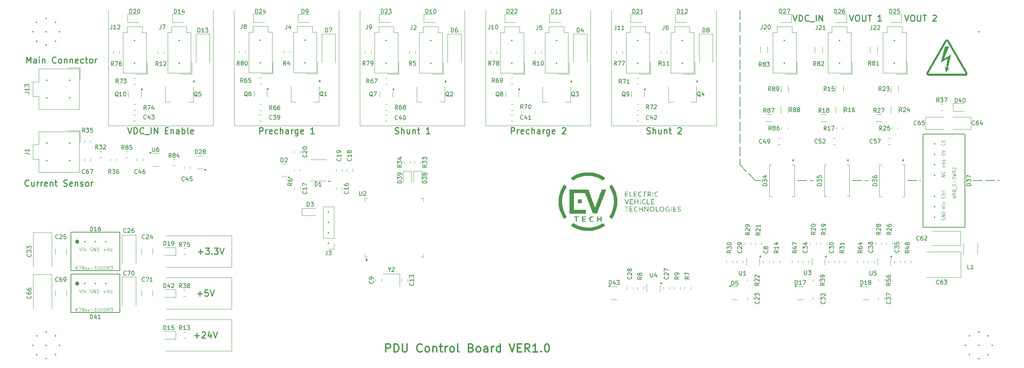
<source format=gto>
%TF.GenerationSoftware,KiCad,Pcbnew,8.0.4*%
%TF.CreationDate,2025-03-26T21:29:20+03:00*%
%TF.ProjectId,PDU_Control_Board,5044555f-436f-46e7-9472-6f6c5f426f61,rev?*%
%TF.SameCoordinates,Original*%
%TF.FileFunction,Legend,Top*%
%TF.FilePolarity,Positive*%
%FSLAX46Y46*%
G04 Gerber Fmt 4.6, Leading zero omitted, Abs format (unit mm)*
G04 Created by KiCad (PCBNEW 8.0.4) date 2025-03-26 21:29:20*
%MOMM*%
%LPD*%
G01*
G04 APERTURE LIST*
%ADD10C,0.100000*%
%ADD11C,0.200000*%
%ADD12C,0.250000*%
%ADD13C,0.300000*%
%ADD14C,0.150000*%
%ADD15C,0.101600*%
%ADD16C,0.120000*%
%ADD17C,0.127000*%
%ADD18C,0.500000*%
%ADD19C,0.000000*%
%ADD20C,0.350000*%
G04 APERTURE END LIST*
D10*
X271145000Y-245110000D02*
X271145000Y-237490000D01*
D11*
X408305000Y-203835000D02*
X410505000Y-203835000D01*
X411305000Y-203835000D02*
X412115000Y-203835000D01*
D10*
X271145000Y-234950000D02*
X271145000Y-227330000D01*
X332740000Y-190500000D02*
X358140000Y-190500000D01*
X302260000Y-190500000D02*
X327660000Y-190500000D01*
X327660000Y-190500000D02*
X327660000Y-162560000D01*
X266700000Y-190500000D02*
X266700000Y-162560000D01*
D11*
X394335000Y-200025000D02*
X395890635Y-201580635D01*
X396456320Y-202146320D02*
X398011955Y-203701955D01*
D10*
X363220000Y-162560000D02*
X363220000Y-190500000D01*
D11*
X434975000Y-203835000D02*
X437175000Y-203835000D01*
X437975000Y-203835000D02*
X438150000Y-203835000D01*
X394335000Y-162560000D02*
X394335000Y-164760000D01*
X394335000Y-165560000D02*
X394335000Y-167760000D01*
X394335000Y-168560000D02*
X394335000Y-170760000D01*
X394335000Y-171560000D02*
X394335000Y-173760000D01*
X394335000Y-174560000D02*
X394335000Y-176760000D01*
X394335000Y-177560000D02*
X394335000Y-179760000D01*
X394335000Y-180560000D02*
X394335000Y-182760000D01*
X394335000Y-183560000D02*
X394335000Y-185760000D01*
X394335000Y-186560000D02*
X394335000Y-188760000D01*
X394335000Y-189560000D02*
X394335000Y-191760000D01*
X394335000Y-192560000D02*
X394335000Y-194760000D01*
X394335000Y-195560000D02*
X394335000Y-197760000D01*
X394335000Y-198560000D02*
X394335000Y-200025000D01*
D10*
X255270000Y-224790000D02*
X271145000Y-224790000D01*
X358140000Y-190500000D02*
X358140000Y-162560000D01*
X255270000Y-234950000D02*
X271145000Y-234950000D01*
D11*
X421640000Y-203835000D02*
X423840000Y-203835000D01*
X424640000Y-203835000D02*
X425450000Y-203835000D01*
D10*
X271145000Y-217170000D02*
X255270000Y-217170000D01*
X271145000Y-224790000D02*
X271145000Y-217170000D01*
X271780000Y-162560000D02*
X271780000Y-190500000D01*
X271145000Y-227330000D02*
X255270000Y-227330000D01*
X297180000Y-190500000D02*
X297180000Y-162560000D01*
X271780000Y-190500000D02*
X297180000Y-190500000D01*
D11*
X398145000Y-203835000D02*
X399415000Y-203835000D01*
D10*
X363220000Y-190500000D02*
X388620000Y-190500000D01*
X302260000Y-162560000D02*
X302260000Y-190500000D01*
D11*
X450850000Y-203835000D02*
X453050000Y-203835000D01*
X453850000Y-203835000D02*
X456050000Y-203835000D01*
X456850000Y-203835000D02*
X457200000Y-203835000D01*
D10*
X255270000Y-245110000D02*
X271145000Y-245110000D01*
X388620000Y-190500000D02*
X388620000Y-162560000D01*
X332740000Y-162560000D02*
X332740000Y-190500000D01*
X271145000Y-237490000D02*
X255270000Y-237490000D01*
X241300000Y-162560000D02*
X241300000Y-190500000D01*
X241300000Y-190500000D02*
X266700000Y-190500000D01*
D12*
X262152143Y-241409500D02*
X263295001Y-241409500D01*
X262723572Y-241980928D02*
X262723572Y-240838071D01*
X263937858Y-240623785D02*
X264009286Y-240552357D01*
X264009286Y-240552357D02*
X264152144Y-240480928D01*
X264152144Y-240480928D02*
X264509286Y-240480928D01*
X264509286Y-240480928D02*
X264652144Y-240552357D01*
X264652144Y-240552357D02*
X264723572Y-240623785D01*
X264723572Y-240623785D02*
X264795001Y-240766642D01*
X264795001Y-240766642D02*
X264795001Y-240909500D01*
X264795001Y-240909500D02*
X264723572Y-241123785D01*
X264723572Y-241123785D02*
X263866429Y-241980928D01*
X263866429Y-241980928D02*
X264795001Y-241980928D01*
X266080715Y-240980928D02*
X266080715Y-241980928D01*
X265723572Y-240409500D02*
X265366429Y-241480928D01*
X265366429Y-241480928D02*
X266295000Y-241480928D01*
X266652143Y-240480928D02*
X267152143Y-241980928D01*
X267152143Y-241980928D02*
X267652143Y-240480928D01*
X221985000Y-205008071D02*
X221913572Y-205079500D01*
X221913572Y-205079500D02*
X221699286Y-205150928D01*
X221699286Y-205150928D02*
X221556429Y-205150928D01*
X221556429Y-205150928D02*
X221342143Y-205079500D01*
X221342143Y-205079500D02*
X221199286Y-204936642D01*
X221199286Y-204936642D02*
X221127857Y-204793785D01*
X221127857Y-204793785D02*
X221056429Y-204508071D01*
X221056429Y-204508071D02*
X221056429Y-204293785D01*
X221056429Y-204293785D02*
X221127857Y-204008071D01*
X221127857Y-204008071D02*
X221199286Y-203865214D01*
X221199286Y-203865214D02*
X221342143Y-203722357D01*
X221342143Y-203722357D02*
X221556429Y-203650928D01*
X221556429Y-203650928D02*
X221699286Y-203650928D01*
X221699286Y-203650928D02*
X221913572Y-203722357D01*
X221913572Y-203722357D02*
X221985000Y-203793785D01*
X223270715Y-204150928D02*
X223270715Y-205150928D01*
X222627857Y-204150928D02*
X222627857Y-204936642D01*
X222627857Y-204936642D02*
X222699286Y-205079500D01*
X222699286Y-205079500D02*
X222842143Y-205150928D01*
X222842143Y-205150928D02*
X223056429Y-205150928D01*
X223056429Y-205150928D02*
X223199286Y-205079500D01*
X223199286Y-205079500D02*
X223270715Y-205008071D01*
X223985000Y-205150928D02*
X223985000Y-204150928D01*
X223985000Y-204436642D02*
X224056429Y-204293785D01*
X224056429Y-204293785D02*
X224127858Y-204222357D01*
X224127858Y-204222357D02*
X224270715Y-204150928D01*
X224270715Y-204150928D02*
X224413572Y-204150928D01*
X224913571Y-205150928D02*
X224913571Y-204150928D01*
X224913571Y-204436642D02*
X224985000Y-204293785D01*
X224985000Y-204293785D02*
X225056429Y-204222357D01*
X225056429Y-204222357D02*
X225199286Y-204150928D01*
X225199286Y-204150928D02*
X225342143Y-204150928D01*
X226413571Y-205079500D02*
X226270714Y-205150928D01*
X226270714Y-205150928D02*
X225985000Y-205150928D01*
X225985000Y-205150928D02*
X225842142Y-205079500D01*
X225842142Y-205079500D02*
X225770714Y-204936642D01*
X225770714Y-204936642D02*
X225770714Y-204365214D01*
X225770714Y-204365214D02*
X225842142Y-204222357D01*
X225842142Y-204222357D02*
X225985000Y-204150928D01*
X225985000Y-204150928D02*
X226270714Y-204150928D01*
X226270714Y-204150928D02*
X226413571Y-204222357D01*
X226413571Y-204222357D02*
X226485000Y-204365214D01*
X226485000Y-204365214D02*
X226485000Y-204508071D01*
X226485000Y-204508071D02*
X225770714Y-204650928D01*
X227127856Y-204150928D02*
X227127856Y-205150928D01*
X227127856Y-204293785D02*
X227199285Y-204222357D01*
X227199285Y-204222357D02*
X227342142Y-204150928D01*
X227342142Y-204150928D02*
X227556428Y-204150928D01*
X227556428Y-204150928D02*
X227699285Y-204222357D01*
X227699285Y-204222357D02*
X227770714Y-204365214D01*
X227770714Y-204365214D02*
X227770714Y-205150928D01*
X228270714Y-204150928D02*
X228842142Y-204150928D01*
X228484999Y-203650928D02*
X228484999Y-204936642D01*
X228484999Y-204936642D02*
X228556428Y-205079500D01*
X228556428Y-205079500D02*
X228699285Y-205150928D01*
X228699285Y-205150928D02*
X228842142Y-205150928D01*
X230413571Y-205079500D02*
X230627857Y-205150928D01*
X230627857Y-205150928D02*
X230984999Y-205150928D01*
X230984999Y-205150928D02*
X231127857Y-205079500D01*
X231127857Y-205079500D02*
X231199285Y-205008071D01*
X231199285Y-205008071D02*
X231270714Y-204865214D01*
X231270714Y-204865214D02*
X231270714Y-204722357D01*
X231270714Y-204722357D02*
X231199285Y-204579500D01*
X231199285Y-204579500D02*
X231127857Y-204508071D01*
X231127857Y-204508071D02*
X230984999Y-204436642D01*
X230984999Y-204436642D02*
X230699285Y-204365214D01*
X230699285Y-204365214D02*
X230556428Y-204293785D01*
X230556428Y-204293785D02*
X230484999Y-204222357D01*
X230484999Y-204222357D02*
X230413571Y-204079500D01*
X230413571Y-204079500D02*
X230413571Y-203936642D01*
X230413571Y-203936642D02*
X230484999Y-203793785D01*
X230484999Y-203793785D02*
X230556428Y-203722357D01*
X230556428Y-203722357D02*
X230699285Y-203650928D01*
X230699285Y-203650928D02*
X231056428Y-203650928D01*
X231056428Y-203650928D02*
X231270714Y-203722357D01*
X232484999Y-205079500D02*
X232342142Y-205150928D01*
X232342142Y-205150928D02*
X232056428Y-205150928D01*
X232056428Y-205150928D02*
X231913570Y-205079500D01*
X231913570Y-205079500D02*
X231842142Y-204936642D01*
X231842142Y-204936642D02*
X231842142Y-204365214D01*
X231842142Y-204365214D02*
X231913570Y-204222357D01*
X231913570Y-204222357D02*
X232056428Y-204150928D01*
X232056428Y-204150928D02*
X232342142Y-204150928D01*
X232342142Y-204150928D02*
X232484999Y-204222357D01*
X232484999Y-204222357D02*
X232556428Y-204365214D01*
X232556428Y-204365214D02*
X232556428Y-204508071D01*
X232556428Y-204508071D02*
X231842142Y-204650928D01*
X233199284Y-204150928D02*
X233199284Y-205150928D01*
X233199284Y-204293785D02*
X233270713Y-204222357D01*
X233270713Y-204222357D02*
X233413570Y-204150928D01*
X233413570Y-204150928D02*
X233627856Y-204150928D01*
X233627856Y-204150928D02*
X233770713Y-204222357D01*
X233770713Y-204222357D02*
X233842142Y-204365214D01*
X233842142Y-204365214D02*
X233842142Y-205150928D01*
X234484999Y-205079500D02*
X234627856Y-205150928D01*
X234627856Y-205150928D02*
X234913570Y-205150928D01*
X234913570Y-205150928D02*
X235056427Y-205079500D01*
X235056427Y-205079500D02*
X235127856Y-204936642D01*
X235127856Y-204936642D02*
X235127856Y-204865214D01*
X235127856Y-204865214D02*
X235056427Y-204722357D01*
X235056427Y-204722357D02*
X234913570Y-204650928D01*
X234913570Y-204650928D02*
X234699285Y-204650928D01*
X234699285Y-204650928D02*
X234556427Y-204579500D01*
X234556427Y-204579500D02*
X234484999Y-204436642D01*
X234484999Y-204436642D02*
X234484999Y-204365214D01*
X234484999Y-204365214D02*
X234556427Y-204222357D01*
X234556427Y-204222357D02*
X234699285Y-204150928D01*
X234699285Y-204150928D02*
X234913570Y-204150928D01*
X234913570Y-204150928D02*
X235056427Y-204222357D01*
X235984999Y-205150928D02*
X235842142Y-205079500D01*
X235842142Y-205079500D02*
X235770713Y-205008071D01*
X235770713Y-205008071D02*
X235699285Y-204865214D01*
X235699285Y-204865214D02*
X235699285Y-204436642D01*
X235699285Y-204436642D02*
X235770713Y-204293785D01*
X235770713Y-204293785D02*
X235842142Y-204222357D01*
X235842142Y-204222357D02*
X235984999Y-204150928D01*
X235984999Y-204150928D02*
X236199285Y-204150928D01*
X236199285Y-204150928D02*
X236342142Y-204222357D01*
X236342142Y-204222357D02*
X236413571Y-204293785D01*
X236413571Y-204293785D02*
X236484999Y-204436642D01*
X236484999Y-204436642D02*
X236484999Y-204865214D01*
X236484999Y-204865214D02*
X236413571Y-205008071D01*
X236413571Y-205008071D02*
X236342142Y-205079500D01*
X236342142Y-205079500D02*
X236199285Y-205150928D01*
X236199285Y-205150928D02*
X235984999Y-205150928D01*
X237127856Y-205150928D02*
X237127856Y-204150928D01*
X237127856Y-204436642D02*
X237199285Y-204293785D01*
X237199285Y-204293785D02*
X237270714Y-204222357D01*
X237270714Y-204222357D02*
X237413571Y-204150928D01*
X237413571Y-204150928D02*
X237556428Y-204150928D01*
X245964286Y-190950928D02*
X246464286Y-192450928D01*
X246464286Y-192450928D02*
X246964286Y-190950928D01*
X247464285Y-192450928D02*
X247464285Y-190950928D01*
X247464285Y-190950928D02*
X247821428Y-190950928D01*
X247821428Y-190950928D02*
X248035714Y-191022357D01*
X248035714Y-191022357D02*
X248178571Y-191165214D01*
X248178571Y-191165214D02*
X248250000Y-191308071D01*
X248250000Y-191308071D02*
X248321428Y-191593785D01*
X248321428Y-191593785D02*
X248321428Y-191808071D01*
X248321428Y-191808071D02*
X248250000Y-192093785D01*
X248250000Y-192093785D02*
X248178571Y-192236642D01*
X248178571Y-192236642D02*
X248035714Y-192379500D01*
X248035714Y-192379500D02*
X247821428Y-192450928D01*
X247821428Y-192450928D02*
X247464285Y-192450928D01*
X249821428Y-192308071D02*
X249750000Y-192379500D01*
X249750000Y-192379500D02*
X249535714Y-192450928D01*
X249535714Y-192450928D02*
X249392857Y-192450928D01*
X249392857Y-192450928D02*
X249178571Y-192379500D01*
X249178571Y-192379500D02*
X249035714Y-192236642D01*
X249035714Y-192236642D02*
X248964285Y-192093785D01*
X248964285Y-192093785D02*
X248892857Y-191808071D01*
X248892857Y-191808071D02*
X248892857Y-191593785D01*
X248892857Y-191593785D02*
X248964285Y-191308071D01*
X248964285Y-191308071D02*
X249035714Y-191165214D01*
X249035714Y-191165214D02*
X249178571Y-191022357D01*
X249178571Y-191022357D02*
X249392857Y-190950928D01*
X249392857Y-190950928D02*
X249535714Y-190950928D01*
X249535714Y-190950928D02*
X249750000Y-191022357D01*
X249750000Y-191022357D02*
X249821428Y-191093785D01*
X250107143Y-192593785D02*
X251250000Y-192593785D01*
X251607142Y-192450928D02*
X251607142Y-190950928D01*
X252321428Y-192450928D02*
X252321428Y-190950928D01*
X252321428Y-190950928D02*
X253178571Y-192450928D01*
X253178571Y-192450928D02*
X253178571Y-190950928D01*
X255035714Y-191665214D02*
X255535714Y-191665214D01*
X255750000Y-192450928D02*
X255035714Y-192450928D01*
X255035714Y-192450928D02*
X255035714Y-190950928D01*
X255035714Y-190950928D02*
X255750000Y-190950928D01*
X256392857Y-191450928D02*
X256392857Y-192450928D01*
X256392857Y-191593785D02*
X256464286Y-191522357D01*
X256464286Y-191522357D02*
X256607143Y-191450928D01*
X256607143Y-191450928D02*
X256821429Y-191450928D01*
X256821429Y-191450928D02*
X256964286Y-191522357D01*
X256964286Y-191522357D02*
X257035715Y-191665214D01*
X257035715Y-191665214D02*
X257035715Y-192450928D01*
X258392858Y-192450928D02*
X258392858Y-191665214D01*
X258392858Y-191665214D02*
X258321429Y-191522357D01*
X258321429Y-191522357D02*
X258178572Y-191450928D01*
X258178572Y-191450928D02*
X257892858Y-191450928D01*
X257892858Y-191450928D02*
X257750000Y-191522357D01*
X258392858Y-192379500D02*
X258250000Y-192450928D01*
X258250000Y-192450928D02*
X257892858Y-192450928D01*
X257892858Y-192450928D02*
X257750000Y-192379500D01*
X257750000Y-192379500D02*
X257678572Y-192236642D01*
X257678572Y-192236642D02*
X257678572Y-192093785D01*
X257678572Y-192093785D02*
X257750000Y-191950928D01*
X257750000Y-191950928D02*
X257892858Y-191879500D01*
X257892858Y-191879500D02*
X258250000Y-191879500D01*
X258250000Y-191879500D02*
X258392858Y-191808071D01*
X259107143Y-192450928D02*
X259107143Y-190950928D01*
X259107143Y-191522357D02*
X259250001Y-191450928D01*
X259250001Y-191450928D02*
X259535715Y-191450928D01*
X259535715Y-191450928D02*
X259678572Y-191522357D01*
X259678572Y-191522357D02*
X259750001Y-191593785D01*
X259750001Y-191593785D02*
X259821429Y-191736642D01*
X259821429Y-191736642D02*
X259821429Y-192165214D01*
X259821429Y-192165214D02*
X259750001Y-192308071D01*
X259750001Y-192308071D02*
X259678572Y-192379500D01*
X259678572Y-192379500D02*
X259535715Y-192450928D01*
X259535715Y-192450928D02*
X259250001Y-192450928D01*
X259250001Y-192450928D02*
X259107143Y-192379500D01*
X260678572Y-192450928D02*
X260535715Y-192379500D01*
X260535715Y-192379500D02*
X260464286Y-192236642D01*
X260464286Y-192236642D02*
X260464286Y-190950928D01*
X261821429Y-192379500D02*
X261678572Y-192450928D01*
X261678572Y-192450928D02*
X261392858Y-192450928D01*
X261392858Y-192450928D02*
X261250000Y-192379500D01*
X261250000Y-192379500D02*
X261178572Y-192236642D01*
X261178572Y-192236642D02*
X261178572Y-191665214D01*
X261178572Y-191665214D02*
X261250000Y-191522357D01*
X261250000Y-191522357D02*
X261392858Y-191450928D01*
X261392858Y-191450928D02*
X261678572Y-191450928D01*
X261678572Y-191450928D02*
X261821429Y-191522357D01*
X261821429Y-191522357D02*
X261892858Y-191665214D01*
X261892858Y-191665214D02*
X261892858Y-191808071D01*
X261892858Y-191808071D02*
X261178572Y-191950928D01*
X221441428Y-175305928D02*
X221441428Y-173805928D01*
X221441428Y-173805928D02*
X221941428Y-174877357D01*
X221941428Y-174877357D02*
X222441428Y-173805928D01*
X222441428Y-173805928D02*
X222441428Y-175305928D01*
X223798572Y-175305928D02*
X223798572Y-174520214D01*
X223798572Y-174520214D02*
X223727143Y-174377357D01*
X223727143Y-174377357D02*
X223584286Y-174305928D01*
X223584286Y-174305928D02*
X223298572Y-174305928D01*
X223298572Y-174305928D02*
X223155714Y-174377357D01*
X223798572Y-175234500D02*
X223655714Y-175305928D01*
X223655714Y-175305928D02*
X223298572Y-175305928D01*
X223298572Y-175305928D02*
X223155714Y-175234500D01*
X223155714Y-175234500D02*
X223084286Y-175091642D01*
X223084286Y-175091642D02*
X223084286Y-174948785D01*
X223084286Y-174948785D02*
X223155714Y-174805928D01*
X223155714Y-174805928D02*
X223298572Y-174734500D01*
X223298572Y-174734500D02*
X223655714Y-174734500D01*
X223655714Y-174734500D02*
X223798572Y-174663071D01*
X224512857Y-175305928D02*
X224512857Y-174305928D01*
X224512857Y-173805928D02*
X224441429Y-173877357D01*
X224441429Y-173877357D02*
X224512857Y-173948785D01*
X224512857Y-173948785D02*
X224584286Y-173877357D01*
X224584286Y-173877357D02*
X224512857Y-173805928D01*
X224512857Y-173805928D02*
X224512857Y-173948785D01*
X225227143Y-174305928D02*
X225227143Y-175305928D01*
X225227143Y-174448785D02*
X225298572Y-174377357D01*
X225298572Y-174377357D02*
X225441429Y-174305928D01*
X225441429Y-174305928D02*
X225655715Y-174305928D01*
X225655715Y-174305928D02*
X225798572Y-174377357D01*
X225798572Y-174377357D02*
X225870001Y-174520214D01*
X225870001Y-174520214D02*
X225870001Y-175305928D01*
X228584286Y-175163071D02*
X228512858Y-175234500D01*
X228512858Y-175234500D02*
X228298572Y-175305928D01*
X228298572Y-175305928D02*
X228155715Y-175305928D01*
X228155715Y-175305928D02*
X227941429Y-175234500D01*
X227941429Y-175234500D02*
X227798572Y-175091642D01*
X227798572Y-175091642D02*
X227727143Y-174948785D01*
X227727143Y-174948785D02*
X227655715Y-174663071D01*
X227655715Y-174663071D02*
X227655715Y-174448785D01*
X227655715Y-174448785D02*
X227727143Y-174163071D01*
X227727143Y-174163071D02*
X227798572Y-174020214D01*
X227798572Y-174020214D02*
X227941429Y-173877357D01*
X227941429Y-173877357D02*
X228155715Y-173805928D01*
X228155715Y-173805928D02*
X228298572Y-173805928D01*
X228298572Y-173805928D02*
X228512858Y-173877357D01*
X228512858Y-173877357D02*
X228584286Y-173948785D01*
X229441429Y-175305928D02*
X229298572Y-175234500D01*
X229298572Y-175234500D02*
X229227143Y-175163071D01*
X229227143Y-175163071D02*
X229155715Y-175020214D01*
X229155715Y-175020214D02*
X229155715Y-174591642D01*
X229155715Y-174591642D02*
X229227143Y-174448785D01*
X229227143Y-174448785D02*
X229298572Y-174377357D01*
X229298572Y-174377357D02*
X229441429Y-174305928D01*
X229441429Y-174305928D02*
X229655715Y-174305928D01*
X229655715Y-174305928D02*
X229798572Y-174377357D01*
X229798572Y-174377357D02*
X229870001Y-174448785D01*
X229870001Y-174448785D02*
X229941429Y-174591642D01*
X229941429Y-174591642D02*
X229941429Y-175020214D01*
X229941429Y-175020214D02*
X229870001Y-175163071D01*
X229870001Y-175163071D02*
X229798572Y-175234500D01*
X229798572Y-175234500D02*
X229655715Y-175305928D01*
X229655715Y-175305928D02*
X229441429Y-175305928D01*
X230584286Y-174305928D02*
X230584286Y-175305928D01*
X230584286Y-174448785D02*
X230655715Y-174377357D01*
X230655715Y-174377357D02*
X230798572Y-174305928D01*
X230798572Y-174305928D02*
X231012858Y-174305928D01*
X231012858Y-174305928D02*
X231155715Y-174377357D01*
X231155715Y-174377357D02*
X231227144Y-174520214D01*
X231227144Y-174520214D02*
X231227144Y-175305928D01*
X231941429Y-174305928D02*
X231941429Y-175305928D01*
X231941429Y-174448785D02*
X232012858Y-174377357D01*
X232012858Y-174377357D02*
X232155715Y-174305928D01*
X232155715Y-174305928D02*
X232370001Y-174305928D01*
X232370001Y-174305928D02*
X232512858Y-174377357D01*
X232512858Y-174377357D02*
X232584287Y-174520214D01*
X232584287Y-174520214D02*
X232584287Y-175305928D01*
X233870001Y-175234500D02*
X233727144Y-175305928D01*
X233727144Y-175305928D02*
X233441430Y-175305928D01*
X233441430Y-175305928D02*
X233298572Y-175234500D01*
X233298572Y-175234500D02*
X233227144Y-175091642D01*
X233227144Y-175091642D02*
X233227144Y-174520214D01*
X233227144Y-174520214D02*
X233298572Y-174377357D01*
X233298572Y-174377357D02*
X233441430Y-174305928D01*
X233441430Y-174305928D02*
X233727144Y-174305928D01*
X233727144Y-174305928D02*
X233870001Y-174377357D01*
X233870001Y-174377357D02*
X233941430Y-174520214D01*
X233941430Y-174520214D02*
X233941430Y-174663071D01*
X233941430Y-174663071D02*
X233227144Y-174805928D01*
X235227144Y-175234500D02*
X235084286Y-175305928D01*
X235084286Y-175305928D02*
X234798572Y-175305928D01*
X234798572Y-175305928D02*
X234655715Y-175234500D01*
X234655715Y-175234500D02*
X234584286Y-175163071D01*
X234584286Y-175163071D02*
X234512858Y-175020214D01*
X234512858Y-175020214D02*
X234512858Y-174591642D01*
X234512858Y-174591642D02*
X234584286Y-174448785D01*
X234584286Y-174448785D02*
X234655715Y-174377357D01*
X234655715Y-174377357D02*
X234798572Y-174305928D01*
X234798572Y-174305928D02*
X235084286Y-174305928D01*
X235084286Y-174305928D02*
X235227144Y-174377357D01*
X235655715Y-174305928D02*
X236227143Y-174305928D01*
X235870000Y-173805928D02*
X235870000Y-175091642D01*
X235870000Y-175091642D02*
X235941429Y-175234500D01*
X235941429Y-175234500D02*
X236084286Y-175305928D01*
X236084286Y-175305928D02*
X236227143Y-175305928D01*
X236941429Y-175305928D02*
X236798572Y-175234500D01*
X236798572Y-175234500D02*
X236727143Y-175163071D01*
X236727143Y-175163071D02*
X236655715Y-175020214D01*
X236655715Y-175020214D02*
X236655715Y-174591642D01*
X236655715Y-174591642D02*
X236727143Y-174448785D01*
X236727143Y-174448785D02*
X236798572Y-174377357D01*
X236798572Y-174377357D02*
X236941429Y-174305928D01*
X236941429Y-174305928D02*
X237155715Y-174305928D01*
X237155715Y-174305928D02*
X237298572Y-174377357D01*
X237298572Y-174377357D02*
X237370001Y-174448785D01*
X237370001Y-174448785D02*
X237441429Y-174591642D01*
X237441429Y-174591642D02*
X237441429Y-175020214D01*
X237441429Y-175020214D02*
X237370001Y-175163071D01*
X237370001Y-175163071D02*
X237298572Y-175234500D01*
X237298572Y-175234500D02*
X237155715Y-175305928D01*
X237155715Y-175305928D02*
X236941429Y-175305928D01*
X238084286Y-175305928D02*
X238084286Y-174305928D01*
X238084286Y-174591642D02*
X238155715Y-174448785D01*
X238155715Y-174448785D02*
X238227144Y-174377357D01*
X238227144Y-174377357D02*
X238370001Y-174305928D01*
X238370001Y-174305928D02*
X238512858Y-174305928D01*
X407130714Y-163645928D02*
X407630714Y-165145928D01*
X407630714Y-165145928D02*
X408130714Y-163645928D01*
X408630713Y-165145928D02*
X408630713Y-163645928D01*
X408630713Y-163645928D02*
X408987856Y-163645928D01*
X408987856Y-163645928D02*
X409202142Y-163717357D01*
X409202142Y-163717357D02*
X409344999Y-163860214D01*
X409344999Y-163860214D02*
X409416428Y-164003071D01*
X409416428Y-164003071D02*
X409487856Y-164288785D01*
X409487856Y-164288785D02*
X409487856Y-164503071D01*
X409487856Y-164503071D02*
X409416428Y-164788785D01*
X409416428Y-164788785D02*
X409344999Y-164931642D01*
X409344999Y-164931642D02*
X409202142Y-165074500D01*
X409202142Y-165074500D02*
X408987856Y-165145928D01*
X408987856Y-165145928D02*
X408630713Y-165145928D01*
X410987856Y-165003071D02*
X410916428Y-165074500D01*
X410916428Y-165074500D02*
X410702142Y-165145928D01*
X410702142Y-165145928D02*
X410559285Y-165145928D01*
X410559285Y-165145928D02*
X410344999Y-165074500D01*
X410344999Y-165074500D02*
X410202142Y-164931642D01*
X410202142Y-164931642D02*
X410130713Y-164788785D01*
X410130713Y-164788785D02*
X410059285Y-164503071D01*
X410059285Y-164503071D02*
X410059285Y-164288785D01*
X410059285Y-164288785D02*
X410130713Y-164003071D01*
X410130713Y-164003071D02*
X410202142Y-163860214D01*
X410202142Y-163860214D02*
X410344999Y-163717357D01*
X410344999Y-163717357D02*
X410559285Y-163645928D01*
X410559285Y-163645928D02*
X410702142Y-163645928D01*
X410702142Y-163645928D02*
X410916428Y-163717357D01*
X410916428Y-163717357D02*
X410987856Y-163788785D01*
X411273571Y-165288785D02*
X412416428Y-165288785D01*
X412773570Y-165145928D02*
X412773570Y-163645928D01*
X413487856Y-165145928D02*
X413487856Y-163645928D01*
X413487856Y-163645928D02*
X414344999Y-165145928D01*
X414344999Y-165145928D02*
X414344999Y-163645928D01*
X338868572Y-192450928D02*
X338868572Y-190950928D01*
X338868572Y-190950928D02*
X339440001Y-190950928D01*
X339440001Y-190950928D02*
X339582858Y-191022357D01*
X339582858Y-191022357D02*
X339654287Y-191093785D01*
X339654287Y-191093785D02*
X339725715Y-191236642D01*
X339725715Y-191236642D02*
X339725715Y-191450928D01*
X339725715Y-191450928D02*
X339654287Y-191593785D01*
X339654287Y-191593785D02*
X339582858Y-191665214D01*
X339582858Y-191665214D02*
X339440001Y-191736642D01*
X339440001Y-191736642D02*
X338868572Y-191736642D01*
X340368572Y-192450928D02*
X340368572Y-191450928D01*
X340368572Y-191736642D02*
X340440001Y-191593785D01*
X340440001Y-191593785D02*
X340511430Y-191522357D01*
X340511430Y-191522357D02*
X340654287Y-191450928D01*
X340654287Y-191450928D02*
X340797144Y-191450928D01*
X341868572Y-192379500D02*
X341725715Y-192450928D01*
X341725715Y-192450928D02*
X341440001Y-192450928D01*
X341440001Y-192450928D02*
X341297143Y-192379500D01*
X341297143Y-192379500D02*
X341225715Y-192236642D01*
X341225715Y-192236642D02*
X341225715Y-191665214D01*
X341225715Y-191665214D02*
X341297143Y-191522357D01*
X341297143Y-191522357D02*
X341440001Y-191450928D01*
X341440001Y-191450928D02*
X341725715Y-191450928D01*
X341725715Y-191450928D02*
X341868572Y-191522357D01*
X341868572Y-191522357D02*
X341940001Y-191665214D01*
X341940001Y-191665214D02*
X341940001Y-191808071D01*
X341940001Y-191808071D02*
X341225715Y-191950928D01*
X343225715Y-192379500D02*
X343082857Y-192450928D01*
X343082857Y-192450928D02*
X342797143Y-192450928D01*
X342797143Y-192450928D02*
X342654286Y-192379500D01*
X342654286Y-192379500D02*
X342582857Y-192308071D01*
X342582857Y-192308071D02*
X342511429Y-192165214D01*
X342511429Y-192165214D02*
X342511429Y-191736642D01*
X342511429Y-191736642D02*
X342582857Y-191593785D01*
X342582857Y-191593785D02*
X342654286Y-191522357D01*
X342654286Y-191522357D02*
X342797143Y-191450928D01*
X342797143Y-191450928D02*
X343082857Y-191450928D01*
X343082857Y-191450928D02*
X343225715Y-191522357D01*
X343868571Y-192450928D02*
X343868571Y-190950928D01*
X344511429Y-192450928D02*
X344511429Y-191665214D01*
X344511429Y-191665214D02*
X344440000Y-191522357D01*
X344440000Y-191522357D02*
X344297143Y-191450928D01*
X344297143Y-191450928D02*
X344082857Y-191450928D01*
X344082857Y-191450928D02*
X343940000Y-191522357D01*
X343940000Y-191522357D02*
X343868571Y-191593785D01*
X345868572Y-192450928D02*
X345868572Y-191665214D01*
X345868572Y-191665214D02*
X345797143Y-191522357D01*
X345797143Y-191522357D02*
X345654286Y-191450928D01*
X345654286Y-191450928D02*
X345368572Y-191450928D01*
X345368572Y-191450928D02*
X345225714Y-191522357D01*
X345868572Y-192379500D02*
X345725714Y-192450928D01*
X345725714Y-192450928D02*
X345368572Y-192450928D01*
X345368572Y-192450928D02*
X345225714Y-192379500D01*
X345225714Y-192379500D02*
X345154286Y-192236642D01*
X345154286Y-192236642D02*
X345154286Y-192093785D01*
X345154286Y-192093785D02*
X345225714Y-191950928D01*
X345225714Y-191950928D02*
X345368572Y-191879500D01*
X345368572Y-191879500D02*
X345725714Y-191879500D01*
X345725714Y-191879500D02*
X345868572Y-191808071D01*
X346582857Y-192450928D02*
X346582857Y-191450928D01*
X346582857Y-191736642D02*
X346654286Y-191593785D01*
X346654286Y-191593785D02*
X346725715Y-191522357D01*
X346725715Y-191522357D02*
X346868572Y-191450928D01*
X346868572Y-191450928D02*
X347011429Y-191450928D01*
X348154286Y-191450928D02*
X348154286Y-192665214D01*
X348154286Y-192665214D02*
X348082857Y-192808071D01*
X348082857Y-192808071D02*
X348011428Y-192879500D01*
X348011428Y-192879500D02*
X347868571Y-192950928D01*
X347868571Y-192950928D02*
X347654286Y-192950928D01*
X347654286Y-192950928D02*
X347511428Y-192879500D01*
X348154286Y-192379500D02*
X348011428Y-192450928D01*
X348011428Y-192450928D02*
X347725714Y-192450928D01*
X347725714Y-192450928D02*
X347582857Y-192379500D01*
X347582857Y-192379500D02*
X347511428Y-192308071D01*
X347511428Y-192308071D02*
X347440000Y-192165214D01*
X347440000Y-192165214D02*
X347440000Y-191736642D01*
X347440000Y-191736642D02*
X347511428Y-191593785D01*
X347511428Y-191593785D02*
X347582857Y-191522357D01*
X347582857Y-191522357D02*
X347725714Y-191450928D01*
X347725714Y-191450928D02*
X348011428Y-191450928D01*
X348011428Y-191450928D02*
X348154286Y-191522357D01*
X349440000Y-192379500D02*
X349297143Y-192450928D01*
X349297143Y-192450928D02*
X349011429Y-192450928D01*
X349011429Y-192450928D02*
X348868571Y-192379500D01*
X348868571Y-192379500D02*
X348797143Y-192236642D01*
X348797143Y-192236642D02*
X348797143Y-191665214D01*
X348797143Y-191665214D02*
X348868571Y-191522357D01*
X348868571Y-191522357D02*
X349011429Y-191450928D01*
X349011429Y-191450928D02*
X349297143Y-191450928D01*
X349297143Y-191450928D02*
X349440000Y-191522357D01*
X349440000Y-191522357D02*
X349511429Y-191665214D01*
X349511429Y-191665214D02*
X349511429Y-191808071D01*
X349511429Y-191808071D02*
X348797143Y-191950928D01*
X351225714Y-191093785D02*
X351297142Y-191022357D01*
X351297142Y-191022357D02*
X351440000Y-190950928D01*
X351440000Y-190950928D02*
X351797142Y-190950928D01*
X351797142Y-190950928D02*
X351940000Y-191022357D01*
X351940000Y-191022357D02*
X352011428Y-191093785D01*
X352011428Y-191093785D02*
X352082857Y-191236642D01*
X352082857Y-191236642D02*
X352082857Y-191379500D01*
X352082857Y-191379500D02*
X352011428Y-191593785D01*
X352011428Y-191593785D02*
X351154285Y-192450928D01*
X351154285Y-192450928D02*
X352082857Y-192450928D01*
X371741429Y-192379500D02*
X371955715Y-192450928D01*
X371955715Y-192450928D02*
X372312857Y-192450928D01*
X372312857Y-192450928D02*
X372455715Y-192379500D01*
X372455715Y-192379500D02*
X372527143Y-192308071D01*
X372527143Y-192308071D02*
X372598572Y-192165214D01*
X372598572Y-192165214D02*
X372598572Y-192022357D01*
X372598572Y-192022357D02*
X372527143Y-191879500D01*
X372527143Y-191879500D02*
X372455715Y-191808071D01*
X372455715Y-191808071D02*
X372312857Y-191736642D01*
X372312857Y-191736642D02*
X372027143Y-191665214D01*
X372027143Y-191665214D02*
X371884286Y-191593785D01*
X371884286Y-191593785D02*
X371812857Y-191522357D01*
X371812857Y-191522357D02*
X371741429Y-191379500D01*
X371741429Y-191379500D02*
X371741429Y-191236642D01*
X371741429Y-191236642D02*
X371812857Y-191093785D01*
X371812857Y-191093785D02*
X371884286Y-191022357D01*
X371884286Y-191022357D02*
X372027143Y-190950928D01*
X372027143Y-190950928D02*
X372384286Y-190950928D01*
X372384286Y-190950928D02*
X372598572Y-191022357D01*
X373241428Y-192450928D02*
X373241428Y-190950928D01*
X373884286Y-192450928D02*
X373884286Y-191665214D01*
X373884286Y-191665214D02*
X373812857Y-191522357D01*
X373812857Y-191522357D02*
X373670000Y-191450928D01*
X373670000Y-191450928D02*
X373455714Y-191450928D01*
X373455714Y-191450928D02*
X373312857Y-191522357D01*
X373312857Y-191522357D02*
X373241428Y-191593785D01*
X375241429Y-191450928D02*
X375241429Y-192450928D01*
X374598571Y-191450928D02*
X374598571Y-192236642D01*
X374598571Y-192236642D02*
X374670000Y-192379500D01*
X374670000Y-192379500D02*
X374812857Y-192450928D01*
X374812857Y-192450928D02*
X375027143Y-192450928D01*
X375027143Y-192450928D02*
X375170000Y-192379500D01*
X375170000Y-192379500D02*
X375241429Y-192308071D01*
X375955714Y-191450928D02*
X375955714Y-192450928D01*
X375955714Y-191593785D02*
X376027143Y-191522357D01*
X376027143Y-191522357D02*
X376170000Y-191450928D01*
X376170000Y-191450928D02*
X376384286Y-191450928D01*
X376384286Y-191450928D02*
X376527143Y-191522357D01*
X376527143Y-191522357D02*
X376598572Y-191665214D01*
X376598572Y-191665214D02*
X376598572Y-192450928D01*
X377098572Y-191450928D02*
X377670000Y-191450928D01*
X377312857Y-190950928D02*
X377312857Y-192236642D01*
X377312857Y-192236642D02*
X377384286Y-192379500D01*
X377384286Y-192379500D02*
X377527143Y-192450928D01*
X377527143Y-192450928D02*
X377670000Y-192450928D01*
X379241429Y-191093785D02*
X379312857Y-191022357D01*
X379312857Y-191022357D02*
X379455715Y-190950928D01*
X379455715Y-190950928D02*
X379812857Y-190950928D01*
X379812857Y-190950928D02*
X379955715Y-191022357D01*
X379955715Y-191022357D02*
X380027143Y-191093785D01*
X380027143Y-191093785D02*
X380098572Y-191236642D01*
X380098572Y-191236642D02*
X380098572Y-191379500D01*
X380098572Y-191379500D02*
X380027143Y-191593785D01*
X380027143Y-191593785D02*
X379170000Y-192450928D01*
X379170000Y-192450928D02*
X380098572Y-192450928D01*
X263065000Y-221089500D02*
X264207858Y-221089500D01*
X263636429Y-221660928D02*
X263636429Y-220518071D01*
X264779286Y-220160928D02*
X265707858Y-220160928D01*
X265707858Y-220160928D02*
X265207858Y-220732357D01*
X265207858Y-220732357D02*
X265422143Y-220732357D01*
X265422143Y-220732357D02*
X265565001Y-220803785D01*
X265565001Y-220803785D02*
X265636429Y-220875214D01*
X265636429Y-220875214D02*
X265707858Y-221018071D01*
X265707858Y-221018071D02*
X265707858Y-221375214D01*
X265707858Y-221375214D02*
X265636429Y-221518071D01*
X265636429Y-221518071D02*
X265565001Y-221589500D01*
X265565001Y-221589500D02*
X265422143Y-221660928D01*
X265422143Y-221660928D02*
X264993572Y-221660928D01*
X264993572Y-221660928D02*
X264850715Y-221589500D01*
X264850715Y-221589500D02*
X264779286Y-221518071D01*
X266350714Y-221518071D02*
X266422143Y-221589500D01*
X266422143Y-221589500D02*
X266350714Y-221660928D01*
X266350714Y-221660928D02*
X266279286Y-221589500D01*
X266279286Y-221589500D02*
X266350714Y-221518071D01*
X266350714Y-221518071D02*
X266350714Y-221660928D01*
X266922143Y-220160928D02*
X267850715Y-220160928D01*
X267850715Y-220160928D02*
X267350715Y-220732357D01*
X267350715Y-220732357D02*
X267565000Y-220732357D01*
X267565000Y-220732357D02*
X267707858Y-220803785D01*
X267707858Y-220803785D02*
X267779286Y-220875214D01*
X267779286Y-220875214D02*
X267850715Y-221018071D01*
X267850715Y-221018071D02*
X267850715Y-221375214D01*
X267850715Y-221375214D02*
X267779286Y-221518071D01*
X267779286Y-221518071D02*
X267707858Y-221589500D01*
X267707858Y-221589500D02*
X267565000Y-221660928D01*
X267565000Y-221660928D02*
X267136429Y-221660928D01*
X267136429Y-221660928D02*
X266993572Y-221589500D01*
X266993572Y-221589500D02*
X266922143Y-221518071D01*
X268279286Y-220160928D02*
X268779286Y-221660928D01*
X268779286Y-221660928D02*
X269279286Y-220160928D01*
D13*
X308533094Y-245384638D02*
X308533094Y-243384638D01*
X308533094Y-243384638D02*
X309294999Y-243384638D01*
X309294999Y-243384638D02*
X309485475Y-243479876D01*
X309485475Y-243479876D02*
X309580713Y-243575114D01*
X309580713Y-243575114D02*
X309675951Y-243765590D01*
X309675951Y-243765590D02*
X309675951Y-244051304D01*
X309675951Y-244051304D02*
X309580713Y-244241780D01*
X309580713Y-244241780D02*
X309485475Y-244337019D01*
X309485475Y-244337019D02*
X309294999Y-244432257D01*
X309294999Y-244432257D02*
X308533094Y-244432257D01*
X310533094Y-245384638D02*
X310533094Y-243384638D01*
X310533094Y-243384638D02*
X311009284Y-243384638D01*
X311009284Y-243384638D02*
X311294999Y-243479876D01*
X311294999Y-243479876D02*
X311485475Y-243670352D01*
X311485475Y-243670352D02*
X311580713Y-243860828D01*
X311580713Y-243860828D02*
X311675951Y-244241780D01*
X311675951Y-244241780D02*
X311675951Y-244527495D01*
X311675951Y-244527495D02*
X311580713Y-244908447D01*
X311580713Y-244908447D02*
X311485475Y-245098923D01*
X311485475Y-245098923D02*
X311294999Y-245289400D01*
X311294999Y-245289400D02*
X311009284Y-245384638D01*
X311009284Y-245384638D02*
X310533094Y-245384638D01*
X312533094Y-243384638D02*
X312533094Y-245003685D01*
X312533094Y-245003685D02*
X312628332Y-245194161D01*
X312628332Y-245194161D02*
X312723570Y-245289400D01*
X312723570Y-245289400D02*
X312914046Y-245384638D01*
X312914046Y-245384638D02*
X313294999Y-245384638D01*
X313294999Y-245384638D02*
X313485475Y-245289400D01*
X313485475Y-245289400D02*
X313580713Y-245194161D01*
X313580713Y-245194161D02*
X313675951Y-245003685D01*
X313675951Y-245003685D02*
X313675951Y-243384638D01*
X317294999Y-245194161D02*
X317199761Y-245289400D01*
X317199761Y-245289400D02*
X316914047Y-245384638D01*
X316914047Y-245384638D02*
X316723571Y-245384638D01*
X316723571Y-245384638D02*
X316437856Y-245289400D01*
X316437856Y-245289400D02*
X316247380Y-245098923D01*
X316247380Y-245098923D02*
X316152142Y-244908447D01*
X316152142Y-244908447D02*
X316056904Y-244527495D01*
X316056904Y-244527495D02*
X316056904Y-244241780D01*
X316056904Y-244241780D02*
X316152142Y-243860828D01*
X316152142Y-243860828D02*
X316247380Y-243670352D01*
X316247380Y-243670352D02*
X316437856Y-243479876D01*
X316437856Y-243479876D02*
X316723571Y-243384638D01*
X316723571Y-243384638D02*
X316914047Y-243384638D01*
X316914047Y-243384638D02*
X317199761Y-243479876D01*
X317199761Y-243479876D02*
X317294999Y-243575114D01*
X318437856Y-245384638D02*
X318247380Y-245289400D01*
X318247380Y-245289400D02*
X318152142Y-245194161D01*
X318152142Y-245194161D02*
X318056904Y-245003685D01*
X318056904Y-245003685D02*
X318056904Y-244432257D01*
X318056904Y-244432257D02*
X318152142Y-244241780D01*
X318152142Y-244241780D02*
X318247380Y-244146542D01*
X318247380Y-244146542D02*
X318437856Y-244051304D01*
X318437856Y-244051304D02*
X318723571Y-244051304D01*
X318723571Y-244051304D02*
X318914047Y-244146542D01*
X318914047Y-244146542D02*
X319009285Y-244241780D01*
X319009285Y-244241780D02*
X319104523Y-244432257D01*
X319104523Y-244432257D02*
X319104523Y-245003685D01*
X319104523Y-245003685D02*
X319009285Y-245194161D01*
X319009285Y-245194161D02*
X318914047Y-245289400D01*
X318914047Y-245289400D02*
X318723571Y-245384638D01*
X318723571Y-245384638D02*
X318437856Y-245384638D01*
X319961666Y-244051304D02*
X319961666Y-245384638D01*
X319961666Y-244241780D02*
X320056904Y-244146542D01*
X320056904Y-244146542D02*
X320247380Y-244051304D01*
X320247380Y-244051304D02*
X320533095Y-244051304D01*
X320533095Y-244051304D02*
X320723571Y-244146542D01*
X320723571Y-244146542D02*
X320818809Y-244337019D01*
X320818809Y-244337019D02*
X320818809Y-245384638D01*
X321485476Y-244051304D02*
X322247380Y-244051304D01*
X321771190Y-243384638D02*
X321771190Y-245098923D01*
X321771190Y-245098923D02*
X321866428Y-245289400D01*
X321866428Y-245289400D02*
X322056904Y-245384638D01*
X322056904Y-245384638D02*
X322247380Y-245384638D01*
X322914047Y-245384638D02*
X322914047Y-244051304D01*
X322914047Y-244432257D02*
X323009285Y-244241780D01*
X323009285Y-244241780D02*
X323104523Y-244146542D01*
X323104523Y-244146542D02*
X323294999Y-244051304D01*
X323294999Y-244051304D02*
X323485476Y-244051304D01*
X324437856Y-245384638D02*
X324247380Y-245289400D01*
X324247380Y-245289400D02*
X324152142Y-245194161D01*
X324152142Y-245194161D02*
X324056904Y-245003685D01*
X324056904Y-245003685D02*
X324056904Y-244432257D01*
X324056904Y-244432257D02*
X324152142Y-244241780D01*
X324152142Y-244241780D02*
X324247380Y-244146542D01*
X324247380Y-244146542D02*
X324437856Y-244051304D01*
X324437856Y-244051304D02*
X324723571Y-244051304D01*
X324723571Y-244051304D02*
X324914047Y-244146542D01*
X324914047Y-244146542D02*
X325009285Y-244241780D01*
X325009285Y-244241780D02*
X325104523Y-244432257D01*
X325104523Y-244432257D02*
X325104523Y-245003685D01*
X325104523Y-245003685D02*
X325009285Y-245194161D01*
X325009285Y-245194161D02*
X324914047Y-245289400D01*
X324914047Y-245289400D02*
X324723571Y-245384638D01*
X324723571Y-245384638D02*
X324437856Y-245384638D01*
X326247380Y-245384638D02*
X326056904Y-245289400D01*
X326056904Y-245289400D02*
X325961666Y-245098923D01*
X325961666Y-245098923D02*
X325961666Y-243384638D01*
X329199762Y-244337019D02*
X329485476Y-244432257D01*
X329485476Y-244432257D02*
X329580714Y-244527495D01*
X329580714Y-244527495D02*
X329675952Y-244717971D01*
X329675952Y-244717971D02*
X329675952Y-245003685D01*
X329675952Y-245003685D02*
X329580714Y-245194161D01*
X329580714Y-245194161D02*
X329485476Y-245289400D01*
X329485476Y-245289400D02*
X329295000Y-245384638D01*
X329295000Y-245384638D02*
X328533095Y-245384638D01*
X328533095Y-245384638D02*
X328533095Y-243384638D01*
X328533095Y-243384638D02*
X329199762Y-243384638D01*
X329199762Y-243384638D02*
X329390238Y-243479876D01*
X329390238Y-243479876D02*
X329485476Y-243575114D01*
X329485476Y-243575114D02*
X329580714Y-243765590D01*
X329580714Y-243765590D02*
X329580714Y-243956066D01*
X329580714Y-243956066D02*
X329485476Y-244146542D01*
X329485476Y-244146542D02*
X329390238Y-244241780D01*
X329390238Y-244241780D02*
X329199762Y-244337019D01*
X329199762Y-244337019D02*
X328533095Y-244337019D01*
X330818809Y-245384638D02*
X330628333Y-245289400D01*
X330628333Y-245289400D02*
X330533095Y-245194161D01*
X330533095Y-245194161D02*
X330437857Y-245003685D01*
X330437857Y-245003685D02*
X330437857Y-244432257D01*
X330437857Y-244432257D02*
X330533095Y-244241780D01*
X330533095Y-244241780D02*
X330628333Y-244146542D01*
X330628333Y-244146542D02*
X330818809Y-244051304D01*
X330818809Y-244051304D02*
X331104524Y-244051304D01*
X331104524Y-244051304D02*
X331295000Y-244146542D01*
X331295000Y-244146542D02*
X331390238Y-244241780D01*
X331390238Y-244241780D02*
X331485476Y-244432257D01*
X331485476Y-244432257D02*
X331485476Y-245003685D01*
X331485476Y-245003685D02*
X331390238Y-245194161D01*
X331390238Y-245194161D02*
X331295000Y-245289400D01*
X331295000Y-245289400D02*
X331104524Y-245384638D01*
X331104524Y-245384638D02*
X330818809Y-245384638D01*
X333199762Y-245384638D02*
X333199762Y-244337019D01*
X333199762Y-244337019D02*
X333104524Y-244146542D01*
X333104524Y-244146542D02*
X332914048Y-244051304D01*
X332914048Y-244051304D02*
X332533095Y-244051304D01*
X332533095Y-244051304D02*
X332342619Y-244146542D01*
X333199762Y-245289400D02*
X333009286Y-245384638D01*
X333009286Y-245384638D02*
X332533095Y-245384638D01*
X332533095Y-245384638D02*
X332342619Y-245289400D01*
X332342619Y-245289400D02*
X332247381Y-245098923D01*
X332247381Y-245098923D02*
X332247381Y-244908447D01*
X332247381Y-244908447D02*
X332342619Y-244717971D01*
X332342619Y-244717971D02*
X332533095Y-244622733D01*
X332533095Y-244622733D02*
X333009286Y-244622733D01*
X333009286Y-244622733D02*
X333199762Y-244527495D01*
X334152143Y-245384638D02*
X334152143Y-244051304D01*
X334152143Y-244432257D02*
X334247381Y-244241780D01*
X334247381Y-244241780D02*
X334342619Y-244146542D01*
X334342619Y-244146542D02*
X334533095Y-244051304D01*
X334533095Y-244051304D02*
X334723572Y-244051304D01*
X336247381Y-245384638D02*
X336247381Y-243384638D01*
X336247381Y-245289400D02*
X336056905Y-245384638D01*
X336056905Y-245384638D02*
X335675952Y-245384638D01*
X335675952Y-245384638D02*
X335485476Y-245289400D01*
X335485476Y-245289400D02*
X335390238Y-245194161D01*
X335390238Y-245194161D02*
X335295000Y-245003685D01*
X335295000Y-245003685D02*
X335295000Y-244432257D01*
X335295000Y-244432257D02*
X335390238Y-244241780D01*
X335390238Y-244241780D02*
X335485476Y-244146542D01*
X335485476Y-244146542D02*
X335675952Y-244051304D01*
X335675952Y-244051304D02*
X336056905Y-244051304D01*
X336056905Y-244051304D02*
X336247381Y-244146542D01*
X338437858Y-243384638D02*
X339104524Y-245384638D01*
X339104524Y-245384638D02*
X339771191Y-243384638D01*
X340437858Y-244337019D02*
X341104525Y-244337019D01*
X341390239Y-245384638D02*
X340437858Y-245384638D01*
X340437858Y-245384638D02*
X340437858Y-243384638D01*
X340437858Y-243384638D02*
X341390239Y-243384638D01*
X343390239Y-245384638D02*
X342723572Y-244432257D01*
X342247382Y-245384638D02*
X342247382Y-243384638D01*
X342247382Y-243384638D02*
X343009287Y-243384638D01*
X343009287Y-243384638D02*
X343199763Y-243479876D01*
X343199763Y-243479876D02*
X343295001Y-243575114D01*
X343295001Y-243575114D02*
X343390239Y-243765590D01*
X343390239Y-243765590D02*
X343390239Y-244051304D01*
X343390239Y-244051304D02*
X343295001Y-244241780D01*
X343295001Y-244241780D02*
X343199763Y-244337019D01*
X343199763Y-244337019D02*
X343009287Y-244432257D01*
X343009287Y-244432257D02*
X342247382Y-244432257D01*
X345295001Y-245384638D02*
X344152144Y-245384638D01*
X344723572Y-245384638D02*
X344723572Y-243384638D01*
X344723572Y-243384638D02*
X344533096Y-243670352D01*
X344533096Y-243670352D02*
X344342620Y-243860828D01*
X344342620Y-243860828D02*
X344152144Y-243956066D01*
X346152144Y-245194161D02*
X346247382Y-245289400D01*
X346247382Y-245289400D02*
X346152144Y-245384638D01*
X346152144Y-245384638D02*
X346056906Y-245289400D01*
X346056906Y-245289400D02*
X346152144Y-245194161D01*
X346152144Y-245194161D02*
X346152144Y-245384638D01*
X347485477Y-243384638D02*
X347675954Y-243384638D01*
X347675954Y-243384638D02*
X347866430Y-243479876D01*
X347866430Y-243479876D02*
X347961668Y-243575114D01*
X347961668Y-243575114D02*
X348056906Y-243765590D01*
X348056906Y-243765590D02*
X348152144Y-244146542D01*
X348152144Y-244146542D02*
X348152144Y-244622733D01*
X348152144Y-244622733D02*
X348056906Y-245003685D01*
X348056906Y-245003685D02*
X347961668Y-245194161D01*
X347961668Y-245194161D02*
X347866430Y-245289400D01*
X347866430Y-245289400D02*
X347675954Y-245384638D01*
X347675954Y-245384638D02*
X347485477Y-245384638D01*
X347485477Y-245384638D02*
X347295001Y-245289400D01*
X347295001Y-245289400D02*
X347199763Y-245194161D01*
X347199763Y-245194161D02*
X347104525Y-245003685D01*
X347104525Y-245003685D02*
X347009287Y-244622733D01*
X347009287Y-244622733D02*
X347009287Y-244146542D01*
X347009287Y-244146542D02*
X347104525Y-243765590D01*
X347104525Y-243765590D02*
X347199763Y-243575114D01*
X347199763Y-243575114D02*
X347295001Y-243479876D01*
X347295001Y-243479876D02*
X347485477Y-243384638D01*
D12*
X310781429Y-192379500D02*
X310995715Y-192450928D01*
X310995715Y-192450928D02*
X311352857Y-192450928D01*
X311352857Y-192450928D02*
X311495715Y-192379500D01*
X311495715Y-192379500D02*
X311567143Y-192308071D01*
X311567143Y-192308071D02*
X311638572Y-192165214D01*
X311638572Y-192165214D02*
X311638572Y-192022357D01*
X311638572Y-192022357D02*
X311567143Y-191879500D01*
X311567143Y-191879500D02*
X311495715Y-191808071D01*
X311495715Y-191808071D02*
X311352857Y-191736642D01*
X311352857Y-191736642D02*
X311067143Y-191665214D01*
X311067143Y-191665214D02*
X310924286Y-191593785D01*
X310924286Y-191593785D02*
X310852857Y-191522357D01*
X310852857Y-191522357D02*
X310781429Y-191379500D01*
X310781429Y-191379500D02*
X310781429Y-191236642D01*
X310781429Y-191236642D02*
X310852857Y-191093785D01*
X310852857Y-191093785D02*
X310924286Y-191022357D01*
X310924286Y-191022357D02*
X311067143Y-190950928D01*
X311067143Y-190950928D02*
X311424286Y-190950928D01*
X311424286Y-190950928D02*
X311638572Y-191022357D01*
X312281428Y-192450928D02*
X312281428Y-190950928D01*
X312924286Y-192450928D02*
X312924286Y-191665214D01*
X312924286Y-191665214D02*
X312852857Y-191522357D01*
X312852857Y-191522357D02*
X312710000Y-191450928D01*
X312710000Y-191450928D02*
X312495714Y-191450928D01*
X312495714Y-191450928D02*
X312352857Y-191522357D01*
X312352857Y-191522357D02*
X312281428Y-191593785D01*
X314281429Y-191450928D02*
X314281429Y-192450928D01*
X313638571Y-191450928D02*
X313638571Y-192236642D01*
X313638571Y-192236642D02*
X313710000Y-192379500D01*
X313710000Y-192379500D02*
X313852857Y-192450928D01*
X313852857Y-192450928D02*
X314067143Y-192450928D01*
X314067143Y-192450928D02*
X314210000Y-192379500D01*
X314210000Y-192379500D02*
X314281429Y-192308071D01*
X314995714Y-191450928D02*
X314995714Y-192450928D01*
X314995714Y-191593785D02*
X315067143Y-191522357D01*
X315067143Y-191522357D02*
X315210000Y-191450928D01*
X315210000Y-191450928D02*
X315424286Y-191450928D01*
X315424286Y-191450928D02*
X315567143Y-191522357D01*
X315567143Y-191522357D02*
X315638572Y-191665214D01*
X315638572Y-191665214D02*
X315638572Y-192450928D01*
X316138572Y-191450928D02*
X316710000Y-191450928D01*
X316352857Y-190950928D02*
X316352857Y-192236642D01*
X316352857Y-192236642D02*
X316424286Y-192379500D01*
X316424286Y-192379500D02*
X316567143Y-192450928D01*
X316567143Y-192450928D02*
X316710000Y-192450928D01*
X319138572Y-192450928D02*
X318281429Y-192450928D01*
X318710000Y-192450928D02*
X318710000Y-190950928D01*
X318710000Y-190950928D02*
X318567143Y-191165214D01*
X318567143Y-191165214D02*
X318424286Y-191308071D01*
X318424286Y-191308071D02*
X318281429Y-191379500D01*
X420886429Y-163645928D02*
X421386429Y-165145928D01*
X421386429Y-165145928D02*
X421886429Y-163645928D01*
X422672143Y-163645928D02*
X422957857Y-163645928D01*
X422957857Y-163645928D02*
X423100714Y-163717357D01*
X423100714Y-163717357D02*
X423243571Y-163860214D01*
X423243571Y-163860214D02*
X423315000Y-164145928D01*
X423315000Y-164145928D02*
X423315000Y-164645928D01*
X423315000Y-164645928D02*
X423243571Y-164931642D01*
X423243571Y-164931642D02*
X423100714Y-165074500D01*
X423100714Y-165074500D02*
X422957857Y-165145928D01*
X422957857Y-165145928D02*
X422672143Y-165145928D01*
X422672143Y-165145928D02*
X422529286Y-165074500D01*
X422529286Y-165074500D02*
X422386428Y-164931642D01*
X422386428Y-164931642D02*
X422315000Y-164645928D01*
X422315000Y-164645928D02*
X422315000Y-164145928D01*
X422315000Y-164145928D02*
X422386428Y-163860214D01*
X422386428Y-163860214D02*
X422529286Y-163717357D01*
X422529286Y-163717357D02*
X422672143Y-163645928D01*
X423957857Y-163645928D02*
X423957857Y-164860214D01*
X423957857Y-164860214D02*
X424029286Y-165003071D01*
X424029286Y-165003071D02*
X424100715Y-165074500D01*
X424100715Y-165074500D02*
X424243572Y-165145928D01*
X424243572Y-165145928D02*
X424529286Y-165145928D01*
X424529286Y-165145928D02*
X424672143Y-165074500D01*
X424672143Y-165074500D02*
X424743572Y-165003071D01*
X424743572Y-165003071D02*
X424815000Y-164860214D01*
X424815000Y-164860214D02*
X424815000Y-163645928D01*
X425315001Y-163645928D02*
X426172144Y-163645928D01*
X425743572Y-165145928D02*
X425743572Y-163645928D01*
X428600715Y-165145928D02*
X427743572Y-165145928D01*
X428172143Y-165145928D02*
X428172143Y-163645928D01*
X428172143Y-163645928D02*
X428029286Y-163860214D01*
X428029286Y-163860214D02*
X427886429Y-164003071D01*
X427886429Y-164003071D02*
X427743572Y-164074500D01*
X434221429Y-163645928D02*
X434721429Y-165145928D01*
X434721429Y-165145928D02*
X435221429Y-163645928D01*
X436007143Y-163645928D02*
X436292857Y-163645928D01*
X436292857Y-163645928D02*
X436435714Y-163717357D01*
X436435714Y-163717357D02*
X436578571Y-163860214D01*
X436578571Y-163860214D02*
X436650000Y-164145928D01*
X436650000Y-164145928D02*
X436650000Y-164645928D01*
X436650000Y-164645928D02*
X436578571Y-164931642D01*
X436578571Y-164931642D02*
X436435714Y-165074500D01*
X436435714Y-165074500D02*
X436292857Y-165145928D01*
X436292857Y-165145928D02*
X436007143Y-165145928D01*
X436007143Y-165145928D02*
X435864286Y-165074500D01*
X435864286Y-165074500D02*
X435721428Y-164931642D01*
X435721428Y-164931642D02*
X435650000Y-164645928D01*
X435650000Y-164645928D02*
X435650000Y-164145928D01*
X435650000Y-164145928D02*
X435721428Y-163860214D01*
X435721428Y-163860214D02*
X435864286Y-163717357D01*
X435864286Y-163717357D02*
X436007143Y-163645928D01*
X437292857Y-163645928D02*
X437292857Y-164860214D01*
X437292857Y-164860214D02*
X437364286Y-165003071D01*
X437364286Y-165003071D02*
X437435715Y-165074500D01*
X437435715Y-165074500D02*
X437578572Y-165145928D01*
X437578572Y-165145928D02*
X437864286Y-165145928D01*
X437864286Y-165145928D02*
X438007143Y-165074500D01*
X438007143Y-165074500D02*
X438078572Y-165003071D01*
X438078572Y-165003071D02*
X438150000Y-164860214D01*
X438150000Y-164860214D02*
X438150000Y-163645928D01*
X438650001Y-163645928D02*
X439507144Y-163645928D01*
X439078572Y-165145928D02*
X439078572Y-163645928D01*
X441078572Y-163788785D02*
X441150000Y-163717357D01*
X441150000Y-163717357D02*
X441292858Y-163645928D01*
X441292858Y-163645928D02*
X441650000Y-163645928D01*
X441650000Y-163645928D02*
X441792858Y-163717357D01*
X441792858Y-163717357D02*
X441864286Y-163788785D01*
X441864286Y-163788785D02*
X441935715Y-163931642D01*
X441935715Y-163931642D02*
X441935715Y-164074500D01*
X441935715Y-164074500D02*
X441864286Y-164288785D01*
X441864286Y-164288785D02*
X441007143Y-165145928D01*
X441007143Y-165145928D02*
X441935715Y-165145928D01*
X277908572Y-192450928D02*
X277908572Y-190950928D01*
X277908572Y-190950928D02*
X278480001Y-190950928D01*
X278480001Y-190950928D02*
X278622858Y-191022357D01*
X278622858Y-191022357D02*
X278694287Y-191093785D01*
X278694287Y-191093785D02*
X278765715Y-191236642D01*
X278765715Y-191236642D02*
X278765715Y-191450928D01*
X278765715Y-191450928D02*
X278694287Y-191593785D01*
X278694287Y-191593785D02*
X278622858Y-191665214D01*
X278622858Y-191665214D02*
X278480001Y-191736642D01*
X278480001Y-191736642D02*
X277908572Y-191736642D01*
X279408572Y-192450928D02*
X279408572Y-191450928D01*
X279408572Y-191736642D02*
X279480001Y-191593785D01*
X279480001Y-191593785D02*
X279551430Y-191522357D01*
X279551430Y-191522357D02*
X279694287Y-191450928D01*
X279694287Y-191450928D02*
X279837144Y-191450928D01*
X280908572Y-192379500D02*
X280765715Y-192450928D01*
X280765715Y-192450928D02*
X280480001Y-192450928D01*
X280480001Y-192450928D02*
X280337143Y-192379500D01*
X280337143Y-192379500D02*
X280265715Y-192236642D01*
X280265715Y-192236642D02*
X280265715Y-191665214D01*
X280265715Y-191665214D02*
X280337143Y-191522357D01*
X280337143Y-191522357D02*
X280480001Y-191450928D01*
X280480001Y-191450928D02*
X280765715Y-191450928D01*
X280765715Y-191450928D02*
X280908572Y-191522357D01*
X280908572Y-191522357D02*
X280980001Y-191665214D01*
X280980001Y-191665214D02*
X280980001Y-191808071D01*
X280980001Y-191808071D02*
X280265715Y-191950928D01*
X282265715Y-192379500D02*
X282122857Y-192450928D01*
X282122857Y-192450928D02*
X281837143Y-192450928D01*
X281837143Y-192450928D02*
X281694286Y-192379500D01*
X281694286Y-192379500D02*
X281622857Y-192308071D01*
X281622857Y-192308071D02*
X281551429Y-192165214D01*
X281551429Y-192165214D02*
X281551429Y-191736642D01*
X281551429Y-191736642D02*
X281622857Y-191593785D01*
X281622857Y-191593785D02*
X281694286Y-191522357D01*
X281694286Y-191522357D02*
X281837143Y-191450928D01*
X281837143Y-191450928D02*
X282122857Y-191450928D01*
X282122857Y-191450928D02*
X282265715Y-191522357D01*
X282908571Y-192450928D02*
X282908571Y-190950928D01*
X283551429Y-192450928D02*
X283551429Y-191665214D01*
X283551429Y-191665214D02*
X283480000Y-191522357D01*
X283480000Y-191522357D02*
X283337143Y-191450928D01*
X283337143Y-191450928D02*
X283122857Y-191450928D01*
X283122857Y-191450928D02*
X282980000Y-191522357D01*
X282980000Y-191522357D02*
X282908571Y-191593785D01*
X284908572Y-192450928D02*
X284908572Y-191665214D01*
X284908572Y-191665214D02*
X284837143Y-191522357D01*
X284837143Y-191522357D02*
X284694286Y-191450928D01*
X284694286Y-191450928D02*
X284408572Y-191450928D01*
X284408572Y-191450928D02*
X284265714Y-191522357D01*
X284908572Y-192379500D02*
X284765714Y-192450928D01*
X284765714Y-192450928D02*
X284408572Y-192450928D01*
X284408572Y-192450928D02*
X284265714Y-192379500D01*
X284265714Y-192379500D02*
X284194286Y-192236642D01*
X284194286Y-192236642D02*
X284194286Y-192093785D01*
X284194286Y-192093785D02*
X284265714Y-191950928D01*
X284265714Y-191950928D02*
X284408572Y-191879500D01*
X284408572Y-191879500D02*
X284765714Y-191879500D01*
X284765714Y-191879500D02*
X284908572Y-191808071D01*
X285622857Y-192450928D02*
X285622857Y-191450928D01*
X285622857Y-191736642D02*
X285694286Y-191593785D01*
X285694286Y-191593785D02*
X285765715Y-191522357D01*
X285765715Y-191522357D02*
X285908572Y-191450928D01*
X285908572Y-191450928D02*
X286051429Y-191450928D01*
X287194286Y-191450928D02*
X287194286Y-192665214D01*
X287194286Y-192665214D02*
X287122857Y-192808071D01*
X287122857Y-192808071D02*
X287051428Y-192879500D01*
X287051428Y-192879500D02*
X286908571Y-192950928D01*
X286908571Y-192950928D02*
X286694286Y-192950928D01*
X286694286Y-192950928D02*
X286551428Y-192879500D01*
X287194286Y-192379500D02*
X287051428Y-192450928D01*
X287051428Y-192450928D02*
X286765714Y-192450928D01*
X286765714Y-192450928D02*
X286622857Y-192379500D01*
X286622857Y-192379500D02*
X286551428Y-192308071D01*
X286551428Y-192308071D02*
X286480000Y-192165214D01*
X286480000Y-192165214D02*
X286480000Y-191736642D01*
X286480000Y-191736642D02*
X286551428Y-191593785D01*
X286551428Y-191593785D02*
X286622857Y-191522357D01*
X286622857Y-191522357D02*
X286765714Y-191450928D01*
X286765714Y-191450928D02*
X287051428Y-191450928D01*
X287051428Y-191450928D02*
X287194286Y-191522357D01*
X288480000Y-192379500D02*
X288337143Y-192450928D01*
X288337143Y-192450928D02*
X288051429Y-192450928D01*
X288051429Y-192450928D02*
X287908571Y-192379500D01*
X287908571Y-192379500D02*
X287837143Y-192236642D01*
X287837143Y-192236642D02*
X287837143Y-191665214D01*
X287837143Y-191665214D02*
X287908571Y-191522357D01*
X287908571Y-191522357D02*
X288051429Y-191450928D01*
X288051429Y-191450928D02*
X288337143Y-191450928D01*
X288337143Y-191450928D02*
X288480000Y-191522357D01*
X288480000Y-191522357D02*
X288551429Y-191665214D01*
X288551429Y-191665214D02*
X288551429Y-191808071D01*
X288551429Y-191808071D02*
X287837143Y-191950928D01*
X291122857Y-192450928D02*
X290265714Y-192450928D01*
X290694285Y-192450928D02*
X290694285Y-190950928D01*
X290694285Y-190950928D02*
X290551428Y-191165214D01*
X290551428Y-191165214D02*
X290408571Y-191308071D01*
X290408571Y-191308071D02*
X290265714Y-191379500D01*
X262866428Y-231249500D02*
X264009286Y-231249500D01*
X263437857Y-231820928D02*
X263437857Y-230678071D01*
X265437857Y-230320928D02*
X264723571Y-230320928D01*
X264723571Y-230320928D02*
X264652143Y-231035214D01*
X264652143Y-231035214D02*
X264723571Y-230963785D01*
X264723571Y-230963785D02*
X264866429Y-230892357D01*
X264866429Y-230892357D02*
X265223571Y-230892357D01*
X265223571Y-230892357D02*
X265366429Y-230963785D01*
X265366429Y-230963785D02*
X265437857Y-231035214D01*
X265437857Y-231035214D02*
X265509286Y-231178071D01*
X265509286Y-231178071D02*
X265509286Y-231535214D01*
X265509286Y-231535214D02*
X265437857Y-231678071D01*
X265437857Y-231678071D02*
X265366429Y-231749500D01*
X265366429Y-231749500D02*
X265223571Y-231820928D01*
X265223571Y-231820928D02*
X264866429Y-231820928D01*
X264866429Y-231820928D02*
X264723571Y-231749500D01*
X264723571Y-231749500D02*
X264652143Y-231678071D01*
X265937857Y-230320928D02*
X266437857Y-231820928D01*
X266437857Y-231820928D02*
X266937857Y-230320928D01*
D14*
X345360666Y-166205819D02*
X345360666Y-166920104D01*
X345360666Y-166920104D02*
X345313047Y-167062961D01*
X345313047Y-167062961D02*
X345217809Y-167158200D01*
X345217809Y-167158200D02*
X345074952Y-167205819D01*
X345074952Y-167205819D02*
X344979714Y-167205819D01*
X346313047Y-166205819D02*
X345836857Y-166205819D01*
X345836857Y-166205819D02*
X345789238Y-166682009D01*
X345789238Y-166682009D02*
X345836857Y-166634390D01*
X345836857Y-166634390D02*
X345932095Y-166586771D01*
X345932095Y-166586771D02*
X346170190Y-166586771D01*
X346170190Y-166586771D02*
X346265428Y-166634390D01*
X346265428Y-166634390D02*
X346313047Y-166682009D01*
X346313047Y-166682009D02*
X346360666Y-166777247D01*
X346360666Y-166777247D02*
X346360666Y-167015342D01*
X346360666Y-167015342D02*
X346313047Y-167110580D01*
X346313047Y-167110580D02*
X346265428Y-167158200D01*
X346265428Y-167158200D02*
X346170190Y-167205819D01*
X346170190Y-167205819D02*
X345932095Y-167205819D01*
X345932095Y-167205819D02*
X345836857Y-167158200D01*
X345836857Y-167158200D02*
X345789238Y-167110580D01*
X243649571Y-183430057D02*
X243554333Y-183382438D01*
X243554333Y-183382438D02*
X243459095Y-183287200D01*
X243459095Y-183287200D02*
X243316238Y-183144342D01*
X243316238Y-183144342D02*
X243221000Y-183096723D01*
X243221000Y-183096723D02*
X243125762Y-183096723D01*
X243173381Y-183334819D02*
X243078143Y-183287200D01*
X243078143Y-183287200D02*
X242982905Y-183191961D01*
X242982905Y-183191961D02*
X242935286Y-183001485D01*
X242935286Y-183001485D02*
X242935286Y-182668152D01*
X242935286Y-182668152D02*
X242982905Y-182477676D01*
X242982905Y-182477676D02*
X243078143Y-182382438D01*
X243078143Y-182382438D02*
X243173381Y-182334819D01*
X243173381Y-182334819D02*
X243363857Y-182334819D01*
X243363857Y-182334819D02*
X243459095Y-182382438D01*
X243459095Y-182382438D02*
X243554333Y-182477676D01*
X243554333Y-182477676D02*
X243601952Y-182668152D01*
X243601952Y-182668152D02*
X243601952Y-183001485D01*
X243601952Y-183001485D02*
X243554333Y-183191961D01*
X243554333Y-183191961D02*
X243459095Y-183287200D01*
X243459095Y-183287200D02*
X243363857Y-183334819D01*
X243363857Y-183334819D02*
X243173381Y-183334819D01*
X244554333Y-183334819D02*
X243982905Y-183334819D01*
X244268619Y-183334819D02*
X244268619Y-182334819D01*
X244268619Y-182334819D02*
X244173381Y-182477676D01*
X244173381Y-182477676D02*
X244078143Y-182572914D01*
X244078143Y-182572914D02*
X243982905Y-182620533D01*
X245173381Y-182334819D02*
X245268619Y-182334819D01*
X245268619Y-182334819D02*
X245363857Y-182382438D01*
X245363857Y-182382438D02*
X245411476Y-182430057D01*
X245411476Y-182430057D02*
X245459095Y-182525295D01*
X245459095Y-182525295D02*
X245506714Y-182715771D01*
X245506714Y-182715771D02*
X245506714Y-182953866D01*
X245506714Y-182953866D02*
X245459095Y-183144342D01*
X245459095Y-183144342D02*
X245411476Y-183239580D01*
X245411476Y-183239580D02*
X245363857Y-183287200D01*
X245363857Y-183287200D02*
X245268619Y-183334819D01*
X245268619Y-183334819D02*
X245173381Y-183334819D01*
X245173381Y-183334819D02*
X245078143Y-183287200D01*
X245078143Y-183287200D02*
X245030524Y-183239580D01*
X245030524Y-183239580D02*
X244982905Y-183144342D01*
X244982905Y-183144342D02*
X244935286Y-182953866D01*
X244935286Y-182953866D02*
X244935286Y-182715771D01*
X244935286Y-182715771D02*
X244982905Y-182525295D01*
X244982905Y-182525295D02*
X245030524Y-182430057D01*
X245030524Y-182430057D02*
X245078143Y-182382438D01*
X245078143Y-182382438D02*
X245173381Y-182334819D01*
X416919580Y-220733857D02*
X416967200Y-220781476D01*
X416967200Y-220781476D02*
X417014819Y-220924333D01*
X417014819Y-220924333D02*
X417014819Y-221019571D01*
X417014819Y-221019571D02*
X416967200Y-221162428D01*
X416967200Y-221162428D02*
X416871961Y-221257666D01*
X416871961Y-221257666D02*
X416776723Y-221305285D01*
X416776723Y-221305285D02*
X416586247Y-221352904D01*
X416586247Y-221352904D02*
X416443390Y-221352904D01*
X416443390Y-221352904D02*
X416252914Y-221305285D01*
X416252914Y-221305285D02*
X416157676Y-221257666D01*
X416157676Y-221257666D02*
X416062438Y-221162428D01*
X416062438Y-221162428D02*
X416014819Y-221019571D01*
X416014819Y-221019571D02*
X416014819Y-220924333D01*
X416014819Y-220924333D02*
X416062438Y-220781476D01*
X416062438Y-220781476D02*
X416110057Y-220733857D01*
X416014819Y-220400523D02*
X416014819Y-219781476D01*
X416014819Y-219781476D02*
X416395771Y-220114809D01*
X416395771Y-220114809D02*
X416395771Y-219971952D01*
X416395771Y-219971952D02*
X416443390Y-219876714D01*
X416443390Y-219876714D02*
X416491009Y-219829095D01*
X416491009Y-219829095D02*
X416586247Y-219781476D01*
X416586247Y-219781476D02*
X416824342Y-219781476D01*
X416824342Y-219781476D02*
X416919580Y-219829095D01*
X416919580Y-219829095D02*
X416967200Y-219876714D01*
X416967200Y-219876714D02*
X417014819Y-219971952D01*
X417014819Y-219971952D02*
X417014819Y-220257666D01*
X417014819Y-220257666D02*
X416967200Y-220352904D01*
X416967200Y-220352904D02*
X416919580Y-220400523D01*
X416014819Y-219162428D02*
X416014819Y-219067190D01*
X416014819Y-219067190D02*
X416062438Y-218971952D01*
X416062438Y-218971952D02*
X416110057Y-218924333D01*
X416110057Y-218924333D02*
X416205295Y-218876714D01*
X416205295Y-218876714D02*
X416395771Y-218829095D01*
X416395771Y-218829095D02*
X416633866Y-218829095D01*
X416633866Y-218829095D02*
X416824342Y-218876714D01*
X416824342Y-218876714D02*
X416919580Y-218924333D01*
X416919580Y-218924333D02*
X416967200Y-218971952D01*
X416967200Y-218971952D02*
X417014819Y-219067190D01*
X417014819Y-219067190D02*
X417014819Y-219162428D01*
X417014819Y-219162428D02*
X416967200Y-219257666D01*
X416967200Y-219257666D02*
X416919580Y-219305285D01*
X416919580Y-219305285D02*
X416824342Y-219352904D01*
X416824342Y-219352904D02*
X416633866Y-219400523D01*
X416633866Y-219400523D02*
X416395771Y-219400523D01*
X416395771Y-219400523D02*
X416205295Y-219352904D01*
X416205295Y-219352904D02*
X416110057Y-219305285D01*
X416110057Y-219305285D02*
X416062438Y-219257666D01*
X416062438Y-219257666D02*
X416014819Y-219162428D01*
X254047666Y-166078819D02*
X254047666Y-166793104D01*
X254047666Y-166793104D02*
X254000047Y-166935961D01*
X254000047Y-166935961D02*
X253904809Y-167031200D01*
X253904809Y-167031200D02*
X253761952Y-167078819D01*
X253761952Y-167078819D02*
X253666714Y-167078819D01*
X254428619Y-166078819D02*
X255095285Y-166078819D01*
X255095285Y-166078819D02*
X254666714Y-167078819D01*
X297574580Y-198437857D02*
X297622200Y-198485476D01*
X297622200Y-198485476D02*
X297669819Y-198628333D01*
X297669819Y-198628333D02*
X297669819Y-198723571D01*
X297669819Y-198723571D02*
X297622200Y-198866428D01*
X297622200Y-198866428D02*
X297526961Y-198961666D01*
X297526961Y-198961666D02*
X297431723Y-199009285D01*
X297431723Y-199009285D02*
X297241247Y-199056904D01*
X297241247Y-199056904D02*
X297098390Y-199056904D01*
X297098390Y-199056904D02*
X296907914Y-199009285D01*
X296907914Y-199009285D02*
X296812676Y-198961666D01*
X296812676Y-198961666D02*
X296717438Y-198866428D01*
X296717438Y-198866428D02*
X296669819Y-198723571D01*
X296669819Y-198723571D02*
X296669819Y-198628333D01*
X296669819Y-198628333D02*
X296717438Y-198485476D01*
X296717438Y-198485476D02*
X296765057Y-198437857D01*
X297669819Y-197485476D02*
X297669819Y-198056904D01*
X297669819Y-197771190D02*
X296669819Y-197771190D01*
X296669819Y-197771190D02*
X296812676Y-197866428D01*
X296812676Y-197866428D02*
X296907914Y-197961666D01*
X296907914Y-197961666D02*
X296955533Y-198056904D01*
X297669819Y-197009285D02*
X297669819Y-196818809D01*
X297669819Y-196818809D02*
X297622200Y-196723571D01*
X297622200Y-196723571D02*
X297574580Y-196675952D01*
X297574580Y-196675952D02*
X297431723Y-196580714D01*
X297431723Y-196580714D02*
X297241247Y-196533095D01*
X297241247Y-196533095D02*
X296860295Y-196533095D01*
X296860295Y-196533095D02*
X296765057Y-196580714D01*
X296765057Y-196580714D02*
X296717438Y-196628333D01*
X296717438Y-196628333D02*
X296669819Y-196723571D01*
X296669819Y-196723571D02*
X296669819Y-196914047D01*
X296669819Y-196914047D02*
X296717438Y-197009285D01*
X296717438Y-197009285D02*
X296765057Y-197056904D01*
X296765057Y-197056904D02*
X296860295Y-197104523D01*
X296860295Y-197104523D02*
X297098390Y-197104523D01*
X297098390Y-197104523D02*
X297193628Y-197056904D01*
X297193628Y-197056904D02*
X297241247Y-197009285D01*
X297241247Y-197009285D02*
X297288866Y-196914047D01*
X297288866Y-196914047D02*
X297288866Y-196723571D01*
X297288866Y-196723571D02*
X297241247Y-196628333D01*
X297241247Y-196628333D02*
X297193628Y-196580714D01*
X297193628Y-196580714D02*
X297098390Y-196533095D01*
X304467142Y-180159819D02*
X304133809Y-179683628D01*
X303895714Y-180159819D02*
X303895714Y-179159819D01*
X303895714Y-179159819D02*
X304276666Y-179159819D01*
X304276666Y-179159819D02*
X304371904Y-179207438D01*
X304371904Y-179207438D02*
X304419523Y-179255057D01*
X304419523Y-179255057D02*
X304467142Y-179350295D01*
X304467142Y-179350295D02*
X304467142Y-179493152D01*
X304467142Y-179493152D02*
X304419523Y-179588390D01*
X304419523Y-179588390D02*
X304371904Y-179636009D01*
X304371904Y-179636009D02*
X304276666Y-179683628D01*
X304276666Y-179683628D02*
X303895714Y-179683628D01*
X305324285Y-179159819D02*
X305133809Y-179159819D01*
X305133809Y-179159819D02*
X305038571Y-179207438D01*
X305038571Y-179207438D02*
X304990952Y-179255057D01*
X304990952Y-179255057D02*
X304895714Y-179397914D01*
X304895714Y-179397914D02*
X304848095Y-179588390D01*
X304848095Y-179588390D02*
X304848095Y-179969342D01*
X304848095Y-179969342D02*
X304895714Y-180064580D01*
X304895714Y-180064580D02*
X304943333Y-180112200D01*
X304943333Y-180112200D02*
X305038571Y-180159819D01*
X305038571Y-180159819D02*
X305229047Y-180159819D01*
X305229047Y-180159819D02*
X305324285Y-180112200D01*
X305324285Y-180112200D02*
X305371904Y-180064580D01*
X305371904Y-180064580D02*
X305419523Y-179969342D01*
X305419523Y-179969342D02*
X305419523Y-179731247D01*
X305419523Y-179731247D02*
X305371904Y-179636009D01*
X305371904Y-179636009D02*
X305324285Y-179588390D01*
X305324285Y-179588390D02*
X305229047Y-179540771D01*
X305229047Y-179540771D02*
X305038571Y-179540771D01*
X305038571Y-179540771D02*
X304943333Y-179588390D01*
X304943333Y-179588390D02*
X304895714Y-179636009D01*
X304895714Y-179636009D02*
X304848095Y-179731247D01*
X305752857Y-179159819D02*
X306419523Y-179159819D01*
X306419523Y-179159819D02*
X305990952Y-180159819D01*
X302133095Y-206464819D02*
X302133095Y-207274342D01*
X302133095Y-207274342D02*
X302180714Y-207369580D01*
X302180714Y-207369580D02*
X302228333Y-207417200D01*
X302228333Y-207417200D02*
X302323571Y-207464819D01*
X302323571Y-207464819D02*
X302514047Y-207464819D01*
X302514047Y-207464819D02*
X302609285Y-207417200D01*
X302609285Y-207417200D02*
X302656904Y-207369580D01*
X302656904Y-207369580D02*
X302704523Y-207274342D01*
X302704523Y-207274342D02*
X302704523Y-206464819D01*
X303133095Y-206560057D02*
X303180714Y-206512438D01*
X303180714Y-206512438D02*
X303275952Y-206464819D01*
X303275952Y-206464819D02*
X303514047Y-206464819D01*
X303514047Y-206464819D02*
X303609285Y-206512438D01*
X303609285Y-206512438D02*
X303656904Y-206560057D01*
X303656904Y-206560057D02*
X303704523Y-206655295D01*
X303704523Y-206655295D02*
X303704523Y-206750533D01*
X303704523Y-206750533D02*
X303656904Y-206893390D01*
X303656904Y-206893390D02*
X303085476Y-207464819D01*
X303085476Y-207464819D02*
X303704523Y-207464819D01*
X222482580Y-231782857D02*
X222530200Y-231830476D01*
X222530200Y-231830476D02*
X222577819Y-231973333D01*
X222577819Y-231973333D02*
X222577819Y-232068571D01*
X222577819Y-232068571D02*
X222530200Y-232211428D01*
X222530200Y-232211428D02*
X222434961Y-232306666D01*
X222434961Y-232306666D02*
X222339723Y-232354285D01*
X222339723Y-232354285D02*
X222149247Y-232401904D01*
X222149247Y-232401904D02*
X222006390Y-232401904D01*
X222006390Y-232401904D02*
X221815914Y-232354285D01*
X221815914Y-232354285D02*
X221720676Y-232306666D01*
X221720676Y-232306666D02*
X221625438Y-232211428D01*
X221625438Y-232211428D02*
X221577819Y-232068571D01*
X221577819Y-232068571D02*
X221577819Y-231973333D01*
X221577819Y-231973333D02*
X221625438Y-231830476D01*
X221625438Y-231830476D02*
X221673057Y-231782857D01*
X221577819Y-230925714D02*
X221577819Y-231116190D01*
X221577819Y-231116190D02*
X221625438Y-231211428D01*
X221625438Y-231211428D02*
X221673057Y-231259047D01*
X221673057Y-231259047D02*
X221815914Y-231354285D01*
X221815914Y-231354285D02*
X222006390Y-231401904D01*
X222006390Y-231401904D02*
X222387342Y-231401904D01*
X222387342Y-231401904D02*
X222482580Y-231354285D01*
X222482580Y-231354285D02*
X222530200Y-231306666D01*
X222530200Y-231306666D02*
X222577819Y-231211428D01*
X222577819Y-231211428D02*
X222577819Y-231020952D01*
X222577819Y-231020952D02*
X222530200Y-230925714D01*
X222530200Y-230925714D02*
X222482580Y-230878095D01*
X222482580Y-230878095D02*
X222387342Y-230830476D01*
X222387342Y-230830476D02*
X222149247Y-230830476D01*
X222149247Y-230830476D02*
X222054009Y-230878095D01*
X222054009Y-230878095D02*
X222006390Y-230925714D01*
X222006390Y-230925714D02*
X221958771Y-231020952D01*
X221958771Y-231020952D02*
X221958771Y-231211428D01*
X221958771Y-231211428D02*
X222006390Y-231306666D01*
X222006390Y-231306666D02*
X222054009Y-231354285D01*
X222054009Y-231354285D02*
X222149247Y-231401904D01*
X221577819Y-229973333D02*
X221577819Y-230163809D01*
X221577819Y-230163809D02*
X221625438Y-230259047D01*
X221625438Y-230259047D02*
X221673057Y-230306666D01*
X221673057Y-230306666D02*
X221815914Y-230401904D01*
X221815914Y-230401904D02*
X222006390Y-230449523D01*
X222006390Y-230449523D02*
X222387342Y-230449523D01*
X222387342Y-230449523D02*
X222482580Y-230401904D01*
X222482580Y-230401904D02*
X222530200Y-230354285D01*
X222530200Y-230354285D02*
X222577819Y-230259047D01*
X222577819Y-230259047D02*
X222577819Y-230068571D01*
X222577819Y-230068571D02*
X222530200Y-229973333D01*
X222530200Y-229973333D02*
X222482580Y-229925714D01*
X222482580Y-229925714D02*
X222387342Y-229878095D01*
X222387342Y-229878095D02*
X222149247Y-229878095D01*
X222149247Y-229878095D02*
X222054009Y-229925714D01*
X222054009Y-229925714D02*
X222006390Y-229973333D01*
X222006390Y-229973333D02*
X221958771Y-230068571D01*
X221958771Y-230068571D02*
X221958771Y-230259047D01*
X221958771Y-230259047D02*
X222006390Y-230354285D01*
X222006390Y-230354285D02*
X222054009Y-230401904D01*
X222054009Y-230401904D02*
X222149247Y-230449523D01*
X414855819Y-228607857D02*
X414379628Y-228941190D01*
X414855819Y-229179285D02*
X413855819Y-229179285D01*
X413855819Y-229179285D02*
X413855819Y-228798333D01*
X413855819Y-228798333D02*
X413903438Y-228703095D01*
X413903438Y-228703095D02*
X413951057Y-228655476D01*
X413951057Y-228655476D02*
X414046295Y-228607857D01*
X414046295Y-228607857D02*
X414189152Y-228607857D01*
X414189152Y-228607857D02*
X414284390Y-228655476D01*
X414284390Y-228655476D02*
X414332009Y-228703095D01*
X414332009Y-228703095D02*
X414379628Y-228798333D01*
X414379628Y-228798333D02*
X414379628Y-229179285D01*
X413855819Y-228274523D02*
X413855819Y-227655476D01*
X413855819Y-227655476D02*
X414236771Y-227988809D01*
X414236771Y-227988809D02*
X414236771Y-227845952D01*
X414236771Y-227845952D02*
X414284390Y-227750714D01*
X414284390Y-227750714D02*
X414332009Y-227703095D01*
X414332009Y-227703095D02*
X414427247Y-227655476D01*
X414427247Y-227655476D02*
X414665342Y-227655476D01*
X414665342Y-227655476D02*
X414760580Y-227703095D01*
X414760580Y-227703095D02*
X414808200Y-227750714D01*
X414808200Y-227750714D02*
X414855819Y-227845952D01*
X414855819Y-227845952D02*
X414855819Y-228131666D01*
X414855819Y-228131666D02*
X414808200Y-228226904D01*
X414808200Y-228226904D02*
X414760580Y-228274523D01*
X414855819Y-227179285D02*
X414855819Y-226988809D01*
X414855819Y-226988809D02*
X414808200Y-226893571D01*
X414808200Y-226893571D02*
X414760580Y-226845952D01*
X414760580Y-226845952D02*
X414617723Y-226750714D01*
X414617723Y-226750714D02*
X414427247Y-226703095D01*
X414427247Y-226703095D02*
X414046295Y-226703095D01*
X414046295Y-226703095D02*
X413951057Y-226750714D01*
X413951057Y-226750714D02*
X413903438Y-226798333D01*
X413903438Y-226798333D02*
X413855819Y-226893571D01*
X413855819Y-226893571D02*
X413855819Y-227084047D01*
X413855819Y-227084047D02*
X413903438Y-227179285D01*
X413903438Y-227179285D02*
X413951057Y-227226904D01*
X413951057Y-227226904D02*
X414046295Y-227274523D01*
X414046295Y-227274523D02*
X414284390Y-227274523D01*
X414284390Y-227274523D02*
X414379628Y-227226904D01*
X414379628Y-227226904D02*
X414427247Y-227179285D01*
X414427247Y-227179285D02*
X414474866Y-227084047D01*
X414474866Y-227084047D02*
X414474866Y-226893571D01*
X414474866Y-226893571D02*
X414427247Y-226798333D01*
X414427247Y-226798333D02*
X414379628Y-226750714D01*
X414379628Y-226750714D02*
X414284390Y-226703095D01*
X430857819Y-228607857D02*
X430381628Y-228941190D01*
X430857819Y-229179285D02*
X429857819Y-229179285D01*
X429857819Y-229179285D02*
X429857819Y-228798333D01*
X429857819Y-228798333D02*
X429905438Y-228703095D01*
X429905438Y-228703095D02*
X429953057Y-228655476D01*
X429953057Y-228655476D02*
X430048295Y-228607857D01*
X430048295Y-228607857D02*
X430191152Y-228607857D01*
X430191152Y-228607857D02*
X430286390Y-228655476D01*
X430286390Y-228655476D02*
X430334009Y-228703095D01*
X430334009Y-228703095D02*
X430381628Y-228798333D01*
X430381628Y-228798333D02*
X430381628Y-229179285D01*
X429857819Y-227703095D02*
X429857819Y-228179285D01*
X429857819Y-228179285D02*
X430334009Y-228226904D01*
X430334009Y-228226904D02*
X430286390Y-228179285D01*
X430286390Y-228179285D02*
X430238771Y-228084047D01*
X430238771Y-228084047D02*
X430238771Y-227845952D01*
X430238771Y-227845952D02*
X430286390Y-227750714D01*
X430286390Y-227750714D02*
X430334009Y-227703095D01*
X430334009Y-227703095D02*
X430429247Y-227655476D01*
X430429247Y-227655476D02*
X430667342Y-227655476D01*
X430667342Y-227655476D02*
X430762580Y-227703095D01*
X430762580Y-227703095D02*
X430810200Y-227750714D01*
X430810200Y-227750714D02*
X430857819Y-227845952D01*
X430857819Y-227845952D02*
X430857819Y-228084047D01*
X430857819Y-228084047D02*
X430810200Y-228179285D01*
X430810200Y-228179285D02*
X430762580Y-228226904D01*
X429857819Y-226798333D02*
X429857819Y-226988809D01*
X429857819Y-226988809D02*
X429905438Y-227084047D01*
X429905438Y-227084047D02*
X429953057Y-227131666D01*
X429953057Y-227131666D02*
X430095914Y-227226904D01*
X430095914Y-227226904D02*
X430286390Y-227274523D01*
X430286390Y-227274523D02*
X430667342Y-227274523D01*
X430667342Y-227274523D02*
X430762580Y-227226904D01*
X430762580Y-227226904D02*
X430810200Y-227179285D01*
X430810200Y-227179285D02*
X430857819Y-227084047D01*
X430857819Y-227084047D02*
X430857819Y-226893571D01*
X430857819Y-226893571D02*
X430810200Y-226798333D01*
X430810200Y-226798333D02*
X430762580Y-226750714D01*
X430762580Y-226750714D02*
X430667342Y-226703095D01*
X430667342Y-226703095D02*
X430429247Y-226703095D01*
X430429247Y-226703095D02*
X430334009Y-226750714D01*
X430334009Y-226750714D02*
X430286390Y-226798333D01*
X430286390Y-226798333D02*
X430238771Y-226893571D01*
X430238771Y-226893571D02*
X430238771Y-227084047D01*
X430238771Y-227084047D02*
X430286390Y-227179285D01*
X430286390Y-227179285D02*
X430334009Y-227226904D01*
X430334009Y-227226904D02*
X430429247Y-227274523D01*
X379549819Y-227115666D02*
X379073628Y-227448999D01*
X379549819Y-227687094D02*
X378549819Y-227687094D01*
X378549819Y-227687094D02*
X378549819Y-227306142D01*
X378549819Y-227306142D02*
X378597438Y-227210904D01*
X378597438Y-227210904D02*
X378645057Y-227163285D01*
X378645057Y-227163285D02*
X378740295Y-227115666D01*
X378740295Y-227115666D02*
X378883152Y-227115666D01*
X378883152Y-227115666D02*
X378978390Y-227163285D01*
X378978390Y-227163285D02*
X379026009Y-227210904D01*
X379026009Y-227210904D02*
X379073628Y-227306142D01*
X379073628Y-227306142D02*
X379073628Y-227687094D01*
X379549819Y-226639475D02*
X379549819Y-226448999D01*
X379549819Y-226448999D02*
X379502200Y-226353761D01*
X379502200Y-226353761D02*
X379454580Y-226306142D01*
X379454580Y-226306142D02*
X379311723Y-226210904D01*
X379311723Y-226210904D02*
X379121247Y-226163285D01*
X379121247Y-226163285D02*
X378740295Y-226163285D01*
X378740295Y-226163285D02*
X378645057Y-226210904D01*
X378645057Y-226210904D02*
X378597438Y-226258523D01*
X378597438Y-226258523D02*
X378549819Y-226353761D01*
X378549819Y-226353761D02*
X378549819Y-226544237D01*
X378549819Y-226544237D02*
X378597438Y-226639475D01*
X378597438Y-226639475D02*
X378645057Y-226687094D01*
X378645057Y-226687094D02*
X378740295Y-226734713D01*
X378740295Y-226734713D02*
X378978390Y-226734713D01*
X378978390Y-226734713D02*
X379073628Y-226687094D01*
X379073628Y-226687094D02*
X379121247Y-226639475D01*
X379121247Y-226639475D02*
X379168866Y-226544237D01*
X379168866Y-226544237D02*
X379168866Y-226353761D01*
X379168866Y-226353761D02*
X379121247Y-226258523D01*
X379121247Y-226258523D02*
X379073628Y-226210904D01*
X379073628Y-226210904D02*
X378978390Y-226163285D01*
X442587142Y-184731819D02*
X442253809Y-184255628D01*
X442015714Y-184731819D02*
X442015714Y-183731819D01*
X442015714Y-183731819D02*
X442396666Y-183731819D01*
X442396666Y-183731819D02*
X442491904Y-183779438D01*
X442491904Y-183779438D02*
X442539523Y-183827057D01*
X442539523Y-183827057D02*
X442587142Y-183922295D01*
X442587142Y-183922295D02*
X442587142Y-184065152D01*
X442587142Y-184065152D02*
X442539523Y-184160390D01*
X442539523Y-184160390D02*
X442491904Y-184208009D01*
X442491904Y-184208009D02*
X442396666Y-184255628D01*
X442396666Y-184255628D02*
X442015714Y-184255628D01*
X442920476Y-183731819D02*
X443539523Y-183731819D01*
X443539523Y-183731819D02*
X443206190Y-184112771D01*
X443206190Y-184112771D02*
X443349047Y-184112771D01*
X443349047Y-184112771D02*
X443444285Y-184160390D01*
X443444285Y-184160390D02*
X443491904Y-184208009D01*
X443491904Y-184208009D02*
X443539523Y-184303247D01*
X443539523Y-184303247D02*
X443539523Y-184541342D01*
X443539523Y-184541342D02*
X443491904Y-184636580D01*
X443491904Y-184636580D02*
X443444285Y-184684200D01*
X443444285Y-184684200D02*
X443349047Y-184731819D01*
X443349047Y-184731819D02*
X443063333Y-184731819D01*
X443063333Y-184731819D02*
X442968095Y-184684200D01*
X442968095Y-184684200D02*
X442920476Y-184636580D01*
X443872857Y-183731819D02*
X444539523Y-183731819D01*
X444539523Y-183731819D02*
X444110952Y-184731819D01*
X407725714Y-229054819D02*
X407725714Y-228054819D01*
X407725714Y-228054819D02*
X407963809Y-228054819D01*
X407963809Y-228054819D02*
X408106666Y-228102438D01*
X408106666Y-228102438D02*
X408201904Y-228197676D01*
X408201904Y-228197676D02*
X408249523Y-228292914D01*
X408249523Y-228292914D02*
X408297142Y-228483390D01*
X408297142Y-228483390D02*
X408297142Y-228626247D01*
X408297142Y-228626247D02*
X408249523Y-228816723D01*
X408249523Y-228816723D02*
X408201904Y-228911961D01*
X408201904Y-228911961D02*
X408106666Y-229007200D01*
X408106666Y-229007200D02*
X407963809Y-229054819D01*
X407963809Y-229054819D02*
X407725714Y-229054819D01*
X409249523Y-229054819D02*
X408678095Y-229054819D01*
X408963809Y-229054819D02*
X408963809Y-228054819D01*
X408963809Y-228054819D02*
X408868571Y-228197676D01*
X408868571Y-228197676D02*
X408773333Y-228292914D01*
X408773333Y-228292914D02*
X408678095Y-228340533D01*
X409582857Y-228054819D02*
X410249523Y-228054819D01*
X410249523Y-228054819D02*
X409820952Y-229054819D01*
X246435714Y-163269819D02*
X246435714Y-162269819D01*
X246435714Y-162269819D02*
X246673809Y-162269819D01*
X246673809Y-162269819D02*
X246816666Y-162317438D01*
X246816666Y-162317438D02*
X246911904Y-162412676D01*
X246911904Y-162412676D02*
X246959523Y-162507914D01*
X246959523Y-162507914D02*
X247007142Y-162698390D01*
X247007142Y-162698390D02*
X247007142Y-162841247D01*
X247007142Y-162841247D02*
X246959523Y-163031723D01*
X246959523Y-163031723D02*
X246911904Y-163126961D01*
X246911904Y-163126961D02*
X246816666Y-163222200D01*
X246816666Y-163222200D02*
X246673809Y-163269819D01*
X246673809Y-163269819D02*
X246435714Y-163269819D01*
X247388095Y-162365057D02*
X247435714Y-162317438D01*
X247435714Y-162317438D02*
X247530952Y-162269819D01*
X247530952Y-162269819D02*
X247769047Y-162269819D01*
X247769047Y-162269819D02*
X247864285Y-162317438D01*
X247864285Y-162317438D02*
X247911904Y-162365057D01*
X247911904Y-162365057D02*
X247959523Y-162460295D01*
X247959523Y-162460295D02*
X247959523Y-162555533D01*
X247959523Y-162555533D02*
X247911904Y-162698390D01*
X247911904Y-162698390D02*
X247340476Y-163269819D01*
X247340476Y-163269819D02*
X247959523Y-163269819D01*
X248578571Y-162269819D02*
X248673809Y-162269819D01*
X248673809Y-162269819D02*
X248769047Y-162317438D01*
X248769047Y-162317438D02*
X248816666Y-162365057D01*
X248816666Y-162365057D02*
X248864285Y-162460295D01*
X248864285Y-162460295D02*
X248911904Y-162650771D01*
X248911904Y-162650771D02*
X248911904Y-162888866D01*
X248911904Y-162888866D02*
X248864285Y-163079342D01*
X248864285Y-163079342D02*
X248816666Y-163174580D01*
X248816666Y-163174580D02*
X248769047Y-163222200D01*
X248769047Y-163222200D02*
X248673809Y-163269819D01*
X248673809Y-163269819D02*
X248578571Y-163269819D01*
X248578571Y-163269819D02*
X248483333Y-163222200D01*
X248483333Y-163222200D02*
X248435714Y-163174580D01*
X248435714Y-163174580D02*
X248388095Y-163079342D01*
X248388095Y-163079342D02*
X248340476Y-162888866D01*
X248340476Y-162888866D02*
X248340476Y-162650771D01*
X248340476Y-162650771D02*
X248388095Y-162460295D01*
X248388095Y-162460295D02*
X248435714Y-162365057D01*
X248435714Y-162365057D02*
X248483333Y-162317438D01*
X248483333Y-162317438D02*
X248578571Y-162269819D01*
X368355714Y-163268819D02*
X368355714Y-162268819D01*
X368355714Y-162268819D02*
X368593809Y-162268819D01*
X368593809Y-162268819D02*
X368736666Y-162316438D01*
X368736666Y-162316438D02*
X368831904Y-162411676D01*
X368831904Y-162411676D02*
X368879523Y-162506914D01*
X368879523Y-162506914D02*
X368927142Y-162697390D01*
X368927142Y-162697390D02*
X368927142Y-162840247D01*
X368927142Y-162840247D02*
X368879523Y-163030723D01*
X368879523Y-163030723D02*
X368831904Y-163125961D01*
X368831904Y-163125961D02*
X368736666Y-163221200D01*
X368736666Y-163221200D02*
X368593809Y-163268819D01*
X368593809Y-163268819D02*
X368355714Y-163268819D01*
X369308095Y-162364057D02*
X369355714Y-162316438D01*
X369355714Y-162316438D02*
X369450952Y-162268819D01*
X369450952Y-162268819D02*
X369689047Y-162268819D01*
X369689047Y-162268819D02*
X369784285Y-162316438D01*
X369784285Y-162316438D02*
X369831904Y-162364057D01*
X369831904Y-162364057D02*
X369879523Y-162459295D01*
X369879523Y-162459295D02*
X369879523Y-162554533D01*
X369879523Y-162554533D02*
X369831904Y-162697390D01*
X369831904Y-162697390D02*
X369260476Y-163268819D01*
X369260476Y-163268819D02*
X369879523Y-163268819D01*
X370831904Y-163268819D02*
X370260476Y-163268819D01*
X370546190Y-163268819D02*
X370546190Y-162268819D01*
X370546190Y-162268819D02*
X370450952Y-162411676D01*
X370450952Y-162411676D02*
X370355714Y-162506914D01*
X370355714Y-162506914D02*
X370260476Y-162554533D01*
X400885819Y-205049285D02*
X399885819Y-205049285D01*
X399885819Y-205049285D02*
X399885819Y-204811190D01*
X399885819Y-204811190D02*
X399933438Y-204668333D01*
X399933438Y-204668333D02*
X400028676Y-204573095D01*
X400028676Y-204573095D02*
X400123914Y-204525476D01*
X400123914Y-204525476D02*
X400314390Y-204477857D01*
X400314390Y-204477857D02*
X400457247Y-204477857D01*
X400457247Y-204477857D02*
X400647723Y-204525476D01*
X400647723Y-204525476D02*
X400742961Y-204573095D01*
X400742961Y-204573095D02*
X400838200Y-204668333D01*
X400838200Y-204668333D02*
X400885819Y-204811190D01*
X400885819Y-204811190D02*
X400885819Y-205049285D01*
X399885819Y-204144523D02*
X399885819Y-203525476D01*
X399885819Y-203525476D02*
X400266771Y-203858809D01*
X400266771Y-203858809D02*
X400266771Y-203715952D01*
X400266771Y-203715952D02*
X400314390Y-203620714D01*
X400314390Y-203620714D02*
X400362009Y-203573095D01*
X400362009Y-203573095D02*
X400457247Y-203525476D01*
X400457247Y-203525476D02*
X400695342Y-203525476D01*
X400695342Y-203525476D02*
X400790580Y-203573095D01*
X400790580Y-203573095D02*
X400838200Y-203620714D01*
X400838200Y-203620714D02*
X400885819Y-203715952D01*
X400885819Y-203715952D02*
X400885819Y-204001666D01*
X400885819Y-204001666D02*
X400838200Y-204096904D01*
X400838200Y-204096904D02*
X400790580Y-204144523D01*
X400219152Y-202668333D02*
X400885819Y-202668333D01*
X399838200Y-202906428D02*
X400552485Y-203144523D01*
X400552485Y-203144523D02*
X400552485Y-202525476D01*
X406900142Y-187144819D02*
X406566809Y-186668628D01*
X406328714Y-187144819D02*
X406328714Y-186144819D01*
X406328714Y-186144819D02*
X406709666Y-186144819D01*
X406709666Y-186144819D02*
X406804904Y-186192438D01*
X406804904Y-186192438D02*
X406852523Y-186240057D01*
X406852523Y-186240057D02*
X406900142Y-186335295D01*
X406900142Y-186335295D02*
X406900142Y-186478152D01*
X406900142Y-186478152D02*
X406852523Y-186573390D01*
X406852523Y-186573390D02*
X406804904Y-186621009D01*
X406804904Y-186621009D02*
X406709666Y-186668628D01*
X406709666Y-186668628D02*
X406328714Y-186668628D01*
X407471571Y-186573390D02*
X407376333Y-186525771D01*
X407376333Y-186525771D02*
X407328714Y-186478152D01*
X407328714Y-186478152D02*
X407281095Y-186382914D01*
X407281095Y-186382914D02*
X407281095Y-186335295D01*
X407281095Y-186335295D02*
X407328714Y-186240057D01*
X407328714Y-186240057D02*
X407376333Y-186192438D01*
X407376333Y-186192438D02*
X407471571Y-186144819D01*
X407471571Y-186144819D02*
X407662047Y-186144819D01*
X407662047Y-186144819D02*
X407757285Y-186192438D01*
X407757285Y-186192438D02*
X407804904Y-186240057D01*
X407804904Y-186240057D02*
X407852523Y-186335295D01*
X407852523Y-186335295D02*
X407852523Y-186382914D01*
X407852523Y-186382914D02*
X407804904Y-186478152D01*
X407804904Y-186478152D02*
X407757285Y-186525771D01*
X407757285Y-186525771D02*
X407662047Y-186573390D01*
X407662047Y-186573390D02*
X407471571Y-186573390D01*
X407471571Y-186573390D02*
X407376333Y-186621009D01*
X407376333Y-186621009D02*
X407328714Y-186668628D01*
X407328714Y-186668628D02*
X407281095Y-186763866D01*
X407281095Y-186763866D02*
X407281095Y-186954342D01*
X407281095Y-186954342D02*
X407328714Y-187049580D01*
X407328714Y-187049580D02*
X407376333Y-187097200D01*
X407376333Y-187097200D02*
X407471571Y-187144819D01*
X407471571Y-187144819D02*
X407662047Y-187144819D01*
X407662047Y-187144819D02*
X407757285Y-187097200D01*
X407757285Y-187097200D02*
X407804904Y-187049580D01*
X407804904Y-187049580D02*
X407852523Y-186954342D01*
X407852523Y-186954342D02*
X407852523Y-186763866D01*
X407852523Y-186763866D02*
X407804904Y-186668628D01*
X407804904Y-186668628D02*
X407757285Y-186621009D01*
X407757285Y-186621009D02*
X407662047Y-186573390D01*
X408423952Y-186573390D02*
X408328714Y-186525771D01*
X408328714Y-186525771D02*
X408281095Y-186478152D01*
X408281095Y-186478152D02*
X408233476Y-186382914D01*
X408233476Y-186382914D02*
X408233476Y-186335295D01*
X408233476Y-186335295D02*
X408281095Y-186240057D01*
X408281095Y-186240057D02*
X408328714Y-186192438D01*
X408328714Y-186192438D02*
X408423952Y-186144819D01*
X408423952Y-186144819D02*
X408614428Y-186144819D01*
X408614428Y-186144819D02*
X408709666Y-186192438D01*
X408709666Y-186192438D02*
X408757285Y-186240057D01*
X408757285Y-186240057D02*
X408804904Y-186335295D01*
X408804904Y-186335295D02*
X408804904Y-186382914D01*
X408804904Y-186382914D02*
X408757285Y-186478152D01*
X408757285Y-186478152D02*
X408709666Y-186525771D01*
X408709666Y-186525771D02*
X408614428Y-186573390D01*
X408614428Y-186573390D02*
X408423952Y-186573390D01*
X408423952Y-186573390D02*
X408328714Y-186621009D01*
X408328714Y-186621009D02*
X408281095Y-186668628D01*
X408281095Y-186668628D02*
X408233476Y-186763866D01*
X408233476Y-186763866D02*
X408233476Y-186954342D01*
X408233476Y-186954342D02*
X408281095Y-187049580D01*
X408281095Y-187049580D02*
X408328714Y-187097200D01*
X408328714Y-187097200D02*
X408423952Y-187144819D01*
X408423952Y-187144819D02*
X408614428Y-187144819D01*
X408614428Y-187144819D02*
X408709666Y-187097200D01*
X408709666Y-187097200D02*
X408757285Y-187049580D01*
X408757285Y-187049580D02*
X408804904Y-186954342D01*
X408804904Y-186954342D02*
X408804904Y-186763866D01*
X408804904Y-186763866D02*
X408757285Y-186668628D01*
X408757285Y-186668628D02*
X408709666Y-186621009D01*
X408709666Y-186621009D02*
X408614428Y-186573390D01*
X243705142Y-180159819D02*
X243371809Y-179683628D01*
X243133714Y-180159819D02*
X243133714Y-179159819D01*
X243133714Y-179159819D02*
X243514666Y-179159819D01*
X243514666Y-179159819D02*
X243609904Y-179207438D01*
X243609904Y-179207438D02*
X243657523Y-179255057D01*
X243657523Y-179255057D02*
X243705142Y-179350295D01*
X243705142Y-179350295D02*
X243705142Y-179493152D01*
X243705142Y-179493152D02*
X243657523Y-179588390D01*
X243657523Y-179588390D02*
X243609904Y-179636009D01*
X243609904Y-179636009D02*
X243514666Y-179683628D01*
X243514666Y-179683628D02*
X243133714Y-179683628D01*
X244038476Y-179159819D02*
X244705142Y-179159819D01*
X244705142Y-179159819D02*
X244276571Y-180159819D01*
X244990857Y-179159819D02*
X245609904Y-179159819D01*
X245609904Y-179159819D02*
X245276571Y-179540771D01*
X245276571Y-179540771D02*
X245419428Y-179540771D01*
X245419428Y-179540771D02*
X245514666Y-179588390D01*
X245514666Y-179588390D02*
X245562285Y-179636009D01*
X245562285Y-179636009D02*
X245609904Y-179731247D01*
X245609904Y-179731247D02*
X245609904Y-179969342D01*
X245609904Y-179969342D02*
X245562285Y-180064580D01*
X245562285Y-180064580D02*
X245514666Y-180112200D01*
X245514666Y-180112200D02*
X245419428Y-180159819D01*
X245419428Y-180159819D02*
X245133714Y-180159819D01*
X245133714Y-180159819D02*
X245038476Y-180112200D01*
X245038476Y-180112200D02*
X244990857Y-180064580D01*
X309403809Y-225403628D02*
X309403809Y-225879819D01*
X309070476Y-224879819D02*
X309403809Y-225403628D01*
X309403809Y-225403628D02*
X309737142Y-224879819D01*
X310022857Y-224975057D02*
X310070476Y-224927438D01*
X310070476Y-224927438D02*
X310165714Y-224879819D01*
X310165714Y-224879819D02*
X310403809Y-224879819D01*
X310403809Y-224879819D02*
X310499047Y-224927438D01*
X310499047Y-224927438D02*
X310546666Y-224975057D01*
X310546666Y-224975057D02*
X310594285Y-225070295D01*
X310594285Y-225070295D02*
X310594285Y-225165533D01*
X310594285Y-225165533D02*
X310546666Y-225308390D01*
X310546666Y-225308390D02*
X309975238Y-225879819D01*
X309975238Y-225879819D02*
X310594285Y-225879819D01*
X401947142Y-191589819D02*
X401613809Y-191113628D01*
X401375714Y-191589819D02*
X401375714Y-190589819D01*
X401375714Y-190589819D02*
X401756666Y-190589819D01*
X401756666Y-190589819D02*
X401851904Y-190637438D01*
X401851904Y-190637438D02*
X401899523Y-190685057D01*
X401899523Y-190685057D02*
X401947142Y-190780295D01*
X401947142Y-190780295D02*
X401947142Y-190923152D01*
X401947142Y-190923152D02*
X401899523Y-191018390D01*
X401899523Y-191018390D02*
X401851904Y-191066009D01*
X401851904Y-191066009D02*
X401756666Y-191113628D01*
X401756666Y-191113628D02*
X401375714Y-191113628D01*
X402518571Y-191018390D02*
X402423333Y-190970771D01*
X402423333Y-190970771D02*
X402375714Y-190923152D01*
X402375714Y-190923152D02*
X402328095Y-190827914D01*
X402328095Y-190827914D02*
X402328095Y-190780295D01*
X402328095Y-190780295D02*
X402375714Y-190685057D01*
X402375714Y-190685057D02*
X402423333Y-190637438D01*
X402423333Y-190637438D02*
X402518571Y-190589819D01*
X402518571Y-190589819D02*
X402709047Y-190589819D01*
X402709047Y-190589819D02*
X402804285Y-190637438D01*
X402804285Y-190637438D02*
X402851904Y-190685057D01*
X402851904Y-190685057D02*
X402899523Y-190780295D01*
X402899523Y-190780295D02*
X402899523Y-190827914D01*
X402899523Y-190827914D02*
X402851904Y-190923152D01*
X402851904Y-190923152D02*
X402804285Y-190970771D01*
X402804285Y-190970771D02*
X402709047Y-191018390D01*
X402709047Y-191018390D02*
X402518571Y-191018390D01*
X402518571Y-191018390D02*
X402423333Y-191066009D01*
X402423333Y-191066009D02*
X402375714Y-191113628D01*
X402375714Y-191113628D02*
X402328095Y-191208866D01*
X402328095Y-191208866D02*
X402328095Y-191399342D01*
X402328095Y-191399342D02*
X402375714Y-191494580D01*
X402375714Y-191494580D02*
X402423333Y-191542200D01*
X402423333Y-191542200D02*
X402518571Y-191589819D01*
X402518571Y-191589819D02*
X402709047Y-191589819D01*
X402709047Y-191589819D02*
X402804285Y-191542200D01*
X402804285Y-191542200D02*
X402851904Y-191494580D01*
X402851904Y-191494580D02*
X402899523Y-191399342D01*
X402899523Y-191399342D02*
X402899523Y-191208866D01*
X402899523Y-191208866D02*
X402851904Y-191113628D01*
X402851904Y-191113628D02*
X402804285Y-191066009D01*
X402804285Y-191066009D02*
X402709047Y-191018390D01*
X403756666Y-190589819D02*
X403566190Y-190589819D01*
X403566190Y-190589819D02*
X403470952Y-190637438D01*
X403470952Y-190637438D02*
X403423333Y-190685057D01*
X403423333Y-190685057D02*
X403328095Y-190827914D01*
X403328095Y-190827914D02*
X403280476Y-191018390D01*
X403280476Y-191018390D02*
X403280476Y-191399342D01*
X403280476Y-191399342D02*
X403328095Y-191494580D01*
X403328095Y-191494580D02*
X403375714Y-191542200D01*
X403375714Y-191542200D02*
X403470952Y-191589819D01*
X403470952Y-191589819D02*
X403661428Y-191589819D01*
X403661428Y-191589819D02*
X403756666Y-191542200D01*
X403756666Y-191542200D02*
X403804285Y-191494580D01*
X403804285Y-191494580D02*
X403851904Y-191399342D01*
X403851904Y-191399342D02*
X403851904Y-191161247D01*
X403851904Y-191161247D02*
X403804285Y-191066009D01*
X403804285Y-191066009D02*
X403756666Y-191018390D01*
X403756666Y-191018390D02*
X403661428Y-190970771D01*
X403661428Y-190970771D02*
X403470952Y-190970771D01*
X403470952Y-190970771D02*
X403375714Y-191018390D01*
X403375714Y-191018390D02*
X403328095Y-191066009D01*
X403328095Y-191066009D02*
X403280476Y-191161247D01*
X323809761Y-183430057D02*
X323714523Y-183382438D01*
X323714523Y-183382438D02*
X323619285Y-183287200D01*
X323619285Y-183287200D02*
X323476428Y-183144342D01*
X323476428Y-183144342D02*
X323381190Y-183096723D01*
X323381190Y-183096723D02*
X323285952Y-183096723D01*
X323333571Y-183334819D02*
X323238333Y-183287200D01*
X323238333Y-183287200D02*
X323143095Y-183191961D01*
X323143095Y-183191961D02*
X323095476Y-183001485D01*
X323095476Y-183001485D02*
X323095476Y-182668152D01*
X323095476Y-182668152D02*
X323143095Y-182477676D01*
X323143095Y-182477676D02*
X323238333Y-182382438D01*
X323238333Y-182382438D02*
X323333571Y-182334819D01*
X323333571Y-182334819D02*
X323524047Y-182334819D01*
X323524047Y-182334819D02*
X323619285Y-182382438D01*
X323619285Y-182382438D02*
X323714523Y-182477676D01*
X323714523Y-182477676D02*
X323762142Y-182668152D01*
X323762142Y-182668152D02*
X323762142Y-183001485D01*
X323762142Y-183001485D02*
X323714523Y-183191961D01*
X323714523Y-183191961D02*
X323619285Y-183287200D01*
X323619285Y-183287200D02*
X323524047Y-183334819D01*
X323524047Y-183334819D02*
X323333571Y-183334819D01*
X324143095Y-182430057D02*
X324190714Y-182382438D01*
X324190714Y-182382438D02*
X324285952Y-182334819D01*
X324285952Y-182334819D02*
X324524047Y-182334819D01*
X324524047Y-182334819D02*
X324619285Y-182382438D01*
X324619285Y-182382438D02*
X324666904Y-182430057D01*
X324666904Y-182430057D02*
X324714523Y-182525295D01*
X324714523Y-182525295D02*
X324714523Y-182620533D01*
X324714523Y-182620533D02*
X324666904Y-182763390D01*
X324666904Y-182763390D02*
X324095476Y-183334819D01*
X324095476Y-183334819D02*
X324714523Y-183334819D01*
X428444819Y-216287857D02*
X427968628Y-216621190D01*
X428444819Y-216859285D02*
X427444819Y-216859285D01*
X427444819Y-216859285D02*
X427444819Y-216478333D01*
X427444819Y-216478333D02*
X427492438Y-216383095D01*
X427492438Y-216383095D02*
X427540057Y-216335476D01*
X427540057Y-216335476D02*
X427635295Y-216287857D01*
X427635295Y-216287857D02*
X427778152Y-216287857D01*
X427778152Y-216287857D02*
X427873390Y-216335476D01*
X427873390Y-216335476D02*
X427921009Y-216383095D01*
X427921009Y-216383095D02*
X427968628Y-216478333D01*
X427968628Y-216478333D02*
X427968628Y-216859285D01*
X427540057Y-215906904D02*
X427492438Y-215859285D01*
X427492438Y-215859285D02*
X427444819Y-215764047D01*
X427444819Y-215764047D02*
X427444819Y-215525952D01*
X427444819Y-215525952D02*
X427492438Y-215430714D01*
X427492438Y-215430714D02*
X427540057Y-215383095D01*
X427540057Y-215383095D02*
X427635295Y-215335476D01*
X427635295Y-215335476D02*
X427730533Y-215335476D01*
X427730533Y-215335476D02*
X427873390Y-215383095D01*
X427873390Y-215383095D02*
X428444819Y-215954523D01*
X428444819Y-215954523D02*
X428444819Y-215335476D01*
X427873390Y-214764047D02*
X427825771Y-214859285D01*
X427825771Y-214859285D02*
X427778152Y-214906904D01*
X427778152Y-214906904D02*
X427682914Y-214954523D01*
X427682914Y-214954523D02*
X427635295Y-214954523D01*
X427635295Y-214954523D02*
X427540057Y-214906904D01*
X427540057Y-214906904D02*
X427492438Y-214859285D01*
X427492438Y-214859285D02*
X427444819Y-214764047D01*
X427444819Y-214764047D02*
X427444819Y-214573571D01*
X427444819Y-214573571D02*
X427492438Y-214478333D01*
X427492438Y-214478333D02*
X427540057Y-214430714D01*
X427540057Y-214430714D02*
X427635295Y-214383095D01*
X427635295Y-214383095D02*
X427682914Y-214383095D01*
X427682914Y-214383095D02*
X427778152Y-214430714D01*
X427778152Y-214430714D02*
X427825771Y-214478333D01*
X427825771Y-214478333D02*
X427873390Y-214573571D01*
X427873390Y-214573571D02*
X427873390Y-214764047D01*
X427873390Y-214764047D02*
X427921009Y-214859285D01*
X427921009Y-214859285D02*
X427968628Y-214906904D01*
X427968628Y-214906904D02*
X428063866Y-214954523D01*
X428063866Y-214954523D02*
X428254342Y-214954523D01*
X428254342Y-214954523D02*
X428349580Y-214906904D01*
X428349580Y-214906904D02*
X428397200Y-214859285D01*
X428397200Y-214859285D02*
X428444819Y-214764047D01*
X428444819Y-214764047D02*
X428444819Y-214573571D01*
X428444819Y-214573571D02*
X428397200Y-214478333D01*
X428397200Y-214478333D02*
X428349580Y-214430714D01*
X428349580Y-214430714D02*
X428254342Y-214383095D01*
X428254342Y-214383095D02*
X428063866Y-214383095D01*
X428063866Y-214383095D02*
X427968628Y-214430714D01*
X427968628Y-214430714D02*
X427921009Y-214478333D01*
X427921009Y-214478333D02*
X427873390Y-214573571D01*
X221069819Y-197183333D02*
X221784104Y-197183333D01*
X221784104Y-197183333D02*
X221926961Y-197230952D01*
X221926961Y-197230952D02*
X222022200Y-197326190D01*
X222022200Y-197326190D02*
X222069819Y-197469047D01*
X222069819Y-197469047D02*
X222069819Y-197564285D01*
X222069819Y-196183333D02*
X222069819Y-196754761D01*
X222069819Y-196469047D02*
X221069819Y-196469047D01*
X221069819Y-196469047D02*
X221212676Y-196564285D01*
X221212676Y-196564285D02*
X221307914Y-196659523D01*
X221307914Y-196659523D02*
X221355533Y-196754761D01*
X273931142Y-180032819D02*
X273597809Y-179556628D01*
X273359714Y-180032819D02*
X273359714Y-179032819D01*
X273359714Y-179032819D02*
X273740666Y-179032819D01*
X273740666Y-179032819D02*
X273835904Y-179080438D01*
X273835904Y-179080438D02*
X273883523Y-179128057D01*
X273883523Y-179128057D02*
X273931142Y-179223295D01*
X273931142Y-179223295D02*
X273931142Y-179366152D01*
X273931142Y-179366152D02*
X273883523Y-179461390D01*
X273883523Y-179461390D02*
X273835904Y-179509009D01*
X273835904Y-179509009D02*
X273740666Y-179556628D01*
X273740666Y-179556628D02*
X273359714Y-179556628D01*
X274788285Y-179032819D02*
X274597809Y-179032819D01*
X274597809Y-179032819D02*
X274502571Y-179080438D01*
X274502571Y-179080438D02*
X274454952Y-179128057D01*
X274454952Y-179128057D02*
X274359714Y-179270914D01*
X274359714Y-179270914D02*
X274312095Y-179461390D01*
X274312095Y-179461390D02*
X274312095Y-179842342D01*
X274312095Y-179842342D02*
X274359714Y-179937580D01*
X274359714Y-179937580D02*
X274407333Y-179985200D01*
X274407333Y-179985200D02*
X274502571Y-180032819D01*
X274502571Y-180032819D02*
X274693047Y-180032819D01*
X274693047Y-180032819D02*
X274788285Y-179985200D01*
X274788285Y-179985200D02*
X274835904Y-179937580D01*
X274835904Y-179937580D02*
X274883523Y-179842342D01*
X274883523Y-179842342D02*
X274883523Y-179604247D01*
X274883523Y-179604247D02*
X274835904Y-179509009D01*
X274835904Y-179509009D02*
X274788285Y-179461390D01*
X274788285Y-179461390D02*
X274693047Y-179413771D01*
X274693047Y-179413771D02*
X274502571Y-179413771D01*
X274502571Y-179413771D02*
X274407333Y-179461390D01*
X274407333Y-179461390D02*
X274359714Y-179509009D01*
X274359714Y-179509009D02*
X274312095Y-179604247D01*
X275788285Y-179032819D02*
X275312095Y-179032819D01*
X275312095Y-179032819D02*
X275264476Y-179509009D01*
X275264476Y-179509009D02*
X275312095Y-179461390D01*
X275312095Y-179461390D02*
X275407333Y-179413771D01*
X275407333Y-179413771D02*
X275645428Y-179413771D01*
X275645428Y-179413771D02*
X275740666Y-179461390D01*
X275740666Y-179461390D02*
X275788285Y-179509009D01*
X275788285Y-179509009D02*
X275835904Y-179604247D01*
X275835904Y-179604247D02*
X275835904Y-179842342D01*
X275835904Y-179842342D02*
X275788285Y-179937580D01*
X275788285Y-179937580D02*
X275740666Y-179985200D01*
X275740666Y-179985200D02*
X275645428Y-180032819D01*
X275645428Y-180032819D02*
X275407333Y-180032819D01*
X275407333Y-180032819D02*
X275312095Y-179985200D01*
X275312095Y-179985200D02*
X275264476Y-179937580D01*
X401044580Y-220765666D02*
X401092200Y-220813285D01*
X401092200Y-220813285D02*
X401139819Y-220956142D01*
X401139819Y-220956142D02*
X401139819Y-221051380D01*
X401139819Y-221051380D02*
X401092200Y-221194237D01*
X401092200Y-221194237D02*
X400996961Y-221289475D01*
X400996961Y-221289475D02*
X400901723Y-221337094D01*
X400901723Y-221337094D02*
X400711247Y-221384713D01*
X400711247Y-221384713D02*
X400568390Y-221384713D01*
X400568390Y-221384713D02*
X400377914Y-221337094D01*
X400377914Y-221337094D02*
X400282676Y-221289475D01*
X400282676Y-221289475D02*
X400187438Y-221194237D01*
X400187438Y-221194237D02*
X400139819Y-221051380D01*
X400139819Y-221051380D02*
X400139819Y-220956142D01*
X400139819Y-220956142D02*
X400187438Y-220813285D01*
X400187438Y-220813285D02*
X400235057Y-220765666D01*
X400568390Y-220194237D02*
X400520771Y-220289475D01*
X400520771Y-220289475D02*
X400473152Y-220337094D01*
X400473152Y-220337094D02*
X400377914Y-220384713D01*
X400377914Y-220384713D02*
X400330295Y-220384713D01*
X400330295Y-220384713D02*
X400235057Y-220337094D01*
X400235057Y-220337094D02*
X400187438Y-220289475D01*
X400187438Y-220289475D02*
X400139819Y-220194237D01*
X400139819Y-220194237D02*
X400139819Y-220003761D01*
X400139819Y-220003761D02*
X400187438Y-219908523D01*
X400187438Y-219908523D02*
X400235057Y-219860904D01*
X400235057Y-219860904D02*
X400330295Y-219813285D01*
X400330295Y-219813285D02*
X400377914Y-219813285D01*
X400377914Y-219813285D02*
X400473152Y-219860904D01*
X400473152Y-219860904D02*
X400520771Y-219908523D01*
X400520771Y-219908523D02*
X400568390Y-220003761D01*
X400568390Y-220003761D02*
X400568390Y-220194237D01*
X400568390Y-220194237D02*
X400616009Y-220289475D01*
X400616009Y-220289475D02*
X400663628Y-220337094D01*
X400663628Y-220337094D02*
X400758866Y-220384713D01*
X400758866Y-220384713D02*
X400949342Y-220384713D01*
X400949342Y-220384713D02*
X401044580Y-220337094D01*
X401044580Y-220337094D02*
X401092200Y-220289475D01*
X401092200Y-220289475D02*
X401139819Y-220194237D01*
X401139819Y-220194237D02*
X401139819Y-220003761D01*
X401139819Y-220003761D02*
X401092200Y-219908523D01*
X401092200Y-219908523D02*
X401044580Y-219860904D01*
X401044580Y-219860904D02*
X400949342Y-219813285D01*
X400949342Y-219813285D02*
X400758866Y-219813285D01*
X400758866Y-219813285D02*
X400663628Y-219860904D01*
X400663628Y-219860904D02*
X400616009Y-219908523D01*
X400616009Y-219908523D02*
X400568390Y-220003761D01*
X241927142Y-202130819D02*
X241593809Y-201654628D01*
X241355714Y-202130819D02*
X241355714Y-201130819D01*
X241355714Y-201130819D02*
X241736666Y-201130819D01*
X241736666Y-201130819D02*
X241831904Y-201178438D01*
X241831904Y-201178438D02*
X241879523Y-201226057D01*
X241879523Y-201226057D02*
X241927142Y-201321295D01*
X241927142Y-201321295D02*
X241927142Y-201464152D01*
X241927142Y-201464152D02*
X241879523Y-201559390D01*
X241879523Y-201559390D02*
X241831904Y-201607009D01*
X241831904Y-201607009D02*
X241736666Y-201654628D01*
X241736666Y-201654628D02*
X241355714Y-201654628D01*
X242260476Y-201130819D02*
X242879523Y-201130819D01*
X242879523Y-201130819D02*
X242546190Y-201511771D01*
X242546190Y-201511771D02*
X242689047Y-201511771D01*
X242689047Y-201511771D02*
X242784285Y-201559390D01*
X242784285Y-201559390D02*
X242831904Y-201607009D01*
X242831904Y-201607009D02*
X242879523Y-201702247D01*
X242879523Y-201702247D02*
X242879523Y-201940342D01*
X242879523Y-201940342D02*
X242831904Y-202035580D01*
X242831904Y-202035580D02*
X242784285Y-202083200D01*
X242784285Y-202083200D02*
X242689047Y-202130819D01*
X242689047Y-202130819D02*
X242403333Y-202130819D01*
X242403333Y-202130819D02*
X242308095Y-202083200D01*
X242308095Y-202083200D02*
X242260476Y-202035580D01*
X243736666Y-201130819D02*
X243546190Y-201130819D01*
X243546190Y-201130819D02*
X243450952Y-201178438D01*
X243450952Y-201178438D02*
X243403333Y-201226057D01*
X243403333Y-201226057D02*
X243308095Y-201368914D01*
X243308095Y-201368914D02*
X243260476Y-201559390D01*
X243260476Y-201559390D02*
X243260476Y-201940342D01*
X243260476Y-201940342D02*
X243308095Y-202035580D01*
X243308095Y-202035580D02*
X243355714Y-202083200D01*
X243355714Y-202083200D02*
X243450952Y-202130819D01*
X243450952Y-202130819D02*
X243641428Y-202130819D01*
X243641428Y-202130819D02*
X243736666Y-202083200D01*
X243736666Y-202083200D02*
X243784285Y-202035580D01*
X243784285Y-202035580D02*
X243831904Y-201940342D01*
X243831904Y-201940342D02*
X243831904Y-201702247D01*
X243831904Y-201702247D02*
X243784285Y-201607009D01*
X243784285Y-201607009D02*
X243736666Y-201559390D01*
X243736666Y-201559390D02*
X243641428Y-201511771D01*
X243641428Y-201511771D02*
X243450952Y-201511771D01*
X243450952Y-201511771D02*
X243355714Y-201559390D01*
X243355714Y-201559390D02*
X243308095Y-201607009D01*
X243308095Y-201607009D02*
X243260476Y-201702247D01*
X426444580Y-220606857D02*
X426492200Y-220654476D01*
X426492200Y-220654476D02*
X426539819Y-220797333D01*
X426539819Y-220797333D02*
X426539819Y-220892571D01*
X426539819Y-220892571D02*
X426492200Y-221035428D01*
X426492200Y-221035428D02*
X426396961Y-221130666D01*
X426396961Y-221130666D02*
X426301723Y-221178285D01*
X426301723Y-221178285D02*
X426111247Y-221225904D01*
X426111247Y-221225904D02*
X425968390Y-221225904D01*
X425968390Y-221225904D02*
X425777914Y-221178285D01*
X425777914Y-221178285D02*
X425682676Y-221130666D01*
X425682676Y-221130666D02*
X425587438Y-221035428D01*
X425587438Y-221035428D02*
X425539819Y-220892571D01*
X425539819Y-220892571D02*
X425539819Y-220797333D01*
X425539819Y-220797333D02*
X425587438Y-220654476D01*
X425587438Y-220654476D02*
X425635057Y-220606857D01*
X425539819Y-220273523D02*
X425539819Y-219654476D01*
X425539819Y-219654476D02*
X425920771Y-219987809D01*
X425920771Y-219987809D02*
X425920771Y-219844952D01*
X425920771Y-219844952D02*
X425968390Y-219749714D01*
X425968390Y-219749714D02*
X426016009Y-219702095D01*
X426016009Y-219702095D02*
X426111247Y-219654476D01*
X426111247Y-219654476D02*
X426349342Y-219654476D01*
X426349342Y-219654476D02*
X426444580Y-219702095D01*
X426444580Y-219702095D02*
X426492200Y-219749714D01*
X426492200Y-219749714D02*
X426539819Y-219844952D01*
X426539819Y-219844952D02*
X426539819Y-220130666D01*
X426539819Y-220130666D02*
X426492200Y-220225904D01*
X426492200Y-220225904D02*
X426444580Y-220273523D01*
X425968390Y-219083047D02*
X425920771Y-219178285D01*
X425920771Y-219178285D02*
X425873152Y-219225904D01*
X425873152Y-219225904D02*
X425777914Y-219273523D01*
X425777914Y-219273523D02*
X425730295Y-219273523D01*
X425730295Y-219273523D02*
X425635057Y-219225904D01*
X425635057Y-219225904D02*
X425587438Y-219178285D01*
X425587438Y-219178285D02*
X425539819Y-219083047D01*
X425539819Y-219083047D02*
X425539819Y-218892571D01*
X425539819Y-218892571D02*
X425587438Y-218797333D01*
X425587438Y-218797333D02*
X425635057Y-218749714D01*
X425635057Y-218749714D02*
X425730295Y-218702095D01*
X425730295Y-218702095D02*
X425777914Y-218702095D01*
X425777914Y-218702095D02*
X425873152Y-218749714D01*
X425873152Y-218749714D02*
X425920771Y-218797333D01*
X425920771Y-218797333D02*
X425968390Y-218892571D01*
X425968390Y-218892571D02*
X425968390Y-219083047D01*
X425968390Y-219083047D02*
X426016009Y-219178285D01*
X426016009Y-219178285D02*
X426063628Y-219225904D01*
X426063628Y-219225904D02*
X426158866Y-219273523D01*
X426158866Y-219273523D02*
X426349342Y-219273523D01*
X426349342Y-219273523D02*
X426444580Y-219225904D01*
X426444580Y-219225904D02*
X426492200Y-219178285D01*
X426492200Y-219178285D02*
X426539819Y-219083047D01*
X426539819Y-219083047D02*
X426539819Y-218892571D01*
X426539819Y-218892571D02*
X426492200Y-218797333D01*
X426492200Y-218797333D02*
X426444580Y-218749714D01*
X426444580Y-218749714D02*
X426349342Y-218702095D01*
X426349342Y-218702095D02*
X426158866Y-218702095D01*
X426158866Y-218702095D02*
X426063628Y-218749714D01*
X426063628Y-218749714D02*
X426016009Y-218797333D01*
X426016009Y-218797333D02*
X425968390Y-218892571D01*
X254690714Y-239976819D02*
X254690714Y-238976819D01*
X254690714Y-238976819D02*
X254928809Y-238976819D01*
X254928809Y-238976819D02*
X255071666Y-239024438D01*
X255071666Y-239024438D02*
X255166904Y-239119676D01*
X255166904Y-239119676D02*
X255214523Y-239214914D01*
X255214523Y-239214914D02*
X255262142Y-239405390D01*
X255262142Y-239405390D02*
X255262142Y-239548247D01*
X255262142Y-239548247D02*
X255214523Y-239738723D01*
X255214523Y-239738723D02*
X255166904Y-239833961D01*
X255166904Y-239833961D02*
X255071666Y-239929200D01*
X255071666Y-239929200D02*
X254928809Y-239976819D01*
X254928809Y-239976819D02*
X254690714Y-239976819D01*
X256214523Y-239976819D02*
X255643095Y-239976819D01*
X255928809Y-239976819D02*
X255928809Y-238976819D01*
X255928809Y-238976819D02*
X255833571Y-239119676D01*
X255833571Y-239119676D02*
X255738333Y-239214914D01*
X255738333Y-239214914D02*
X255643095Y-239262533D01*
X257119285Y-238976819D02*
X256643095Y-238976819D01*
X256643095Y-238976819D02*
X256595476Y-239453009D01*
X256595476Y-239453009D02*
X256643095Y-239405390D01*
X256643095Y-239405390D02*
X256738333Y-239357771D01*
X256738333Y-239357771D02*
X256976428Y-239357771D01*
X256976428Y-239357771D02*
X257071666Y-239405390D01*
X257071666Y-239405390D02*
X257119285Y-239453009D01*
X257119285Y-239453009D02*
X257166904Y-239548247D01*
X257166904Y-239548247D02*
X257166904Y-239786342D01*
X257166904Y-239786342D02*
X257119285Y-239881580D01*
X257119285Y-239881580D02*
X257071666Y-239929200D01*
X257071666Y-239929200D02*
X256976428Y-239976819D01*
X256976428Y-239976819D02*
X256738333Y-239976819D01*
X256738333Y-239976819D02*
X256643095Y-239929200D01*
X256643095Y-239929200D02*
X256595476Y-239881580D01*
X285823819Y-204382666D02*
X285347628Y-204715999D01*
X285823819Y-204954094D02*
X284823819Y-204954094D01*
X284823819Y-204954094D02*
X284823819Y-204573142D01*
X284823819Y-204573142D02*
X284871438Y-204477904D01*
X284871438Y-204477904D02*
X284919057Y-204430285D01*
X284919057Y-204430285D02*
X285014295Y-204382666D01*
X285014295Y-204382666D02*
X285157152Y-204382666D01*
X285157152Y-204382666D02*
X285252390Y-204430285D01*
X285252390Y-204430285D02*
X285300009Y-204477904D01*
X285300009Y-204477904D02*
X285347628Y-204573142D01*
X285347628Y-204573142D02*
X285347628Y-204954094D01*
X284823819Y-203525523D02*
X284823819Y-203715999D01*
X284823819Y-203715999D02*
X284871438Y-203811237D01*
X284871438Y-203811237D02*
X284919057Y-203858856D01*
X284919057Y-203858856D02*
X285061914Y-203954094D01*
X285061914Y-203954094D02*
X285252390Y-204001713D01*
X285252390Y-204001713D02*
X285633342Y-204001713D01*
X285633342Y-204001713D02*
X285728580Y-203954094D01*
X285728580Y-203954094D02*
X285776200Y-203906475D01*
X285776200Y-203906475D02*
X285823819Y-203811237D01*
X285823819Y-203811237D02*
X285823819Y-203620761D01*
X285823819Y-203620761D02*
X285776200Y-203525523D01*
X285776200Y-203525523D02*
X285728580Y-203477904D01*
X285728580Y-203477904D02*
X285633342Y-203430285D01*
X285633342Y-203430285D02*
X285395247Y-203430285D01*
X285395247Y-203430285D02*
X285300009Y-203477904D01*
X285300009Y-203477904D02*
X285252390Y-203525523D01*
X285252390Y-203525523D02*
X285204771Y-203620761D01*
X285204771Y-203620761D02*
X285204771Y-203811237D01*
X285204771Y-203811237D02*
X285252390Y-203906475D01*
X285252390Y-203906475D02*
X285300009Y-203954094D01*
X285300009Y-203954094D02*
X285395247Y-204001713D01*
X428617142Y-182064819D02*
X428283809Y-181588628D01*
X428045714Y-182064819D02*
X428045714Y-181064819D01*
X428045714Y-181064819D02*
X428426666Y-181064819D01*
X428426666Y-181064819D02*
X428521904Y-181112438D01*
X428521904Y-181112438D02*
X428569523Y-181160057D01*
X428569523Y-181160057D02*
X428617142Y-181255295D01*
X428617142Y-181255295D02*
X428617142Y-181398152D01*
X428617142Y-181398152D02*
X428569523Y-181493390D01*
X428569523Y-181493390D02*
X428521904Y-181541009D01*
X428521904Y-181541009D02*
X428426666Y-181588628D01*
X428426666Y-181588628D02*
X428045714Y-181588628D01*
X428998095Y-181160057D02*
X429045714Y-181112438D01*
X429045714Y-181112438D02*
X429140952Y-181064819D01*
X429140952Y-181064819D02*
X429379047Y-181064819D01*
X429379047Y-181064819D02*
X429474285Y-181112438D01*
X429474285Y-181112438D02*
X429521904Y-181160057D01*
X429521904Y-181160057D02*
X429569523Y-181255295D01*
X429569523Y-181255295D02*
X429569523Y-181350533D01*
X429569523Y-181350533D02*
X429521904Y-181493390D01*
X429521904Y-181493390D02*
X428950476Y-182064819D01*
X428950476Y-182064819D02*
X429569523Y-182064819D01*
X429902857Y-181064819D02*
X430521904Y-181064819D01*
X430521904Y-181064819D02*
X430188571Y-181445771D01*
X430188571Y-181445771D02*
X430331428Y-181445771D01*
X430331428Y-181445771D02*
X430426666Y-181493390D01*
X430426666Y-181493390D02*
X430474285Y-181541009D01*
X430474285Y-181541009D02*
X430521904Y-181636247D01*
X430521904Y-181636247D02*
X430521904Y-181874342D01*
X430521904Y-181874342D02*
X430474285Y-181969580D01*
X430474285Y-181969580D02*
X430426666Y-182017200D01*
X430426666Y-182017200D02*
X430331428Y-182064819D01*
X430331428Y-182064819D02*
X430045714Y-182064819D01*
X430045714Y-182064819D02*
X429950476Y-182017200D01*
X429950476Y-182017200D02*
X429902857Y-181969580D01*
X413123142Y-194669580D02*
X413075523Y-194717200D01*
X413075523Y-194717200D02*
X412932666Y-194764819D01*
X412932666Y-194764819D02*
X412837428Y-194764819D01*
X412837428Y-194764819D02*
X412694571Y-194717200D01*
X412694571Y-194717200D02*
X412599333Y-194621961D01*
X412599333Y-194621961D02*
X412551714Y-194526723D01*
X412551714Y-194526723D02*
X412504095Y-194336247D01*
X412504095Y-194336247D02*
X412504095Y-194193390D01*
X412504095Y-194193390D02*
X412551714Y-194002914D01*
X412551714Y-194002914D02*
X412599333Y-193907676D01*
X412599333Y-193907676D02*
X412694571Y-193812438D01*
X412694571Y-193812438D02*
X412837428Y-193764819D01*
X412837428Y-193764819D02*
X412932666Y-193764819D01*
X412932666Y-193764819D02*
X413075523Y-193812438D01*
X413075523Y-193812438D02*
X413123142Y-193860057D01*
X414027904Y-193764819D02*
X413551714Y-193764819D01*
X413551714Y-193764819D02*
X413504095Y-194241009D01*
X413504095Y-194241009D02*
X413551714Y-194193390D01*
X413551714Y-194193390D02*
X413646952Y-194145771D01*
X413646952Y-194145771D02*
X413885047Y-194145771D01*
X413885047Y-194145771D02*
X413980285Y-194193390D01*
X413980285Y-194193390D02*
X414027904Y-194241009D01*
X414027904Y-194241009D02*
X414075523Y-194336247D01*
X414075523Y-194336247D02*
X414075523Y-194574342D01*
X414075523Y-194574342D02*
X414027904Y-194669580D01*
X414027904Y-194669580D02*
X413980285Y-194717200D01*
X413980285Y-194717200D02*
X413885047Y-194764819D01*
X413885047Y-194764819D02*
X413646952Y-194764819D01*
X413646952Y-194764819D02*
X413551714Y-194717200D01*
X413551714Y-194717200D02*
X413504095Y-194669580D01*
X414456476Y-193860057D02*
X414504095Y-193812438D01*
X414504095Y-193812438D02*
X414599333Y-193764819D01*
X414599333Y-193764819D02*
X414837428Y-193764819D01*
X414837428Y-193764819D02*
X414932666Y-193812438D01*
X414932666Y-193812438D02*
X414980285Y-193860057D01*
X414980285Y-193860057D02*
X415027904Y-193955295D01*
X415027904Y-193955295D02*
X415027904Y-194050533D01*
X415027904Y-194050533D02*
X414980285Y-194193390D01*
X414980285Y-194193390D02*
X414408857Y-194764819D01*
X414408857Y-194764819D02*
X415027904Y-194764819D01*
X307385714Y-163268819D02*
X307385714Y-162268819D01*
X307385714Y-162268819D02*
X307623809Y-162268819D01*
X307623809Y-162268819D02*
X307766666Y-162316438D01*
X307766666Y-162316438D02*
X307861904Y-162411676D01*
X307861904Y-162411676D02*
X307909523Y-162506914D01*
X307909523Y-162506914D02*
X307957142Y-162697390D01*
X307957142Y-162697390D02*
X307957142Y-162840247D01*
X307957142Y-162840247D02*
X307909523Y-163030723D01*
X307909523Y-163030723D02*
X307861904Y-163125961D01*
X307861904Y-163125961D02*
X307766666Y-163221200D01*
X307766666Y-163221200D02*
X307623809Y-163268819D01*
X307623809Y-163268819D02*
X307385714Y-163268819D01*
X308338095Y-162364057D02*
X308385714Y-162316438D01*
X308385714Y-162316438D02*
X308480952Y-162268819D01*
X308480952Y-162268819D02*
X308719047Y-162268819D01*
X308719047Y-162268819D02*
X308814285Y-162316438D01*
X308814285Y-162316438D02*
X308861904Y-162364057D01*
X308861904Y-162364057D02*
X308909523Y-162459295D01*
X308909523Y-162459295D02*
X308909523Y-162554533D01*
X308909523Y-162554533D02*
X308861904Y-162697390D01*
X308861904Y-162697390D02*
X308290476Y-163268819D01*
X308290476Y-163268819D02*
X308909523Y-163268819D01*
X309242857Y-162268819D02*
X309861904Y-162268819D01*
X309861904Y-162268819D02*
X309528571Y-162649771D01*
X309528571Y-162649771D02*
X309671428Y-162649771D01*
X309671428Y-162649771D02*
X309766666Y-162697390D01*
X309766666Y-162697390D02*
X309814285Y-162745009D01*
X309814285Y-162745009D02*
X309861904Y-162840247D01*
X309861904Y-162840247D02*
X309861904Y-163078342D01*
X309861904Y-163078342D02*
X309814285Y-163173580D01*
X309814285Y-163173580D02*
X309766666Y-163221200D01*
X309766666Y-163221200D02*
X309671428Y-163268819D01*
X309671428Y-163268819D02*
X309385714Y-163268819D01*
X309385714Y-163268819D02*
X309290476Y-163221200D01*
X309290476Y-163221200D02*
X309242857Y-163173580D01*
X415282142Y-191589819D02*
X414948809Y-191113628D01*
X414710714Y-191589819D02*
X414710714Y-190589819D01*
X414710714Y-190589819D02*
X415091666Y-190589819D01*
X415091666Y-190589819D02*
X415186904Y-190637438D01*
X415186904Y-190637438D02*
X415234523Y-190685057D01*
X415234523Y-190685057D02*
X415282142Y-190780295D01*
X415282142Y-190780295D02*
X415282142Y-190923152D01*
X415282142Y-190923152D02*
X415234523Y-191018390D01*
X415234523Y-191018390D02*
X415186904Y-191066009D01*
X415186904Y-191066009D02*
X415091666Y-191113628D01*
X415091666Y-191113628D02*
X414710714Y-191113628D01*
X416234523Y-191589819D02*
X415663095Y-191589819D01*
X415948809Y-191589819D02*
X415948809Y-190589819D01*
X415948809Y-190589819D02*
X415853571Y-190732676D01*
X415853571Y-190732676D02*
X415758333Y-190827914D01*
X415758333Y-190827914D02*
X415663095Y-190875533D01*
X416567857Y-190589819D02*
X417234523Y-190589819D01*
X417234523Y-190589819D02*
X416805952Y-191589819D01*
X245610142Y-226673580D02*
X245562523Y-226721200D01*
X245562523Y-226721200D02*
X245419666Y-226768819D01*
X245419666Y-226768819D02*
X245324428Y-226768819D01*
X245324428Y-226768819D02*
X245181571Y-226721200D01*
X245181571Y-226721200D02*
X245086333Y-226625961D01*
X245086333Y-226625961D02*
X245038714Y-226530723D01*
X245038714Y-226530723D02*
X244991095Y-226340247D01*
X244991095Y-226340247D02*
X244991095Y-226197390D01*
X244991095Y-226197390D02*
X245038714Y-226006914D01*
X245038714Y-226006914D02*
X245086333Y-225911676D01*
X245086333Y-225911676D02*
X245181571Y-225816438D01*
X245181571Y-225816438D02*
X245324428Y-225768819D01*
X245324428Y-225768819D02*
X245419666Y-225768819D01*
X245419666Y-225768819D02*
X245562523Y-225816438D01*
X245562523Y-225816438D02*
X245610142Y-225864057D01*
X245943476Y-225768819D02*
X246610142Y-225768819D01*
X246610142Y-225768819D02*
X246181571Y-226768819D01*
X247181571Y-225768819D02*
X247276809Y-225768819D01*
X247276809Y-225768819D02*
X247372047Y-225816438D01*
X247372047Y-225816438D02*
X247419666Y-225864057D01*
X247419666Y-225864057D02*
X247467285Y-225959295D01*
X247467285Y-225959295D02*
X247514904Y-226149771D01*
X247514904Y-226149771D02*
X247514904Y-226387866D01*
X247514904Y-226387866D02*
X247467285Y-226578342D01*
X247467285Y-226578342D02*
X247419666Y-226673580D01*
X247419666Y-226673580D02*
X247372047Y-226721200D01*
X247372047Y-226721200D02*
X247276809Y-226768819D01*
X247276809Y-226768819D02*
X247181571Y-226768819D01*
X247181571Y-226768819D02*
X247086333Y-226721200D01*
X247086333Y-226721200D02*
X247038714Y-226673580D01*
X247038714Y-226673580D02*
X246991095Y-226578342D01*
X246991095Y-226578342D02*
X246943476Y-226387866D01*
X246943476Y-226387866D02*
X246943476Y-226149771D01*
X246943476Y-226149771D02*
X246991095Y-225959295D01*
X246991095Y-225959295D02*
X247038714Y-225864057D01*
X247038714Y-225864057D02*
X247086333Y-225816438D01*
X247086333Y-225816438D02*
X247181571Y-225768819D01*
X291361905Y-205149819D02*
X291361905Y-204149819D01*
X291361905Y-204149819D02*
X291600000Y-204149819D01*
X291600000Y-204149819D02*
X291742857Y-204197438D01*
X291742857Y-204197438D02*
X291838095Y-204292676D01*
X291838095Y-204292676D02*
X291885714Y-204387914D01*
X291885714Y-204387914D02*
X291933333Y-204578390D01*
X291933333Y-204578390D02*
X291933333Y-204721247D01*
X291933333Y-204721247D02*
X291885714Y-204911723D01*
X291885714Y-204911723D02*
X291838095Y-205006961D01*
X291838095Y-205006961D02*
X291742857Y-205102200D01*
X291742857Y-205102200D02*
X291600000Y-205149819D01*
X291600000Y-205149819D02*
X291361905Y-205149819D01*
X292885714Y-205149819D02*
X292314286Y-205149819D01*
X292600000Y-205149819D02*
X292600000Y-204149819D01*
X292600000Y-204149819D02*
X292504762Y-204292676D01*
X292504762Y-204292676D02*
X292409524Y-204387914D01*
X292409524Y-204387914D02*
X292314286Y-204435533D01*
X414093819Y-205049285D02*
X413093819Y-205049285D01*
X413093819Y-205049285D02*
X413093819Y-204811190D01*
X413093819Y-204811190D02*
X413141438Y-204668333D01*
X413141438Y-204668333D02*
X413236676Y-204573095D01*
X413236676Y-204573095D02*
X413331914Y-204525476D01*
X413331914Y-204525476D02*
X413522390Y-204477857D01*
X413522390Y-204477857D02*
X413665247Y-204477857D01*
X413665247Y-204477857D02*
X413855723Y-204525476D01*
X413855723Y-204525476D02*
X413950961Y-204573095D01*
X413950961Y-204573095D02*
X414046200Y-204668333D01*
X414046200Y-204668333D02*
X414093819Y-204811190D01*
X414093819Y-204811190D02*
X414093819Y-205049285D01*
X413093819Y-204144523D02*
X413093819Y-203525476D01*
X413093819Y-203525476D02*
X413474771Y-203858809D01*
X413474771Y-203858809D02*
X413474771Y-203715952D01*
X413474771Y-203715952D02*
X413522390Y-203620714D01*
X413522390Y-203620714D02*
X413570009Y-203573095D01*
X413570009Y-203573095D02*
X413665247Y-203525476D01*
X413665247Y-203525476D02*
X413903342Y-203525476D01*
X413903342Y-203525476D02*
X413998580Y-203573095D01*
X413998580Y-203573095D02*
X414046200Y-203620714D01*
X414046200Y-203620714D02*
X414093819Y-203715952D01*
X414093819Y-203715952D02*
X414093819Y-204001666D01*
X414093819Y-204001666D02*
X414046200Y-204096904D01*
X414046200Y-204096904D02*
X413998580Y-204144523D01*
X413093819Y-202620714D02*
X413093819Y-203096904D01*
X413093819Y-203096904D02*
X413570009Y-203144523D01*
X413570009Y-203144523D02*
X413522390Y-203096904D01*
X413522390Y-203096904D02*
X413474771Y-203001666D01*
X413474771Y-203001666D02*
X413474771Y-202763571D01*
X413474771Y-202763571D02*
X413522390Y-202668333D01*
X413522390Y-202668333D02*
X413570009Y-202620714D01*
X413570009Y-202620714D02*
X413665247Y-202573095D01*
X413665247Y-202573095D02*
X413903342Y-202573095D01*
X413903342Y-202573095D02*
X413998580Y-202620714D01*
X413998580Y-202620714D02*
X414046200Y-202668333D01*
X414046200Y-202668333D02*
X414093819Y-202763571D01*
X414093819Y-202763571D02*
X414093819Y-203001666D01*
X414093819Y-203001666D02*
X414046200Y-203096904D01*
X414046200Y-203096904D02*
X413998580Y-203144523D01*
X437126142Y-190224580D02*
X437078523Y-190272200D01*
X437078523Y-190272200D02*
X436935666Y-190319819D01*
X436935666Y-190319819D02*
X436840428Y-190319819D01*
X436840428Y-190319819D02*
X436697571Y-190272200D01*
X436697571Y-190272200D02*
X436602333Y-190176961D01*
X436602333Y-190176961D02*
X436554714Y-190081723D01*
X436554714Y-190081723D02*
X436507095Y-189891247D01*
X436507095Y-189891247D02*
X436507095Y-189748390D01*
X436507095Y-189748390D02*
X436554714Y-189557914D01*
X436554714Y-189557914D02*
X436602333Y-189462676D01*
X436602333Y-189462676D02*
X436697571Y-189367438D01*
X436697571Y-189367438D02*
X436840428Y-189319819D01*
X436840428Y-189319819D02*
X436935666Y-189319819D01*
X436935666Y-189319819D02*
X437078523Y-189367438D01*
X437078523Y-189367438D02*
X437126142Y-189415057D01*
X437983285Y-189319819D02*
X437792809Y-189319819D01*
X437792809Y-189319819D02*
X437697571Y-189367438D01*
X437697571Y-189367438D02*
X437649952Y-189415057D01*
X437649952Y-189415057D02*
X437554714Y-189557914D01*
X437554714Y-189557914D02*
X437507095Y-189748390D01*
X437507095Y-189748390D02*
X437507095Y-190129342D01*
X437507095Y-190129342D02*
X437554714Y-190224580D01*
X437554714Y-190224580D02*
X437602333Y-190272200D01*
X437602333Y-190272200D02*
X437697571Y-190319819D01*
X437697571Y-190319819D02*
X437888047Y-190319819D01*
X437888047Y-190319819D02*
X437983285Y-190272200D01*
X437983285Y-190272200D02*
X438030904Y-190224580D01*
X438030904Y-190224580D02*
X438078523Y-190129342D01*
X438078523Y-190129342D02*
X438078523Y-189891247D01*
X438078523Y-189891247D02*
X438030904Y-189796009D01*
X438030904Y-189796009D02*
X437983285Y-189748390D01*
X437983285Y-189748390D02*
X437888047Y-189700771D01*
X437888047Y-189700771D02*
X437697571Y-189700771D01*
X437697571Y-189700771D02*
X437602333Y-189748390D01*
X437602333Y-189748390D02*
X437554714Y-189796009D01*
X437554714Y-189796009D02*
X437507095Y-189891247D01*
X438983285Y-189319819D02*
X438507095Y-189319819D01*
X438507095Y-189319819D02*
X438459476Y-189796009D01*
X438459476Y-189796009D02*
X438507095Y-189748390D01*
X438507095Y-189748390D02*
X438602333Y-189700771D01*
X438602333Y-189700771D02*
X438840428Y-189700771D01*
X438840428Y-189700771D02*
X438935666Y-189748390D01*
X438935666Y-189748390D02*
X438983285Y-189796009D01*
X438983285Y-189796009D02*
X439030904Y-189891247D01*
X439030904Y-189891247D02*
X439030904Y-190129342D01*
X439030904Y-190129342D02*
X438983285Y-190224580D01*
X438983285Y-190224580D02*
X438935666Y-190272200D01*
X438935666Y-190272200D02*
X438840428Y-190319819D01*
X438840428Y-190319819D02*
X438602333Y-190319819D01*
X438602333Y-190319819D02*
X438507095Y-190272200D01*
X438507095Y-190272200D02*
X438459476Y-190224580D01*
X324381905Y-167840819D02*
X324381905Y-166840819D01*
X324381905Y-166840819D02*
X324620000Y-166840819D01*
X324620000Y-166840819D02*
X324762857Y-166888438D01*
X324762857Y-166888438D02*
X324858095Y-166983676D01*
X324858095Y-166983676D02*
X324905714Y-167078914D01*
X324905714Y-167078914D02*
X324953333Y-167269390D01*
X324953333Y-167269390D02*
X324953333Y-167412247D01*
X324953333Y-167412247D02*
X324905714Y-167602723D01*
X324905714Y-167602723D02*
X324858095Y-167697961D01*
X324858095Y-167697961D02*
X324762857Y-167793200D01*
X324762857Y-167793200D02*
X324620000Y-167840819D01*
X324620000Y-167840819D02*
X324381905Y-167840819D01*
X325810476Y-166840819D02*
X325620000Y-166840819D01*
X325620000Y-166840819D02*
X325524762Y-166888438D01*
X325524762Y-166888438D02*
X325477143Y-166936057D01*
X325477143Y-166936057D02*
X325381905Y-167078914D01*
X325381905Y-167078914D02*
X325334286Y-167269390D01*
X325334286Y-167269390D02*
X325334286Y-167650342D01*
X325334286Y-167650342D02*
X325381905Y-167745580D01*
X325381905Y-167745580D02*
X325429524Y-167793200D01*
X325429524Y-167793200D02*
X325524762Y-167840819D01*
X325524762Y-167840819D02*
X325715238Y-167840819D01*
X325715238Y-167840819D02*
X325810476Y-167793200D01*
X325810476Y-167793200D02*
X325858095Y-167745580D01*
X325858095Y-167745580D02*
X325905714Y-167650342D01*
X325905714Y-167650342D02*
X325905714Y-167412247D01*
X325905714Y-167412247D02*
X325858095Y-167317009D01*
X325858095Y-167317009D02*
X325810476Y-167269390D01*
X325810476Y-167269390D02*
X325715238Y-167221771D01*
X325715238Y-167221771D02*
X325524762Y-167221771D01*
X325524762Y-167221771D02*
X325429524Y-167269390D01*
X325429524Y-167269390D02*
X325381905Y-167317009D01*
X325381905Y-167317009D02*
X325334286Y-167412247D01*
X334891142Y-180032819D02*
X334557809Y-179556628D01*
X334319714Y-180032819D02*
X334319714Y-179032819D01*
X334319714Y-179032819D02*
X334700666Y-179032819D01*
X334700666Y-179032819D02*
X334795904Y-179080438D01*
X334795904Y-179080438D02*
X334843523Y-179128057D01*
X334843523Y-179128057D02*
X334891142Y-179223295D01*
X334891142Y-179223295D02*
X334891142Y-179366152D01*
X334891142Y-179366152D02*
X334843523Y-179461390D01*
X334843523Y-179461390D02*
X334795904Y-179509009D01*
X334795904Y-179509009D02*
X334700666Y-179556628D01*
X334700666Y-179556628D02*
X334319714Y-179556628D01*
X335748285Y-179032819D02*
X335557809Y-179032819D01*
X335557809Y-179032819D02*
X335462571Y-179080438D01*
X335462571Y-179080438D02*
X335414952Y-179128057D01*
X335414952Y-179128057D02*
X335319714Y-179270914D01*
X335319714Y-179270914D02*
X335272095Y-179461390D01*
X335272095Y-179461390D02*
X335272095Y-179842342D01*
X335272095Y-179842342D02*
X335319714Y-179937580D01*
X335319714Y-179937580D02*
X335367333Y-179985200D01*
X335367333Y-179985200D02*
X335462571Y-180032819D01*
X335462571Y-180032819D02*
X335653047Y-180032819D01*
X335653047Y-180032819D02*
X335748285Y-179985200D01*
X335748285Y-179985200D02*
X335795904Y-179937580D01*
X335795904Y-179937580D02*
X335843523Y-179842342D01*
X335843523Y-179842342D02*
X335843523Y-179604247D01*
X335843523Y-179604247D02*
X335795904Y-179509009D01*
X335795904Y-179509009D02*
X335748285Y-179461390D01*
X335748285Y-179461390D02*
X335653047Y-179413771D01*
X335653047Y-179413771D02*
X335462571Y-179413771D01*
X335462571Y-179413771D02*
X335367333Y-179461390D01*
X335367333Y-179461390D02*
X335319714Y-179509009D01*
X335319714Y-179509009D02*
X335272095Y-179604247D01*
X336319714Y-180032819D02*
X336510190Y-180032819D01*
X336510190Y-180032819D02*
X336605428Y-179985200D01*
X336605428Y-179985200D02*
X336653047Y-179937580D01*
X336653047Y-179937580D02*
X336748285Y-179794723D01*
X336748285Y-179794723D02*
X336795904Y-179604247D01*
X336795904Y-179604247D02*
X336795904Y-179223295D01*
X336795904Y-179223295D02*
X336748285Y-179128057D01*
X336748285Y-179128057D02*
X336700666Y-179080438D01*
X336700666Y-179080438D02*
X336605428Y-179032819D01*
X336605428Y-179032819D02*
X336414952Y-179032819D01*
X336414952Y-179032819D02*
X336319714Y-179080438D01*
X336319714Y-179080438D02*
X336272095Y-179128057D01*
X336272095Y-179128057D02*
X336224476Y-179223295D01*
X336224476Y-179223295D02*
X336224476Y-179461390D01*
X336224476Y-179461390D02*
X336272095Y-179556628D01*
X336272095Y-179556628D02*
X336319714Y-179604247D01*
X336319714Y-179604247D02*
X336414952Y-179651866D01*
X336414952Y-179651866D02*
X336605428Y-179651866D01*
X336605428Y-179651866D02*
X336700666Y-179604247D01*
X336700666Y-179604247D02*
X336748285Y-179556628D01*
X336748285Y-179556628D02*
X336795904Y-179461390D01*
X242141476Y-166078819D02*
X242141476Y-166793104D01*
X242141476Y-166793104D02*
X242093857Y-166935961D01*
X242093857Y-166935961D02*
X241998619Y-167031200D01*
X241998619Y-167031200D02*
X241855762Y-167078819D01*
X241855762Y-167078819D02*
X241760524Y-167078819D01*
X243141476Y-167078819D02*
X242570048Y-167078819D01*
X242855762Y-167078819D02*
X242855762Y-166078819D01*
X242855762Y-166078819D02*
X242760524Y-166221676D01*
X242760524Y-166221676D02*
X242665286Y-166316914D01*
X242665286Y-166316914D02*
X242570048Y-166364533D01*
X243522429Y-166174057D02*
X243570048Y-166126438D01*
X243570048Y-166126438D02*
X243665286Y-166078819D01*
X243665286Y-166078819D02*
X243903381Y-166078819D01*
X243903381Y-166078819D02*
X243998619Y-166126438D01*
X243998619Y-166126438D02*
X244046238Y-166174057D01*
X244046238Y-166174057D02*
X244093857Y-166269295D01*
X244093857Y-166269295D02*
X244093857Y-166364533D01*
X244093857Y-166364533D02*
X244046238Y-166507390D01*
X244046238Y-166507390D02*
X243474810Y-167078819D01*
X243474810Y-167078819D02*
X244093857Y-167078819D01*
X372241142Y-186435819D02*
X371907809Y-185959628D01*
X371669714Y-186435819D02*
X371669714Y-185435819D01*
X371669714Y-185435819D02*
X372050666Y-185435819D01*
X372050666Y-185435819D02*
X372145904Y-185483438D01*
X372145904Y-185483438D02*
X372193523Y-185531057D01*
X372193523Y-185531057D02*
X372241142Y-185626295D01*
X372241142Y-185626295D02*
X372241142Y-185769152D01*
X372241142Y-185769152D02*
X372193523Y-185864390D01*
X372193523Y-185864390D02*
X372145904Y-185912009D01*
X372145904Y-185912009D02*
X372050666Y-185959628D01*
X372050666Y-185959628D02*
X371669714Y-185959628D01*
X372574476Y-185435819D02*
X373241142Y-185435819D01*
X373241142Y-185435819D02*
X372812571Y-186435819D01*
X373574476Y-185531057D02*
X373622095Y-185483438D01*
X373622095Y-185483438D02*
X373717333Y-185435819D01*
X373717333Y-185435819D02*
X373955428Y-185435819D01*
X373955428Y-185435819D02*
X374050666Y-185483438D01*
X374050666Y-185483438D02*
X374098285Y-185531057D01*
X374098285Y-185531057D02*
X374145904Y-185626295D01*
X374145904Y-185626295D02*
X374145904Y-185721533D01*
X374145904Y-185721533D02*
X374098285Y-185864390D01*
X374098285Y-185864390D02*
X373526857Y-186435819D01*
X373526857Y-186435819D02*
X374145904Y-186435819D01*
X318462819Y-200032857D02*
X317986628Y-200366190D01*
X318462819Y-200604285D02*
X317462819Y-200604285D01*
X317462819Y-200604285D02*
X317462819Y-200223333D01*
X317462819Y-200223333D02*
X317510438Y-200128095D01*
X317510438Y-200128095D02*
X317558057Y-200080476D01*
X317558057Y-200080476D02*
X317653295Y-200032857D01*
X317653295Y-200032857D02*
X317796152Y-200032857D01*
X317796152Y-200032857D02*
X317891390Y-200080476D01*
X317891390Y-200080476D02*
X317939009Y-200128095D01*
X317939009Y-200128095D02*
X317986628Y-200223333D01*
X317986628Y-200223333D02*
X317986628Y-200604285D01*
X317462819Y-199699523D02*
X317462819Y-199080476D01*
X317462819Y-199080476D02*
X317843771Y-199413809D01*
X317843771Y-199413809D02*
X317843771Y-199270952D01*
X317843771Y-199270952D02*
X317891390Y-199175714D01*
X317891390Y-199175714D02*
X317939009Y-199128095D01*
X317939009Y-199128095D02*
X318034247Y-199080476D01*
X318034247Y-199080476D02*
X318272342Y-199080476D01*
X318272342Y-199080476D02*
X318367580Y-199128095D01*
X318367580Y-199128095D02*
X318415200Y-199175714D01*
X318415200Y-199175714D02*
X318462819Y-199270952D01*
X318462819Y-199270952D02*
X318462819Y-199556666D01*
X318462819Y-199556666D02*
X318415200Y-199651904D01*
X318415200Y-199651904D02*
X318367580Y-199699523D01*
X317462819Y-198747142D02*
X317462819Y-198128095D01*
X317462819Y-198128095D02*
X317843771Y-198461428D01*
X317843771Y-198461428D02*
X317843771Y-198318571D01*
X317843771Y-198318571D02*
X317891390Y-198223333D01*
X317891390Y-198223333D02*
X317939009Y-198175714D01*
X317939009Y-198175714D02*
X318034247Y-198128095D01*
X318034247Y-198128095D02*
X318272342Y-198128095D01*
X318272342Y-198128095D02*
X318367580Y-198175714D01*
X318367580Y-198175714D02*
X318415200Y-198223333D01*
X318415200Y-198223333D02*
X318462819Y-198318571D01*
X318462819Y-198318571D02*
X318462819Y-198604285D01*
X318462819Y-198604285D02*
X318415200Y-198699523D01*
X318415200Y-198699523D02*
X318367580Y-198747142D01*
X382089819Y-227115666D02*
X381613628Y-227448999D01*
X382089819Y-227687094D02*
X381089819Y-227687094D01*
X381089819Y-227687094D02*
X381089819Y-227306142D01*
X381089819Y-227306142D02*
X381137438Y-227210904D01*
X381137438Y-227210904D02*
X381185057Y-227163285D01*
X381185057Y-227163285D02*
X381280295Y-227115666D01*
X381280295Y-227115666D02*
X381423152Y-227115666D01*
X381423152Y-227115666D02*
X381518390Y-227163285D01*
X381518390Y-227163285D02*
X381566009Y-227210904D01*
X381566009Y-227210904D02*
X381613628Y-227306142D01*
X381613628Y-227306142D02*
X381613628Y-227687094D01*
X381089819Y-226782332D02*
X381089819Y-226115666D01*
X381089819Y-226115666D02*
X382089819Y-226544237D01*
X259072142Y-229816819D02*
X258738809Y-229340628D01*
X258500714Y-229816819D02*
X258500714Y-228816819D01*
X258500714Y-228816819D02*
X258881666Y-228816819D01*
X258881666Y-228816819D02*
X258976904Y-228864438D01*
X258976904Y-228864438D02*
X259024523Y-228912057D01*
X259024523Y-228912057D02*
X259072142Y-229007295D01*
X259072142Y-229007295D02*
X259072142Y-229150152D01*
X259072142Y-229150152D02*
X259024523Y-229245390D01*
X259024523Y-229245390D02*
X258976904Y-229293009D01*
X258976904Y-229293009D02*
X258881666Y-229340628D01*
X258881666Y-229340628D02*
X258500714Y-229340628D01*
X259405476Y-228816819D02*
X260024523Y-228816819D01*
X260024523Y-228816819D02*
X259691190Y-229197771D01*
X259691190Y-229197771D02*
X259834047Y-229197771D01*
X259834047Y-229197771D02*
X259929285Y-229245390D01*
X259929285Y-229245390D02*
X259976904Y-229293009D01*
X259976904Y-229293009D02*
X260024523Y-229388247D01*
X260024523Y-229388247D02*
X260024523Y-229626342D01*
X260024523Y-229626342D02*
X259976904Y-229721580D01*
X259976904Y-229721580D02*
X259929285Y-229769200D01*
X259929285Y-229769200D02*
X259834047Y-229816819D01*
X259834047Y-229816819D02*
X259548333Y-229816819D01*
X259548333Y-229816819D02*
X259453095Y-229769200D01*
X259453095Y-229769200D02*
X259405476Y-229721580D01*
X260595952Y-229245390D02*
X260500714Y-229197771D01*
X260500714Y-229197771D02*
X260453095Y-229150152D01*
X260453095Y-229150152D02*
X260405476Y-229054914D01*
X260405476Y-229054914D02*
X260405476Y-229007295D01*
X260405476Y-229007295D02*
X260453095Y-228912057D01*
X260453095Y-228912057D02*
X260500714Y-228864438D01*
X260500714Y-228864438D02*
X260595952Y-228816819D01*
X260595952Y-228816819D02*
X260786428Y-228816819D01*
X260786428Y-228816819D02*
X260881666Y-228864438D01*
X260881666Y-228864438D02*
X260929285Y-228912057D01*
X260929285Y-228912057D02*
X260976904Y-229007295D01*
X260976904Y-229007295D02*
X260976904Y-229054914D01*
X260976904Y-229054914D02*
X260929285Y-229150152D01*
X260929285Y-229150152D02*
X260881666Y-229197771D01*
X260881666Y-229197771D02*
X260786428Y-229245390D01*
X260786428Y-229245390D02*
X260595952Y-229245390D01*
X260595952Y-229245390D02*
X260500714Y-229293009D01*
X260500714Y-229293009D02*
X260453095Y-229340628D01*
X260453095Y-229340628D02*
X260405476Y-229435866D01*
X260405476Y-229435866D02*
X260405476Y-229626342D01*
X260405476Y-229626342D02*
X260453095Y-229721580D01*
X260453095Y-229721580D02*
X260500714Y-229769200D01*
X260500714Y-229769200D02*
X260595952Y-229816819D01*
X260595952Y-229816819D02*
X260786428Y-229816819D01*
X260786428Y-229816819D02*
X260881666Y-229769200D01*
X260881666Y-229769200D02*
X260929285Y-229721580D01*
X260929285Y-229721580D02*
X260976904Y-229626342D01*
X260976904Y-229626342D02*
X260976904Y-229435866D01*
X260976904Y-229435866D02*
X260929285Y-229340628D01*
X260929285Y-229340628D02*
X260881666Y-229293009D01*
X260881666Y-229293009D02*
X260786428Y-229245390D01*
X289284580Y-197492857D02*
X289332200Y-197540476D01*
X289332200Y-197540476D02*
X289379819Y-197683333D01*
X289379819Y-197683333D02*
X289379819Y-197778571D01*
X289379819Y-197778571D02*
X289332200Y-197921428D01*
X289332200Y-197921428D02*
X289236961Y-198016666D01*
X289236961Y-198016666D02*
X289141723Y-198064285D01*
X289141723Y-198064285D02*
X288951247Y-198111904D01*
X288951247Y-198111904D02*
X288808390Y-198111904D01*
X288808390Y-198111904D02*
X288617914Y-198064285D01*
X288617914Y-198064285D02*
X288522676Y-198016666D01*
X288522676Y-198016666D02*
X288427438Y-197921428D01*
X288427438Y-197921428D02*
X288379819Y-197778571D01*
X288379819Y-197778571D02*
X288379819Y-197683333D01*
X288379819Y-197683333D02*
X288427438Y-197540476D01*
X288427438Y-197540476D02*
X288475057Y-197492857D01*
X288475057Y-197111904D02*
X288427438Y-197064285D01*
X288427438Y-197064285D02*
X288379819Y-196969047D01*
X288379819Y-196969047D02*
X288379819Y-196730952D01*
X288379819Y-196730952D02*
X288427438Y-196635714D01*
X288427438Y-196635714D02*
X288475057Y-196588095D01*
X288475057Y-196588095D02*
X288570295Y-196540476D01*
X288570295Y-196540476D02*
X288665533Y-196540476D01*
X288665533Y-196540476D02*
X288808390Y-196588095D01*
X288808390Y-196588095D02*
X289379819Y-197159523D01*
X289379819Y-197159523D02*
X289379819Y-196540476D01*
X288379819Y-195921428D02*
X288379819Y-195826190D01*
X288379819Y-195826190D02*
X288427438Y-195730952D01*
X288427438Y-195730952D02*
X288475057Y-195683333D01*
X288475057Y-195683333D02*
X288570295Y-195635714D01*
X288570295Y-195635714D02*
X288760771Y-195588095D01*
X288760771Y-195588095D02*
X288998866Y-195588095D01*
X288998866Y-195588095D02*
X289189342Y-195635714D01*
X289189342Y-195635714D02*
X289284580Y-195683333D01*
X289284580Y-195683333D02*
X289332200Y-195730952D01*
X289332200Y-195730952D02*
X289379819Y-195826190D01*
X289379819Y-195826190D02*
X289379819Y-195921428D01*
X289379819Y-195921428D02*
X289332200Y-196016666D01*
X289332200Y-196016666D02*
X289284580Y-196064285D01*
X289284580Y-196064285D02*
X289189342Y-196111904D01*
X289189342Y-196111904D02*
X288998866Y-196159523D01*
X288998866Y-196159523D02*
X288760771Y-196159523D01*
X288760771Y-196159523D02*
X288570295Y-196111904D01*
X288570295Y-196111904D02*
X288475057Y-196064285D01*
X288475057Y-196064285D02*
X288427438Y-196016666D01*
X288427438Y-196016666D02*
X288379819Y-195921428D01*
X273732666Y-165951819D02*
X273732666Y-166666104D01*
X273732666Y-166666104D02*
X273685047Y-166808961D01*
X273685047Y-166808961D02*
X273589809Y-166904200D01*
X273589809Y-166904200D02*
X273446952Y-166951819D01*
X273446952Y-166951819D02*
X273351714Y-166951819D01*
X274351714Y-166380390D02*
X274256476Y-166332771D01*
X274256476Y-166332771D02*
X274208857Y-166285152D01*
X274208857Y-166285152D02*
X274161238Y-166189914D01*
X274161238Y-166189914D02*
X274161238Y-166142295D01*
X274161238Y-166142295D02*
X274208857Y-166047057D01*
X274208857Y-166047057D02*
X274256476Y-165999438D01*
X274256476Y-165999438D02*
X274351714Y-165951819D01*
X274351714Y-165951819D02*
X274542190Y-165951819D01*
X274542190Y-165951819D02*
X274637428Y-165999438D01*
X274637428Y-165999438D02*
X274685047Y-166047057D01*
X274685047Y-166047057D02*
X274732666Y-166142295D01*
X274732666Y-166142295D02*
X274732666Y-166189914D01*
X274732666Y-166189914D02*
X274685047Y-166285152D01*
X274685047Y-166285152D02*
X274637428Y-166332771D01*
X274637428Y-166332771D02*
X274542190Y-166380390D01*
X274542190Y-166380390D02*
X274351714Y-166380390D01*
X274351714Y-166380390D02*
X274256476Y-166428009D01*
X274256476Y-166428009D02*
X274208857Y-166475628D01*
X274208857Y-166475628D02*
X274161238Y-166570866D01*
X274161238Y-166570866D02*
X274161238Y-166761342D01*
X274161238Y-166761342D02*
X274208857Y-166856580D01*
X274208857Y-166856580D02*
X274256476Y-166904200D01*
X274256476Y-166904200D02*
X274351714Y-166951819D01*
X274351714Y-166951819D02*
X274542190Y-166951819D01*
X274542190Y-166951819D02*
X274637428Y-166904200D01*
X274637428Y-166904200D02*
X274685047Y-166856580D01*
X274685047Y-166856580D02*
X274732666Y-166761342D01*
X274732666Y-166761342D02*
X274732666Y-166570866D01*
X274732666Y-166570866D02*
X274685047Y-166475628D01*
X274685047Y-166475628D02*
X274637428Y-166428009D01*
X274637428Y-166428009D02*
X274542190Y-166380390D01*
X366553761Y-183430057D02*
X366458523Y-183382438D01*
X366458523Y-183382438D02*
X366363285Y-183287200D01*
X366363285Y-183287200D02*
X366220428Y-183144342D01*
X366220428Y-183144342D02*
X366125190Y-183096723D01*
X366125190Y-183096723D02*
X366029952Y-183096723D01*
X366077571Y-183334819D02*
X365982333Y-183287200D01*
X365982333Y-183287200D02*
X365887095Y-183191961D01*
X365887095Y-183191961D02*
X365839476Y-183001485D01*
X365839476Y-183001485D02*
X365839476Y-182668152D01*
X365839476Y-182668152D02*
X365887095Y-182477676D01*
X365887095Y-182477676D02*
X365982333Y-182382438D01*
X365982333Y-182382438D02*
X366077571Y-182334819D01*
X366077571Y-182334819D02*
X366268047Y-182334819D01*
X366268047Y-182334819D02*
X366363285Y-182382438D01*
X366363285Y-182382438D02*
X366458523Y-182477676D01*
X366458523Y-182477676D02*
X366506142Y-182668152D01*
X366506142Y-182668152D02*
X366506142Y-183001485D01*
X366506142Y-183001485D02*
X366458523Y-183191961D01*
X366458523Y-183191961D02*
X366363285Y-183287200D01*
X366363285Y-183287200D02*
X366268047Y-183334819D01*
X366268047Y-183334819D02*
X366077571Y-183334819D01*
X366982333Y-183334819D02*
X367172809Y-183334819D01*
X367172809Y-183334819D02*
X367268047Y-183287200D01*
X367268047Y-183287200D02*
X367315666Y-183239580D01*
X367315666Y-183239580D02*
X367410904Y-183096723D01*
X367410904Y-183096723D02*
X367458523Y-182906247D01*
X367458523Y-182906247D02*
X367458523Y-182525295D01*
X367458523Y-182525295D02*
X367410904Y-182430057D01*
X367410904Y-182430057D02*
X367363285Y-182382438D01*
X367363285Y-182382438D02*
X367268047Y-182334819D01*
X367268047Y-182334819D02*
X367077571Y-182334819D01*
X367077571Y-182334819D02*
X366982333Y-182382438D01*
X366982333Y-182382438D02*
X366934714Y-182430057D01*
X366934714Y-182430057D02*
X366887095Y-182525295D01*
X366887095Y-182525295D02*
X366887095Y-182763390D01*
X366887095Y-182763390D02*
X366934714Y-182858628D01*
X366934714Y-182858628D02*
X366982333Y-182906247D01*
X366982333Y-182906247D02*
X367077571Y-182953866D01*
X367077571Y-182953866D02*
X367268047Y-182953866D01*
X367268047Y-182953866D02*
X367363285Y-182906247D01*
X367363285Y-182906247D02*
X367410904Y-182858628D01*
X367410904Y-182858628D02*
X367458523Y-182763390D01*
X414887580Y-233052857D02*
X414935200Y-233100476D01*
X414935200Y-233100476D02*
X414982819Y-233243333D01*
X414982819Y-233243333D02*
X414982819Y-233338571D01*
X414982819Y-233338571D02*
X414935200Y-233481428D01*
X414935200Y-233481428D02*
X414839961Y-233576666D01*
X414839961Y-233576666D02*
X414744723Y-233624285D01*
X414744723Y-233624285D02*
X414554247Y-233671904D01*
X414554247Y-233671904D02*
X414411390Y-233671904D01*
X414411390Y-233671904D02*
X414220914Y-233624285D01*
X414220914Y-233624285D02*
X414125676Y-233576666D01*
X414125676Y-233576666D02*
X414030438Y-233481428D01*
X414030438Y-233481428D02*
X413982819Y-233338571D01*
X413982819Y-233338571D02*
X413982819Y-233243333D01*
X413982819Y-233243333D02*
X414030438Y-233100476D01*
X414030438Y-233100476D02*
X414078057Y-233052857D01*
X413982819Y-232719523D02*
X413982819Y-232100476D01*
X413982819Y-232100476D02*
X414363771Y-232433809D01*
X414363771Y-232433809D02*
X414363771Y-232290952D01*
X414363771Y-232290952D02*
X414411390Y-232195714D01*
X414411390Y-232195714D02*
X414459009Y-232148095D01*
X414459009Y-232148095D02*
X414554247Y-232100476D01*
X414554247Y-232100476D02*
X414792342Y-232100476D01*
X414792342Y-232100476D02*
X414887580Y-232148095D01*
X414887580Y-232148095D02*
X414935200Y-232195714D01*
X414935200Y-232195714D02*
X414982819Y-232290952D01*
X414982819Y-232290952D02*
X414982819Y-232576666D01*
X414982819Y-232576666D02*
X414935200Y-232671904D01*
X414935200Y-232671904D02*
X414887580Y-232719523D01*
X414078057Y-231719523D02*
X414030438Y-231671904D01*
X414030438Y-231671904D02*
X413982819Y-231576666D01*
X413982819Y-231576666D02*
X413982819Y-231338571D01*
X413982819Y-231338571D02*
X414030438Y-231243333D01*
X414030438Y-231243333D02*
X414078057Y-231195714D01*
X414078057Y-231195714D02*
X414173295Y-231148095D01*
X414173295Y-231148095D02*
X414268533Y-231148095D01*
X414268533Y-231148095D02*
X414411390Y-231195714D01*
X414411390Y-231195714D02*
X414982819Y-231767142D01*
X414982819Y-231767142D02*
X414982819Y-231148095D01*
X293901905Y-167840819D02*
X293901905Y-166840819D01*
X293901905Y-166840819D02*
X294140000Y-166840819D01*
X294140000Y-166840819D02*
X294282857Y-166888438D01*
X294282857Y-166888438D02*
X294378095Y-166983676D01*
X294378095Y-166983676D02*
X294425714Y-167078914D01*
X294425714Y-167078914D02*
X294473333Y-167269390D01*
X294473333Y-167269390D02*
X294473333Y-167412247D01*
X294473333Y-167412247D02*
X294425714Y-167602723D01*
X294425714Y-167602723D02*
X294378095Y-167697961D01*
X294378095Y-167697961D02*
X294282857Y-167793200D01*
X294282857Y-167793200D02*
X294140000Y-167840819D01*
X294140000Y-167840819D02*
X293901905Y-167840819D01*
X294806667Y-166840819D02*
X295473333Y-166840819D01*
X295473333Y-166840819D02*
X295044762Y-167840819D01*
X450048333Y-225244819D02*
X449572143Y-225244819D01*
X449572143Y-225244819D02*
X449572143Y-224244819D01*
X450905476Y-225244819D02*
X450334048Y-225244819D01*
X450619762Y-225244819D02*
X450619762Y-224244819D01*
X450619762Y-224244819D02*
X450524524Y-224387676D01*
X450524524Y-224387676D02*
X450429286Y-224482914D01*
X450429286Y-224482914D02*
X450334048Y-224530533D01*
X288186905Y-163269819D02*
X288186905Y-162269819D01*
X288186905Y-162269819D02*
X288425000Y-162269819D01*
X288425000Y-162269819D02*
X288567857Y-162317438D01*
X288567857Y-162317438D02*
X288663095Y-162412676D01*
X288663095Y-162412676D02*
X288710714Y-162507914D01*
X288710714Y-162507914D02*
X288758333Y-162698390D01*
X288758333Y-162698390D02*
X288758333Y-162841247D01*
X288758333Y-162841247D02*
X288710714Y-163031723D01*
X288710714Y-163031723D02*
X288663095Y-163126961D01*
X288663095Y-163126961D02*
X288567857Y-163222200D01*
X288567857Y-163222200D02*
X288425000Y-163269819D01*
X288425000Y-163269819D02*
X288186905Y-163269819D01*
X289234524Y-163269819D02*
X289425000Y-163269819D01*
X289425000Y-163269819D02*
X289520238Y-163222200D01*
X289520238Y-163222200D02*
X289567857Y-163174580D01*
X289567857Y-163174580D02*
X289663095Y-163031723D01*
X289663095Y-163031723D02*
X289710714Y-162841247D01*
X289710714Y-162841247D02*
X289710714Y-162460295D01*
X289710714Y-162460295D02*
X289663095Y-162365057D01*
X289663095Y-162365057D02*
X289615476Y-162317438D01*
X289615476Y-162317438D02*
X289520238Y-162269819D01*
X289520238Y-162269819D02*
X289329762Y-162269819D01*
X289329762Y-162269819D02*
X289234524Y-162317438D01*
X289234524Y-162317438D02*
X289186905Y-162365057D01*
X289186905Y-162365057D02*
X289139286Y-162460295D01*
X289139286Y-162460295D02*
X289139286Y-162698390D01*
X289139286Y-162698390D02*
X289186905Y-162793628D01*
X289186905Y-162793628D02*
X289234524Y-162841247D01*
X289234524Y-162841247D02*
X289329762Y-162888866D01*
X289329762Y-162888866D02*
X289520238Y-162888866D01*
X289520238Y-162888866D02*
X289615476Y-162841247D01*
X289615476Y-162841247D02*
X289663095Y-162793628D01*
X289663095Y-162793628D02*
X289710714Y-162698390D01*
X399748476Y-166078819D02*
X399748476Y-166793104D01*
X399748476Y-166793104D02*
X399700857Y-166935961D01*
X399700857Y-166935961D02*
X399605619Y-167031200D01*
X399605619Y-167031200D02*
X399462762Y-167078819D01*
X399462762Y-167078819D02*
X399367524Y-167078819D01*
X400177048Y-166174057D02*
X400224667Y-166126438D01*
X400224667Y-166126438D02*
X400319905Y-166078819D01*
X400319905Y-166078819D02*
X400558000Y-166078819D01*
X400558000Y-166078819D02*
X400653238Y-166126438D01*
X400653238Y-166126438D02*
X400700857Y-166174057D01*
X400700857Y-166174057D02*
X400748476Y-166269295D01*
X400748476Y-166269295D02*
X400748476Y-166364533D01*
X400748476Y-166364533D02*
X400700857Y-166507390D01*
X400700857Y-166507390D02*
X400129429Y-167078819D01*
X400129429Y-167078819D02*
X400748476Y-167078819D01*
X401367524Y-166078819D02*
X401462762Y-166078819D01*
X401462762Y-166078819D02*
X401558000Y-166126438D01*
X401558000Y-166126438D02*
X401605619Y-166174057D01*
X401605619Y-166174057D02*
X401653238Y-166269295D01*
X401653238Y-166269295D02*
X401700857Y-166459771D01*
X401700857Y-166459771D02*
X401700857Y-166697866D01*
X401700857Y-166697866D02*
X401653238Y-166888342D01*
X401653238Y-166888342D02*
X401605619Y-166983580D01*
X401605619Y-166983580D02*
X401558000Y-167031200D01*
X401558000Y-167031200D02*
X401462762Y-167078819D01*
X401462762Y-167078819D02*
X401367524Y-167078819D01*
X401367524Y-167078819D02*
X401272286Y-167031200D01*
X401272286Y-167031200D02*
X401224667Y-166983580D01*
X401224667Y-166983580D02*
X401177048Y-166888342D01*
X401177048Y-166888342D02*
X401129429Y-166697866D01*
X401129429Y-166697866D02*
X401129429Y-166459771D01*
X401129429Y-166459771D02*
X401177048Y-166269295D01*
X401177048Y-166269295D02*
X401224667Y-166174057D01*
X401224667Y-166174057D02*
X401272286Y-166126438D01*
X401272286Y-166126438D02*
X401367524Y-166078819D01*
X394208095Y-225768819D02*
X394208095Y-226578342D01*
X394208095Y-226578342D02*
X394255714Y-226673580D01*
X394255714Y-226673580D02*
X394303333Y-226721200D01*
X394303333Y-226721200D02*
X394398571Y-226768819D01*
X394398571Y-226768819D02*
X394589047Y-226768819D01*
X394589047Y-226768819D02*
X394684285Y-226721200D01*
X394684285Y-226721200D02*
X394731904Y-226673580D01*
X394731904Y-226673580D02*
X394779523Y-226578342D01*
X394779523Y-226578342D02*
X394779523Y-225768819D01*
X395779523Y-226768819D02*
X395208095Y-226768819D01*
X395493809Y-226768819D02*
X395493809Y-225768819D01*
X395493809Y-225768819D02*
X395398571Y-225911676D01*
X395398571Y-225911676D02*
X395303333Y-226006914D01*
X395303333Y-226006914D02*
X395208095Y-226054533D01*
X274986761Y-183355057D02*
X274891523Y-183307438D01*
X274891523Y-183307438D02*
X274796285Y-183212200D01*
X274796285Y-183212200D02*
X274653428Y-183069342D01*
X274653428Y-183069342D02*
X274558190Y-183021723D01*
X274558190Y-183021723D02*
X274462952Y-183021723D01*
X274510571Y-183259819D02*
X274415333Y-183212200D01*
X274415333Y-183212200D02*
X274320095Y-183116961D01*
X274320095Y-183116961D02*
X274272476Y-182926485D01*
X274272476Y-182926485D02*
X274272476Y-182593152D01*
X274272476Y-182593152D02*
X274320095Y-182402676D01*
X274320095Y-182402676D02*
X274415333Y-182307438D01*
X274415333Y-182307438D02*
X274510571Y-182259819D01*
X274510571Y-182259819D02*
X274701047Y-182259819D01*
X274701047Y-182259819D02*
X274796285Y-182307438D01*
X274796285Y-182307438D02*
X274891523Y-182402676D01*
X274891523Y-182402676D02*
X274939142Y-182593152D01*
X274939142Y-182593152D02*
X274939142Y-182926485D01*
X274939142Y-182926485D02*
X274891523Y-183116961D01*
X274891523Y-183116961D02*
X274796285Y-183212200D01*
X274796285Y-183212200D02*
X274701047Y-183259819D01*
X274701047Y-183259819D02*
X274510571Y-183259819D01*
X275796285Y-182259819D02*
X275605809Y-182259819D01*
X275605809Y-182259819D02*
X275510571Y-182307438D01*
X275510571Y-182307438D02*
X275462952Y-182355057D01*
X275462952Y-182355057D02*
X275367714Y-182497914D01*
X275367714Y-182497914D02*
X275320095Y-182688390D01*
X275320095Y-182688390D02*
X275320095Y-183069342D01*
X275320095Y-183069342D02*
X275367714Y-183164580D01*
X275367714Y-183164580D02*
X275415333Y-183212200D01*
X275415333Y-183212200D02*
X275510571Y-183259819D01*
X275510571Y-183259819D02*
X275701047Y-183259819D01*
X275701047Y-183259819D02*
X275796285Y-183212200D01*
X275796285Y-183212200D02*
X275843904Y-183164580D01*
X275843904Y-183164580D02*
X275891523Y-183069342D01*
X275891523Y-183069342D02*
X275891523Y-182831247D01*
X275891523Y-182831247D02*
X275843904Y-182736009D01*
X275843904Y-182736009D02*
X275796285Y-182688390D01*
X275796285Y-182688390D02*
X275701047Y-182640771D01*
X275701047Y-182640771D02*
X275510571Y-182640771D01*
X275510571Y-182640771D02*
X275415333Y-182688390D01*
X275415333Y-182688390D02*
X275367714Y-182736009D01*
X275367714Y-182736009D02*
X275320095Y-182831247D01*
X312366819Y-200032857D02*
X311890628Y-200366190D01*
X312366819Y-200604285D02*
X311366819Y-200604285D01*
X311366819Y-200604285D02*
X311366819Y-200223333D01*
X311366819Y-200223333D02*
X311414438Y-200128095D01*
X311414438Y-200128095D02*
X311462057Y-200080476D01*
X311462057Y-200080476D02*
X311557295Y-200032857D01*
X311557295Y-200032857D02*
X311700152Y-200032857D01*
X311700152Y-200032857D02*
X311795390Y-200080476D01*
X311795390Y-200080476D02*
X311843009Y-200128095D01*
X311843009Y-200128095D02*
X311890628Y-200223333D01*
X311890628Y-200223333D02*
X311890628Y-200604285D01*
X311366819Y-199699523D02*
X311366819Y-199080476D01*
X311366819Y-199080476D02*
X311747771Y-199413809D01*
X311747771Y-199413809D02*
X311747771Y-199270952D01*
X311747771Y-199270952D02*
X311795390Y-199175714D01*
X311795390Y-199175714D02*
X311843009Y-199128095D01*
X311843009Y-199128095D02*
X311938247Y-199080476D01*
X311938247Y-199080476D02*
X312176342Y-199080476D01*
X312176342Y-199080476D02*
X312271580Y-199128095D01*
X312271580Y-199128095D02*
X312319200Y-199175714D01*
X312319200Y-199175714D02*
X312366819Y-199270952D01*
X312366819Y-199270952D02*
X312366819Y-199556666D01*
X312366819Y-199556666D02*
X312319200Y-199651904D01*
X312319200Y-199651904D02*
X312271580Y-199699523D01*
X311700152Y-198223333D02*
X312366819Y-198223333D01*
X311319200Y-198461428D02*
X312033485Y-198699523D01*
X312033485Y-198699523D02*
X312033485Y-198080476D01*
X372618095Y-226220819D02*
X372618095Y-227030342D01*
X372618095Y-227030342D02*
X372665714Y-227125580D01*
X372665714Y-227125580D02*
X372713333Y-227173200D01*
X372713333Y-227173200D02*
X372808571Y-227220819D01*
X372808571Y-227220819D02*
X372999047Y-227220819D01*
X372999047Y-227220819D02*
X373094285Y-227173200D01*
X373094285Y-227173200D02*
X373141904Y-227125580D01*
X373141904Y-227125580D02*
X373189523Y-227030342D01*
X373189523Y-227030342D02*
X373189523Y-226220819D01*
X374094285Y-226554152D02*
X374094285Y-227220819D01*
X373856190Y-226173200D02*
X373618095Y-226887485D01*
X373618095Y-226887485D02*
X374237142Y-226887485D01*
X408124819Y-220733857D02*
X407648628Y-221067190D01*
X408124819Y-221305285D02*
X407124819Y-221305285D01*
X407124819Y-221305285D02*
X407124819Y-220924333D01*
X407124819Y-220924333D02*
X407172438Y-220829095D01*
X407172438Y-220829095D02*
X407220057Y-220781476D01*
X407220057Y-220781476D02*
X407315295Y-220733857D01*
X407315295Y-220733857D02*
X407458152Y-220733857D01*
X407458152Y-220733857D02*
X407553390Y-220781476D01*
X407553390Y-220781476D02*
X407601009Y-220829095D01*
X407601009Y-220829095D02*
X407648628Y-220924333D01*
X407648628Y-220924333D02*
X407648628Y-221305285D01*
X407458152Y-219876714D02*
X408124819Y-219876714D01*
X407077200Y-220114809D02*
X407791485Y-220352904D01*
X407791485Y-220352904D02*
X407791485Y-219733857D01*
X407124819Y-219448142D02*
X407124819Y-218781476D01*
X407124819Y-218781476D02*
X408124819Y-219210047D01*
X318462819Y-204414285D02*
X317462819Y-204414285D01*
X317462819Y-204414285D02*
X317462819Y-204176190D01*
X317462819Y-204176190D02*
X317510438Y-204033333D01*
X317510438Y-204033333D02*
X317605676Y-203938095D01*
X317605676Y-203938095D02*
X317700914Y-203890476D01*
X317700914Y-203890476D02*
X317891390Y-203842857D01*
X317891390Y-203842857D02*
X318034247Y-203842857D01*
X318034247Y-203842857D02*
X318224723Y-203890476D01*
X318224723Y-203890476D02*
X318319961Y-203938095D01*
X318319961Y-203938095D02*
X318415200Y-204033333D01*
X318415200Y-204033333D02*
X318462819Y-204176190D01*
X318462819Y-204176190D02*
X318462819Y-204414285D01*
X317462819Y-203509523D02*
X317462819Y-202890476D01*
X317462819Y-202890476D02*
X317843771Y-203223809D01*
X317843771Y-203223809D02*
X317843771Y-203080952D01*
X317843771Y-203080952D02*
X317891390Y-202985714D01*
X317891390Y-202985714D02*
X317939009Y-202938095D01*
X317939009Y-202938095D02*
X318034247Y-202890476D01*
X318034247Y-202890476D02*
X318272342Y-202890476D01*
X318272342Y-202890476D02*
X318367580Y-202938095D01*
X318367580Y-202938095D02*
X318415200Y-202985714D01*
X318415200Y-202985714D02*
X318462819Y-203080952D01*
X318462819Y-203080952D02*
X318462819Y-203366666D01*
X318462819Y-203366666D02*
X318415200Y-203461904D01*
X318415200Y-203461904D02*
X318367580Y-203509523D01*
X317891390Y-202319047D02*
X317843771Y-202414285D01*
X317843771Y-202414285D02*
X317796152Y-202461904D01*
X317796152Y-202461904D02*
X317700914Y-202509523D01*
X317700914Y-202509523D02*
X317653295Y-202509523D01*
X317653295Y-202509523D02*
X317558057Y-202461904D01*
X317558057Y-202461904D02*
X317510438Y-202414285D01*
X317510438Y-202414285D02*
X317462819Y-202319047D01*
X317462819Y-202319047D02*
X317462819Y-202128571D01*
X317462819Y-202128571D02*
X317510438Y-202033333D01*
X317510438Y-202033333D02*
X317558057Y-201985714D01*
X317558057Y-201985714D02*
X317653295Y-201938095D01*
X317653295Y-201938095D02*
X317700914Y-201938095D01*
X317700914Y-201938095D02*
X317796152Y-201985714D01*
X317796152Y-201985714D02*
X317843771Y-202033333D01*
X317843771Y-202033333D02*
X317891390Y-202128571D01*
X317891390Y-202128571D02*
X317891390Y-202319047D01*
X317891390Y-202319047D02*
X317939009Y-202414285D01*
X317939009Y-202414285D02*
X317986628Y-202461904D01*
X317986628Y-202461904D02*
X318081866Y-202509523D01*
X318081866Y-202509523D02*
X318272342Y-202509523D01*
X318272342Y-202509523D02*
X318367580Y-202461904D01*
X318367580Y-202461904D02*
X318415200Y-202414285D01*
X318415200Y-202414285D02*
X318462819Y-202319047D01*
X318462819Y-202319047D02*
X318462819Y-202128571D01*
X318462819Y-202128571D02*
X318415200Y-202033333D01*
X318415200Y-202033333D02*
X318367580Y-201985714D01*
X318367580Y-201985714D02*
X318272342Y-201938095D01*
X318272342Y-201938095D02*
X318081866Y-201938095D01*
X318081866Y-201938095D02*
X317986628Y-201985714D01*
X317986628Y-201985714D02*
X317939009Y-202033333D01*
X317939009Y-202033333D02*
X317891390Y-202128571D01*
X368024580Y-227083857D02*
X368072200Y-227131476D01*
X368072200Y-227131476D02*
X368119819Y-227274333D01*
X368119819Y-227274333D02*
X368119819Y-227369571D01*
X368119819Y-227369571D02*
X368072200Y-227512428D01*
X368072200Y-227512428D02*
X367976961Y-227607666D01*
X367976961Y-227607666D02*
X367881723Y-227655285D01*
X367881723Y-227655285D02*
X367691247Y-227702904D01*
X367691247Y-227702904D02*
X367548390Y-227702904D01*
X367548390Y-227702904D02*
X367357914Y-227655285D01*
X367357914Y-227655285D02*
X367262676Y-227607666D01*
X367262676Y-227607666D02*
X367167438Y-227512428D01*
X367167438Y-227512428D02*
X367119819Y-227369571D01*
X367119819Y-227369571D02*
X367119819Y-227274333D01*
X367119819Y-227274333D02*
X367167438Y-227131476D01*
X367167438Y-227131476D02*
X367215057Y-227083857D01*
X367215057Y-226702904D02*
X367167438Y-226655285D01*
X367167438Y-226655285D02*
X367119819Y-226560047D01*
X367119819Y-226560047D02*
X367119819Y-226321952D01*
X367119819Y-226321952D02*
X367167438Y-226226714D01*
X367167438Y-226226714D02*
X367215057Y-226179095D01*
X367215057Y-226179095D02*
X367310295Y-226131476D01*
X367310295Y-226131476D02*
X367405533Y-226131476D01*
X367405533Y-226131476D02*
X367548390Y-226179095D01*
X367548390Y-226179095D02*
X368119819Y-226750523D01*
X368119819Y-226750523D02*
X368119819Y-226131476D01*
X367548390Y-225560047D02*
X367500771Y-225655285D01*
X367500771Y-225655285D02*
X367453152Y-225702904D01*
X367453152Y-225702904D02*
X367357914Y-225750523D01*
X367357914Y-225750523D02*
X367310295Y-225750523D01*
X367310295Y-225750523D02*
X367215057Y-225702904D01*
X367215057Y-225702904D02*
X367167438Y-225655285D01*
X367167438Y-225655285D02*
X367119819Y-225560047D01*
X367119819Y-225560047D02*
X367119819Y-225369571D01*
X367119819Y-225369571D02*
X367167438Y-225274333D01*
X367167438Y-225274333D02*
X367215057Y-225226714D01*
X367215057Y-225226714D02*
X367310295Y-225179095D01*
X367310295Y-225179095D02*
X367357914Y-225179095D01*
X367357914Y-225179095D02*
X367453152Y-225226714D01*
X367453152Y-225226714D02*
X367500771Y-225274333D01*
X367500771Y-225274333D02*
X367548390Y-225369571D01*
X367548390Y-225369571D02*
X367548390Y-225560047D01*
X367548390Y-225560047D02*
X367596009Y-225655285D01*
X367596009Y-225655285D02*
X367643628Y-225702904D01*
X367643628Y-225702904D02*
X367738866Y-225750523D01*
X367738866Y-225750523D02*
X367929342Y-225750523D01*
X367929342Y-225750523D02*
X368024580Y-225702904D01*
X368024580Y-225702904D02*
X368072200Y-225655285D01*
X368072200Y-225655285D02*
X368119819Y-225560047D01*
X368119819Y-225560047D02*
X368119819Y-225369571D01*
X368119819Y-225369571D02*
X368072200Y-225274333D01*
X368072200Y-225274333D02*
X368024580Y-225226714D01*
X368024580Y-225226714D02*
X367929342Y-225179095D01*
X367929342Y-225179095D02*
X367738866Y-225179095D01*
X367738866Y-225179095D02*
X367643628Y-225226714D01*
X367643628Y-225226714D02*
X367596009Y-225274333D01*
X367596009Y-225274333D02*
X367548390Y-225369571D01*
X283106905Y-199336819D02*
X283106905Y-198336819D01*
X283106905Y-198336819D02*
X283345000Y-198336819D01*
X283345000Y-198336819D02*
X283487857Y-198384438D01*
X283487857Y-198384438D02*
X283583095Y-198479676D01*
X283583095Y-198479676D02*
X283630714Y-198574914D01*
X283630714Y-198574914D02*
X283678333Y-198765390D01*
X283678333Y-198765390D02*
X283678333Y-198908247D01*
X283678333Y-198908247D02*
X283630714Y-199098723D01*
X283630714Y-199098723D02*
X283583095Y-199193961D01*
X283583095Y-199193961D02*
X283487857Y-199289200D01*
X283487857Y-199289200D02*
X283345000Y-199336819D01*
X283345000Y-199336819D02*
X283106905Y-199336819D01*
X284059286Y-198432057D02*
X284106905Y-198384438D01*
X284106905Y-198384438D02*
X284202143Y-198336819D01*
X284202143Y-198336819D02*
X284440238Y-198336819D01*
X284440238Y-198336819D02*
X284535476Y-198384438D01*
X284535476Y-198384438D02*
X284583095Y-198432057D01*
X284583095Y-198432057D02*
X284630714Y-198527295D01*
X284630714Y-198527295D02*
X284630714Y-198622533D01*
X284630714Y-198622533D02*
X284583095Y-198765390D01*
X284583095Y-198765390D02*
X284011667Y-199336819D01*
X284011667Y-199336819D02*
X284630714Y-199336819D01*
X236910714Y-216021319D02*
X236910714Y-215021319D01*
X236910714Y-215021319D02*
X237148809Y-215021319D01*
X237148809Y-215021319D02*
X237291666Y-215068938D01*
X237291666Y-215068938D02*
X237386904Y-215164176D01*
X237386904Y-215164176D02*
X237434523Y-215259414D01*
X237434523Y-215259414D02*
X237482142Y-215449890D01*
X237482142Y-215449890D02*
X237482142Y-215592747D01*
X237482142Y-215592747D02*
X237434523Y-215783223D01*
X237434523Y-215783223D02*
X237386904Y-215878461D01*
X237386904Y-215878461D02*
X237291666Y-215973700D01*
X237291666Y-215973700D02*
X237148809Y-216021319D01*
X237148809Y-216021319D02*
X236910714Y-216021319D01*
X238434523Y-216021319D02*
X237863095Y-216021319D01*
X238148809Y-216021319D02*
X238148809Y-215021319D01*
X238148809Y-215021319D02*
X238053571Y-215164176D01*
X238053571Y-215164176D02*
X237958333Y-215259414D01*
X237958333Y-215259414D02*
X237863095Y-215307033D01*
X239291666Y-215021319D02*
X239101190Y-215021319D01*
X239101190Y-215021319D02*
X239005952Y-215068938D01*
X239005952Y-215068938D02*
X238958333Y-215116557D01*
X238958333Y-215116557D02*
X238863095Y-215259414D01*
X238863095Y-215259414D02*
X238815476Y-215449890D01*
X238815476Y-215449890D02*
X238815476Y-215830842D01*
X238815476Y-215830842D02*
X238863095Y-215926080D01*
X238863095Y-215926080D02*
X238910714Y-215973700D01*
X238910714Y-215973700D02*
X239005952Y-216021319D01*
X239005952Y-216021319D02*
X239196428Y-216021319D01*
X239196428Y-216021319D02*
X239291666Y-215973700D01*
X239291666Y-215973700D02*
X239339285Y-215926080D01*
X239339285Y-215926080D02*
X239386904Y-215830842D01*
X239386904Y-215830842D02*
X239386904Y-215592747D01*
X239386904Y-215592747D02*
X239339285Y-215497509D01*
X239339285Y-215497509D02*
X239291666Y-215449890D01*
X239291666Y-215449890D02*
X239196428Y-215402271D01*
X239196428Y-215402271D02*
X239005952Y-215402271D01*
X239005952Y-215402271D02*
X238910714Y-215449890D01*
X238910714Y-215449890D02*
X238863095Y-215497509D01*
X238863095Y-215497509D02*
X238815476Y-215592747D01*
D10*
X234266979Y-220076895D02*
X234533646Y-220876895D01*
X234533646Y-220876895D02*
X234800312Y-220076895D01*
X235066979Y-220876895D02*
X235066979Y-220343561D01*
X235066979Y-220076895D02*
X235028883Y-220114990D01*
X235028883Y-220114990D02*
X235066979Y-220153085D01*
X235066979Y-220153085D02*
X235105074Y-220114990D01*
X235105074Y-220114990D02*
X235066979Y-220076895D01*
X235066979Y-220076895D02*
X235066979Y-220153085D01*
X235447931Y-220343561D02*
X235447931Y-220876895D01*
X235447931Y-220419752D02*
X235486026Y-220381657D01*
X235486026Y-220381657D02*
X235562216Y-220343561D01*
X235562216Y-220343561D02*
X235676502Y-220343561D01*
X235676502Y-220343561D02*
X235752693Y-220381657D01*
X235752693Y-220381657D02*
X235790788Y-220457847D01*
X235790788Y-220457847D02*
X235790788Y-220876895D01*
X233381265Y-225376895D02*
X233381265Y-224576895D01*
X233838408Y-225376895D02*
X233495550Y-224919752D01*
X233838408Y-224576895D02*
X233381265Y-225034038D01*
X234105074Y-224576895D02*
X234638408Y-224576895D01*
X234638408Y-224576895D02*
X234295550Y-225376895D01*
X235057455Y-224919752D02*
X234981265Y-224881657D01*
X234981265Y-224881657D02*
X234943170Y-224843561D01*
X234943170Y-224843561D02*
X234905074Y-224767371D01*
X234905074Y-224767371D02*
X234905074Y-224729276D01*
X234905074Y-224729276D02*
X234943170Y-224653085D01*
X234943170Y-224653085D02*
X234981265Y-224614990D01*
X234981265Y-224614990D02*
X235057455Y-224576895D01*
X235057455Y-224576895D02*
X235209836Y-224576895D01*
X235209836Y-224576895D02*
X235286027Y-224614990D01*
X235286027Y-224614990D02*
X235324122Y-224653085D01*
X235324122Y-224653085D02*
X235362217Y-224729276D01*
X235362217Y-224729276D02*
X235362217Y-224767371D01*
X235362217Y-224767371D02*
X235324122Y-224843561D01*
X235324122Y-224843561D02*
X235286027Y-224881657D01*
X235286027Y-224881657D02*
X235209836Y-224919752D01*
X235209836Y-224919752D02*
X235057455Y-224919752D01*
X235057455Y-224919752D02*
X234981265Y-224957847D01*
X234981265Y-224957847D02*
X234943170Y-224995942D01*
X234943170Y-224995942D02*
X234905074Y-225072133D01*
X234905074Y-225072133D02*
X234905074Y-225224514D01*
X234905074Y-225224514D02*
X234943170Y-225300704D01*
X234943170Y-225300704D02*
X234981265Y-225338800D01*
X234981265Y-225338800D02*
X235057455Y-225376895D01*
X235057455Y-225376895D02*
X235209836Y-225376895D01*
X235209836Y-225376895D02*
X235286027Y-225338800D01*
X235286027Y-225338800D02*
X235324122Y-225300704D01*
X235324122Y-225300704D02*
X235362217Y-225224514D01*
X235362217Y-225224514D02*
X235362217Y-225072133D01*
X235362217Y-225072133D02*
X235324122Y-224995942D01*
X235324122Y-224995942D02*
X235286027Y-224957847D01*
X235286027Y-224957847D02*
X235209836Y-224919752D01*
X235628884Y-225376895D02*
X236047932Y-224843561D01*
X235628884Y-224843561D02*
X236047932Y-225376895D01*
X236276503Y-225376895D02*
X236695551Y-224843561D01*
X236276503Y-224843561D02*
X236695551Y-225376895D01*
X237000313Y-225072133D02*
X237609837Y-225072133D01*
X238409836Y-225376895D02*
X237952693Y-225376895D01*
X238181265Y-225376895D02*
X238181265Y-224576895D01*
X238181265Y-224576895D02*
X238105074Y-224691180D01*
X238105074Y-224691180D02*
X238028884Y-224767371D01*
X238028884Y-224767371D02*
X237952693Y-224805466D01*
X238905075Y-224576895D02*
X238981265Y-224576895D01*
X238981265Y-224576895D02*
X239057456Y-224614990D01*
X239057456Y-224614990D02*
X239095551Y-224653085D01*
X239095551Y-224653085D02*
X239133646Y-224729276D01*
X239133646Y-224729276D02*
X239171741Y-224881657D01*
X239171741Y-224881657D02*
X239171741Y-225072133D01*
X239171741Y-225072133D02*
X239133646Y-225224514D01*
X239133646Y-225224514D02*
X239095551Y-225300704D01*
X239095551Y-225300704D02*
X239057456Y-225338800D01*
X239057456Y-225338800D02*
X238981265Y-225376895D01*
X238981265Y-225376895D02*
X238905075Y-225376895D01*
X238905075Y-225376895D02*
X238828884Y-225338800D01*
X238828884Y-225338800D02*
X238790789Y-225300704D01*
X238790789Y-225300704D02*
X238752694Y-225224514D01*
X238752694Y-225224514D02*
X238714598Y-225072133D01*
X238714598Y-225072133D02*
X238714598Y-224881657D01*
X238714598Y-224881657D02*
X238752694Y-224729276D01*
X238752694Y-224729276D02*
X238790789Y-224653085D01*
X238790789Y-224653085D02*
X238828884Y-224614990D01*
X238828884Y-224614990D02*
X238905075Y-224576895D01*
X239666980Y-224576895D02*
X239743170Y-224576895D01*
X239743170Y-224576895D02*
X239819361Y-224614990D01*
X239819361Y-224614990D02*
X239857456Y-224653085D01*
X239857456Y-224653085D02*
X239895551Y-224729276D01*
X239895551Y-224729276D02*
X239933646Y-224881657D01*
X239933646Y-224881657D02*
X239933646Y-225072133D01*
X239933646Y-225072133D02*
X239895551Y-225224514D01*
X239895551Y-225224514D02*
X239857456Y-225300704D01*
X239857456Y-225300704D02*
X239819361Y-225338800D01*
X239819361Y-225338800D02*
X239743170Y-225376895D01*
X239743170Y-225376895D02*
X239666980Y-225376895D01*
X239666980Y-225376895D02*
X239590789Y-225338800D01*
X239590789Y-225338800D02*
X239552694Y-225300704D01*
X239552694Y-225300704D02*
X239514599Y-225224514D01*
X239514599Y-225224514D02*
X239476503Y-225072133D01*
X239476503Y-225072133D02*
X239476503Y-224881657D01*
X239476503Y-224881657D02*
X239514599Y-224729276D01*
X239514599Y-224729276D02*
X239552694Y-224653085D01*
X239552694Y-224653085D02*
X239590789Y-224614990D01*
X239590789Y-224614990D02*
X239666980Y-224576895D01*
X240428885Y-224576895D02*
X240505075Y-224576895D01*
X240505075Y-224576895D02*
X240581266Y-224614990D01*
X240581266Y-224614990D02*
X240619361Y-224653085D01*
X240619361Y-224653085D02*
X240657456Y-224729276D01*
X240657456Y-224729276D02*
X240695551Y-224881657D01*
X240695551Y-224881657D02*
X240695551Y-225072133D01*
X240695551Y-225072133D02*
X240657456Y-225224514D01*
X240657456Y-225224514D02*
X240619361Y-225300704D01*
X240619361Y-225300704D02*
X240581266Y-225338800D01*
X240581266Y-225338800D02*
X240505075Y-225376895D01*
X240505075Y-225376895D02*
X240428885Y-225376895D01*
X240428885Y-225376895D02*
X240352694Y-225338800D01*
X240352694Y-225338800D02*
X240314599Y-225300704D01*
X240314599Y-225300704D02*
X240276504Y-225224514D01*
X240276504Y-225224514D02*
X240238408Y-225072133D01*
X240238408Y-225072133D02*
X240238408Y-224881657D01*
X240238408Y-224881657D02*
X240276504Y-224729276D01*
X240276504Y-224729276D02*
X240314599Y-224653085D01*
X240314599Y-224653085D02*
X240352694Y-224614990D01*
X240352694Y-224614990D02*
X240428885Y-224576895D01*
X241495552Y-225376895D02*
X241228885Y-224995942D01*
X241038409Y-225376895D02*
X241038409Y-224576895D01*
X241038409Y-224576895D02*
X241343171Y-224576895D01*
X241343171Y-224576895D02*
X241419361Y-224614990D01*
X241419361Y-224614990D02*
X241457456Y-224653085D01*
X241457456Y-224653085D02*
X241495552Y-224729276D01*
X241495552Y-224729276D02*
X241495552Y-224843561D01*
X241495552Y-224843561D02*
X241457456Y-224919752D01*
X241457456Y-224919752D02*
X241419361Y-224957847D01*
X241419361Y-224957847D02*
X241343171Y-224995942D01*
X241343171Y-224995942D02*
X241038409Y-224995942D01*
X241762218Y-224576895D02*
X242257456Y-224576895D01*
X242257456Y-224576895D02*
X241990790Y-224881657D01*
X241990790Y-224881657D02*
X242105075Y-224881657D01*
X242105075Y-224881657D02*
X242181266Y-224919752D01*
X242181266Y-224919752D02*
X242219361Y-224957847D01*
X242219361Y-224957847D02*
X242257456Y-225034038D01*
X242257456Y-225034038D02*
X242257456Y-225224514D01*
X242257456Y-225224514D02*
X242219361Y-225300704D01*
X242219361Y-225300704D02*
X242181266Y-225338800D01*
X242181266Y-225338800D02*
X242105075Y-225376895D01*
X242105075Y-225376895D02*
X241876504Y-225376895D01*
X241876504Y-225376895D02*
X241800313Y-225338800D01*
X241800313Y-225338800D02*
X241762218Y-225300704D01*
X237300312Y-220114990D02*
X237224122Y-220076895D01*
X237224122Y-220076895D02*
X237109836Y-220076895D01*
X237109836Y-220076895D02*
X236995550Y-220114990D01*
X236995550Y-220114990D02*
X236919360Y-220191180D01*
X236919360Y-220191180D02*
X236881265Y-220267371D01*
X236881265Y-220267371D02*
X236843169Y-220419752D01*
X236843169Y-220419752D02*
X236843169Y-220534038D01*
X236843169Y-220534038D02*
X236881265Y-220686419D01*
X236881265Y-220686419D02*
X236919360Y-220762609D01*
X236919360Y-220762609D02*
X236995550Y-220838800D01*
X236995550Y-220838800D02*
X237109836Y-220876895D01*
X237109836Y-220876895D02*
X237186027Y-220876895D01*
X237186027Y-220876895D02*
X237300312Y-220838800D01*
X237300312Y-220838800D02*
X237338408Y-220800704D01*
X237338408Y-220800704D02*
X237338408Y-220534038D01*
X237338408Y-220534038D02*
X237186027Y-220534038D01*
X237681265Y-220876895D02*
X237681265Y-220076895D01*
X237681265Y-220076895D02*
X238138408Y-220876895D01*
X238138408Y-220876895D02*
X238138408Y-220076895D01*
X238519360Y-220876895D02*
X238519360Y-220076895D01*
X238519360Y-220076895D02*
X238709836Y-220076895D01*
X238709836Y-220076895D02*
X238824122Y-220114990D01*
X238824122Y-220114990D02*
X238900312Y-220191180D01*
X238900312Y-220191180D02*
X238938407Y-220267371D01*
X238938407Y-220267371D02*
X238976503Y-220419752D01*
X238976503Y-220419752D02*
X238976503Y-220534038D01*
X238976503Y-220534038D02*
X238938407Y-220686419D01*
X238938407Y-220686419D02*
X238900312Y-220762609D01*
X238900312Y-220762609D02*
X238824122Y-220838800D01*
X238824122Y-220838800D02*
X238709836Y-220876895D01*
X238709836Y-220876895D02*
X238519360Y-220876895D01*
X240056265Y-220572133D02*
X240665789Y-220572133D01*
X240361027Y-220876895D02*
X240361027Y-220267371D01*
X240932455Y-220076895D02*
X241199122Y-220876895D01*
X241199122Y-220876895D02*
X241465788Y-220076895D01*
X241846740Y-220876895D02*
X241770550Y-220838800D01*
X241770550Y-220838800D02*
X241732455Y-220800704D01*
X241732455Y-220800704D02*
X241694359Y-220724514D01*
X241694359Y-220724514D02*
X241694359Y-220495942D01*
X241694359Y-220495942D02*
X241732455Y-220419752D01*
X241732455Y-220419752D02*
X241770550Y-220381657D01*
X241770550Y-220381657D02*
X241846740Y-220343561D01*
X241846740Y-220343561D02*
X241961026Y-220343561D01*
X241961026Y-220343561D02*
X242037217Y-220381657D01*
X242037217Y-220381657D02*
X242075312Y-220419752D01*
X242075312Y-220419752D02*
X242113407Y-220495942D01*
X242113407Y-220495942D02*
X242113407Y-220724514D01*
X242113407Y-220724514D02*
X242075312Y-220800704D01*
X242075312Y-220800704D02*
X242037217Y-220838800D01*
X242037217Y-220838800D02*
X241961026Y-220876895D01*
X241961026Y-220876895D02*
X241846740Y-220876895D01*
D14*
X423600714Y-229054819D02*
X423600714Y-228054819D01*
X423600714Y-228054819D02*
X423838809Y-228054819D01*
X423838809Y-228054819D02*
X423981666Y-228102438D01*
X423981666Y-228102438D02*
X424076904Y-228197676D01*
X424076904Y-228197676D02*
X424124523Y-228292914D01*
X424124523Y-228292914D02*
X424172142Y-228483390D01*
X424172142Y-228483390D02*
X424172142Y-228626247D01*
X424172142Y-228626247D02*
X424124523Y-228816723D01*
X424124523Y-228816723D02*
X424076904Y-228911961D01*
X424076904Y-228911961D02*
X423981666Y-229007200D01*
X423981666Y-229007200D02*
X423838809Y-229054819D01*
X423838809Y-229054819D02*
X423600714Y-229054819D01*
X425124523Y-229054819D02*
X424553095Y-229054819D01*
X424838809Y-229054819D02*
X424838809Y-228054819D01*
X424838809Y-228054819D02*
X424743571Y-228197676D01*
X424743571Y-228197676D02*
X424648333Y-228292914D01*
X424648333Y-228292914D02*
X424553095Y-228340533D01*
X425695952Y-228483390D02*
X425600714Y-228435771D01*
X425600714Y-228435771D02*
X425553095Y-228388152D01*
X425553095Y-228388152D02*
X425505476Y-228292914D01*
X425505476Y-228292914D02*
X425505476Y-228245295D01*
X425505476Y-228245295D02*
X425553095Y-228150057D01*
X425553095Y-228150057D02*
X425600714Y-228102438D01*
X425600714Y-228102438D02*
X425695952Y-228054819D01*
X425695952Y-228054819D02*
X425886428Y-228054819D01*
X425886428Y-228054819D02*
X425981666Y-228102438D01*
X425981666Y-228102438D02*
X426029285Y-228150057D01*
X426029285Y-228150057D02*
X426076904Y-228245295D01*
X426076904Y-228245295D02*
X426076904Y-228292914D01*
X426076904Y-228292914D02*
X426029285Y-228388152D01*
X426029285Y-228388152D02*
X425981666Y-228435771D01*
X425981666Y-228435771D02*
X425886428Y-228483390D01*
X425886428Y-228483390D02*
X425695952Y-228483390D01*
X425695952Y-228483390D02*
X425600714Y-228531009D01*
X425600714Y-228531009D02*
X425553095Y-228578628D01*
X425553095Y-228578628D02*
X425505476Y-228673866D01*
X425505476Y-228673866D02*
X425505476Y-228864342D01*
X425505476Y-228864342D02*
X425553095Y-228959580D01*
X425553095Y-228959580D02*
X425600714Y-229007200D01*
X425600714Y-229007200D02*
X425695952Y-229054819D01*
X425695952Y-229054819D02*
X425886428Y-229054819D01*
X425886428Y-229054819D02*
X425981666Y-229007200D01*
X425981666Y-229007200D02*
X426029285Y-228959580D01*
X426029285Y-228959580D02*
X426076904Y-228864342D01*
X426076904Y-228864342D02*
X426076904Y-228673866D01*
X426076904Y-228673866D02*
X426029285Y-228578628D01*
X426029285Y-228578628D02*
X425981666Y-228531009D01*
X425981666Y-228531009D02*
X425886428Y-228483390D01*
X412742142Y-175968819D02*
X412408809Y-175492628D01*
X412170714Y-175968819D02*
X412170714Y-174968819D01*
X412170714Y-174968819D02*
X412551666Y-174968819D01*
X412551666Y-174968819D02*
X412646904Y-175016438D01*
X412646904Y-175016438D02*
X412694523Y-175064057D01*
X412694523Y-175064057D02*
X412742142Y-175159295D01*
X412742142Y-175159295D02*
X412742142Y-175302152D01*
X412742142Y-175302152D02*
X412694523Y-175397390D01*
X412694523Y-175397390D02*
X412646904Y-175445009D01*
X412646904Y-175445009D02*
X412551666Y-175492628D01*
X412551666Y-175492628D02*
X412170714Y-175492628D01*
X413313571Y-175397390D02*
X413218333Y-175349771D01*
X413218333Y-175349771D02*
X413170714Y-175302152D01*
X413170714Y-175302152D02*
X413123095Y-175206914D01*
X413123095Y-175206914D02*
X413123095Y-175159295D01*
X413123095Y-175159295D02*
X413170714Y-175064057D01*
X413170714Y-175064057D02*
X413218333Y-175016438D01*
X413218333Y-175016438D02*
X413313571Y-174968819D01*
X413313571Y-174968819D02*
X413504047Y-174968819D01*
X413504047Y-174968819D02*
X413599285Y-175016438D01*
X413599285Y-175016438D02*
X413646904Y-175064057D01*
X413646904Y-175064057D02*
X413694523Y-175159295D01*
X413694523Y-175159295D02*
X413694523Y-175206914D01*
X413694523Y-175206914D02*
X413646904Y-175302152D01*
X413646904Y-175302152D02*
X413599285Y-175349771D01*
X413599285Y-175349771D02*
X413504047Y-175397390D01*
X413504047Y-175397390D02*
X413313571Y-175397390D01*
X413313571Y-175397390D02*
X413218333Y-175445009D01*
X413218333Y-175445009D02*
X413170714Y-175492628D01*
X413170714Y-175492628D02*
X413123095Y-175587866D01*
X413123095Y-175587866D02*
X413123095Y-175778342D01*
X413123095Y-175778342D02*
X413170714Y-175873580D01*
X413170714Y-175873580D02*
X413218333Y-175921200D01*
X413218333Y-175921200D02*
X413313571Y-175968819D01*
X413313571Y-175968819D02*
X413504047Y-175968819D01*
X413504047Y-175968819D02*
X413599285Y-175921200D01*
X413599285Y-175921200D02*
X413646904Y-175873580D01*
X413646904Y-175873580D02*
X413694523Y-175778342D01*
X413694523Y-175778342D02*
X413694523Y-175587866D01*
X413694523Y-175587866D02*
X413646904Y-175492628D01*
X413646904Y-175492628D02*
X413599285Y-175445009D01*
X413599285Y-175445009D02*
X413504047Y-175397390D01*
X414075476Y-175064057D02*
X414123095Y-175016438D01*
X414123095Y-175016438D02*
X414218333Y-174968819D01*
X414218333Y-174968819D02*
X414456428Y-174968819D01*
X414456428Y-174968819D02*
X414551666Y-175016438D01*
X414551666Y-175016438D02*
X414599285Y-175064057D01*
X414599285Y-175064057D02*
X414646904Y-175159295D01*
X414646904Y-175159295D02*
X414646904Y-175254533D01*
X414646904Y-175254533D02*
X414599285Y-175397390D01*
X414599285Y-175397390D02*
X414027857Y-175968819D01*
X414027857Y-175968819D02*
X414646904Y-175968819D01*
X399534142Y-176095819D02*
X399200809Y-175619628D01*
X398962714Y-176095819D02*
X398962714Y-175095819D01*
X398962714Y-175095819D02*
X399343666Y-175095819D01*
X399343666Y-175095819D02*
X399438904Y-175143438D01*
X399438904Y-175143438D02*
X399486523Y-175191057D01*
X399486523Y-175191057D02*
X399534142Y-175286295D01*
X399534142Y-175286295D02*
X399534142Y-175429152D01*
X399534142Y-175429152D02*
X399486523Y-175524390D01*
X399486523Y-175524390D02*
X399438904Y-175572009D01*
X399438904Y-175572009D02*
X399343666Y-175619628D01*
X399343666Y-175619628D02*
X398962714Y-175619628D01*
X400105571Y-175524390D02*
X400010333Y-175476771D01*
X400010333Y-175476771D02*
X399962714Y-175429152D01*
X399962714Y-175429152D02*
X399915095Y-175333914D01*
X399915095Y-175333914D02*
X399915095Y-175286295D01*
X399915095Y-175286295D02*
X399962714Y-175191057D01*
X399962714Y-175191057D02*
X400010333Y-175143438D01*
X400010333Y-175143438D02*
X400105571Y-175095819D01*
X400105571Y-175095819D02*
X400296047Y-175095819D01*
X400296047Y-175095819D02*
X400391285Y-175143438D01*
X400391285Y-175143438D02*
X400438904Y-175191057D01*
X400438904Y-175191057D02*
X400486523Y-175286295D01*
X400486523Y-175286295D02*
X400486523Y-175333914D01*
X400486523Y-175333914D02*
X400438904Y-175429152D01*
X400438904Y-175429152D02*
X400391285Y-175476771D01*
X400391285Y-175476771D02*
X400296047Y-175524390D01*
X400296047Y-175524390D02*
X400105571Y-175524390D01*
X400105571Y-175524390D02*
X400010333Y-175572009D01*
X400010333Y-175572009D02*
X399962714Y-175619628D01*
X399962714Y-175619628D02*
X399915095Y-175714866D01*
X399915095Y-175714866D02*
X399915095Y-175905342D01*
X399915095Y-175905342D02*
X399962714Y-176000580D01*
X399962714Y-176000580D02*
X400010333Y-176048200D01*
X400010333Y-176048200D02*
X400105571Y-176095819D01*
X400105571Y-176095819D02*
X400296047Y-176095819D01*
X400296047Y-176095819D02*
X400391285Y-176048200D01*
X400391285Y-176048200D02*
X400438904Y-176000580D01*
X400438904Y-176000580D02*
X400486523Y-175905342D01*
X400486523Y-175905342D02*
X400486523Y-175714866D01*
X400486523Y-175714866D02*
X400438904Y-175619628D01*
X400438904Y-175619628D02*
X400391285Y-175572009D01*
X400391285Y-175572009D02*
X400296047Y-175524390D01*
X400819857Y-175095819D02*
X401438904Y-175095819D01*
X401438904Y-175095819D02*
X401105571Y-175476771D01*
X401105571Y-175476771D02*
X401248428Y-175476771D01*
X401248428Y-175476771D02*
X401343666Y-175524390D01*
X401343666Y-175524390D02*
X401391285Y-175572009D01*
X401391285Y-175572009D02*
X401438904Y-175667247D01*
X401438904Y-175667247D02*
X401438904Y-175905342D01*
X401438904Y-175905342D02*
X401391285Y-176000580D01*
X401391285Y-176000580D02*
X401343666Y-176048200D01*
X401343666Y-176048200D02*
X401248428Y-176095819D01*
X401248428Y-176095819D02*
X400962714Y-176095819D01*
X400962714Y-176095819D02*
X400867476Y-176048200D01*
X400867476Y-176048200D02*
X400819857Y-176000580D01*
X415109819Y-216275857D02*
X414633628Y-216609190D01*
X415109819Y-216847285D02*
X414109819Y-216847285D01*
X414109819Y-216847285D02*
X414109819Y-216466333D01*
X414109819Y-216466333D02*
X414157438Y-216371095D01*
X414157438Y-216371095D02*
X414205057Y-216323476D01*
X414205057Y-216323476D02*
X414300295Y-216275857D01*
X414300295Y-216275857D02*
X414443152Y-216275857D01*
X414443152Y-216275857D02*
X414538390Y-216323476D01*
X414538390Y-216323476D02*
X414586009Y-216371095D01*
X414586009Y-216371095D02*
X414633628Y-216466333D01*
X414633628Y-216466333D02*
X414633628Y-216847285D01*
X415109819Y-215323476D02*
X415109819Y-215894904D01*
X415109819Y-215609190D02*
X414109819Y-215609190D01*
X414109819Y-215609190D02*
X414252676Y-215704428D01*
X414252676Y-215704428D02*
X414347914Y-215799666D01*
X414347914Y-215799666D02*
X414395533Y-215894904D01*
X415109819Y-214847285D02*
X415109819Y-214656809D01*
X415109819Y-214656809D02*
X415062200Y-214561571D01*
X415062200Y-214561571D02*
X415014580Y-214513952D01*
X415014580Y-214513952D02*
X414871723Y-214418714D01*
X414871723Y-214418714D02*
X414681247Y-214371095D01*
X414681247Y-214371095D02*
X414300295Y-214371095D01*
X414300295Y-214371095D02*
X414205057Y-214418714D01*
X414205057Y-214418714D02*
X414157438Y-214466333D01*
X414157438Y-214466333D02*
X414109819Y-214561571D01*
X414109819Y-214561571D02*
X414109819Y-214752047D01*
X414109819Y-214752047D02*
X414157438Y-214847285D01*
X414157438Y-214847285D02*
X414205057Y-214894904D01*
X414205057Y-214894904D02*
X414300295Y-214942523D01*
X414300295Y-214942523D02*
X414538390Y-214942523D01*
X414538390Y-214942523D02*
X414633628Y-214894904D01*
X414633628Y-214894904D02*
X414681247Y-214847285D01*
X414681247Y-214847285D02*
X414728866Y-214752047D01*
X414728866Y-214752047D02*
X414728866Y-214561571D01*
X414728866Y-214561571D02*
X414681247Y-214466333D01*
X414681247Y-214466333D02*
X414633628Y-214418714D01*
X414633628Y-214418714D02*
X414538390Y-214371095D01*
X305413580Y-228131666D02*
X305461200Y-228179285D01*
X305461200Y-228179285D02*
X305508819Y-228322142D01*
X305508819Y-228322142D02*
X305508819Y-228417380D01*
X305508819Y-228417380D02*
X305461200Y-228560237D01*
X305461200Y-228560237D02*
X305365961Y-228655475D01*
X305365961Y-228655475D02*
X305270723Y-228703094D01*
X305270723Y-228703094D02*
X305080247Y-228750713D01*
X305080247Y-228750713D02*
X304937390Y-228750713D01*
X304937390Y-228750713D02*
X304746914Y-228703094D01*
X304746914Y-228703094D02*
X304651676Y-228655475D01*
X304651676Y-228655475D02*
X304556438Y-228560237D01*
X304556438Y-228560237D02*
X304508819Y-228417380D01*
X304508819Y-228417380D02*
X304508819Y-228322142D01*
X304508819Y-228322142D02*
X304556438Y-228179285D01*
X304556438Y-228179285D02*
X304604057Y-228131666D01*
X305508819Y-227655475D02*
X305508819Y-227464999D01*
X305508819Y-227464999D02*
X305461200Y-227369761D01*
X305461200Y-227369761D02*
X305413580Y-227322142D01*
X305413580Y-227322142D02*
X305270723Y-227226904D01*
X305270723Y-227226904D02*
X305080247Y-227179285D01*
X305080247Y-227179285D02*
X304699295Y-227179285D01*
X304699295Y-227179285D02*
X304604057Y-227226904D01*
X304604057Y-227226904D02*
X304556438Y-227274523D01*
X304556438Y-227274523D02*
X304508819Y-227369761D01*
X304508819Y-227369761D02*
X304508819Y-227560237D01*
X304508819Y-227560237D02*
X304556438Y-227655475D01*
X304556438Y-227655475D02*
X304604057Y-227703094D01*
X304604057Y-227703094D02*
X304699295Y-227750713D01*
X304699295Y-227750713D02*
X304937390Y-227750713D01*
X304937390Y-227750713D02*
X305032628Y-227703094D01*
X305032628Y-227703094D02*
X305080247Y-227655475D01*
X305080247Y-227655475D02*
X305127866Y-227560237D01*
X305127866Y-227560237D02*
X305127866Y-227369761D01*
X305127866Y-227369761D02*
X305080247Y-227274523D01*
X305080247Y-227274523D02*
X305032628Y-227226904D01*
X305032628Y-227226904D02*
X304937390Y-227179285D01*
X273042142Y-175841819D02*
X272708809Y-175365628D01*
X272470714Y-175841819D02*
X272470714Y-174841819D01*
X272470714Y-174841819D02*
X272851666Y-174841819D01*
X272851666Y-174841819D02*
X272946904Y-174889438D01*
X272946904Y-174889438D02*
X272994523Y-174937057D01*
X272994523Y-174937057D02*
X273042142Y-175032295D01*
X273042142Y-175032295D02*
X273042142Y-175175152D01*
X273042142Y-175175152D02*
X272994523Y-175270390D01*
X272994523Y-175270390D02*
X272946904Y-175318009D01*
X272946904Y-175318009D02*
X272851666Y-175365628D01*
X272851666Y-175365628D02*
X272470714Y-175365628D01*
X273613571Y-175270390D02*
X273518333Y-175222771D01*
X273518333Y-175222771D02*
X273470714Y-175175152D01*
X273470714Y-175175152D02*
X273423095Y-175079914D01*
X273423095Y-175079914D02*
X273423095Y-175032295D01*
X273423095Y-175032295D02*
X273470714Y-174937057D01*
X273470714Y-174937057D02*
X273518333Y-174889438D01*
X273518333Y-174889438D02*
X273613571Y-174841819D01*
X273613571Y-174841819D02*
X273804047Y-174841819D01*
X273804047Y-174841819D02*
X273899285Y-174889438D01*
X273899285Y-174889438D02*
X273946904Y-174937057D01*
X273946904Y-174937057D02*
X273994523Y-175032295D01*
X273994523Y-175032295D02*
X273994523Y-175079914D01*
X273994523Y-175079914D02*
X273946904Y-175175152D01*
X273946904Y-175175152D02*
X273899285Y-175222771D01*
X273899285Y-175222771D02*
X273804047Y-175270390D01*
X273804047Y-175270390D02*
X273613571Y-175270390D01*
X273613571Y-175270390D02*
X273518333Y-175318009D01*
X273518333Y-175318009D02*
X273470714Y-175365628D01*
X273470714Y-175365628D02*
X273423095Y-175460866D01*
X273423095Y-175460866D02*
X273423095Y-175651342D01*
X273423095Y-175651342D02*
X273470714Y-175746580D01*
X273470714Y-175746580D02*
X273518333Y-175794200D01*
X273518333Y-175794200D02*
X273613571Y-175841819D01*
X273613571Y-175841819D02*
X273804047Y-175841819D01*
X273804047Y-175841819D02*
X273899285Y-175794200D01*
X273899285Y-175794200D02*
X273946904Y-175746580D01*
X273946904Y-175746580D02*
X273994523Y-175651342D01*
X273994523Y-175651342D02*
X273994523Y-175460866D01*
X273994523Y-175460866D02*
X273946904Y-175365628D01*
X273946904Y-175365628D02*
X273899285Y-175318009D01*
X273899285Y-175318009D02*
X273804047Y-175270390D01*
X274613571Y-174841819D02*
X274708809Y-174841819D01*
X274708809Y-174841819D02*
X274804047Y-174889438D01*
X274804047Y-174889438D02*
X274851666Y-174937057D01*
X274851666Y-174937057D02*
X274899285Y-175032295D01*
X274899285Y-175032295D02*
X274946904Y-175222771D01*
X274946904Y-175222771D02*
X274946904Y-175460866D01*
X274946904Y-175460866D02*
X274899285Y-175651342D01*
X274899285Y-175651342D02*
X274851666Y-175746580D01*
X274851666Y-175746580D02*
X274804047Y-175794200D01*
X274804047Y-175794200D02*
X274708809Y-175841819D01*
X274708809Y-175841819D02*
X274613571Y-175841819D01*
X274613571Y-175841819D02*
X274518333Y-175794200D01*
X274518333Y-175794200D02*
X274470714Y-175746580D01*
X274470714Y-175746580D02*
X274423095Y-175651342D01*
X274423095Y-175651342D02*
X274375476Y-175460866D01*
X274375476Y-175460866D02*
X274375476Y-175222771D01*
X274375476Y-175222771D02*
X274423095Y-175032295D01*
X274423095Y-175032295D02*
X274470714Y-174937057D01*
X274470714Y-174937057D02*
X274518333Y-174889438D01*
X274518333Y-174889438D02*
X274613571Y-174841819D01*
X280925142Y-188872580D02*
X280877523Y-188920200D01*
X280877523Y-188920200D02*
X280734666Y-188967819D01*
X280734666Y-188967819D02*
X280639428Y-188967819D01*
X280639428Y-188967819D02*
X280496571Y-188920200D01*
X280496571Y-188920200D02*
X280401333Y-188824961D01*
X280401333Y-188824961D02*
X280353714Y-188729723D01*
X280353714Y-188729723D02*
X280306095Y-188539247D01*
X280306095Y-188539247D02*
X280306095Y-188396390D01*
X280306095Y-188396390D02*
X280353714Y-188205914D01*
X280353714Y-188205914D02*
X280401333Y-188110676D01*
X280401333Y-188110676D02*
X280496571Y-188015438D01*
X280496571Y-188015438D02*
X280639428Y-187967819D01*
X280639428Y-187967819D02*
X280734666Y-187967819D01*
X280734666Y-187967819D02*
X280877523Y-188015438D01*
X280877523Y-188015438D02*
X280925142Y-188063057D01*
X281258476Y-187967819D02*
X281877523Y-187967819D01*
X281877523Y-187967819D02*
X281544190Y-188348771D01*
X281544190Y-188348771D02*
X281687047Y-188348771D01*
X281687047Y-188348771D02*
X281782285Y-188396390D01*
X281782285Y-188396390D02*
X281829904Y-188444009D01*
X281829904Y-188444009D02*
X281877523Y-188539247D01*
X281877523Y-188539247D02*
X281877523Y-188777342D01*
X281877523Y-188777342D02*
X281829904Y-188872580D01*
X281829904Y-188872580D02*
X281782285Y-188920200D01*
X281782285Y-188920200D02*
X281687047Y-188967819D01*
X281687047Y-188967819D02*
X281401333Y-188967819D01*
X281401333Y-188967819D02*
X281306095Y-188920200D01*
X281306095Y-188920200D02*
X281258476Y-188872580D01*
X282353714Y-188967819D02*
X282544190Y-188967819D01*
X282544190Y-188967819D02*
X282639428Y-188920200D01*
X282639428Y-188920200D02*
X282687047Y-188872580D01*
X282687047Y-188872580D02*
X282782285Y-188729723D01*
X282782285Y-188729723D02*
X282829904Y-188539247D01*
X282829904Y-188539247D02*
X282829904Y-188158295D01*
X282829904Y-188158295D02*
X282782285Y-188063057D01*
X282782285Y-188063057D02*
X282734666Y-188015438D01*
X282734666Y-188015438D02*
X282639428Y-187967819D01*
X282639428Y-187967819D02*
X282448952Y-187967819D01*
X282448952Y-187967819D02*
X282353714Y-188015438D01*
X282353714Y-188015438D02*
X282306095Y-188063057D01*
X282306095Y-188063057D02*
X282258476Y-188158295D01*
X282258476Y-188158295D02*
X282258476Y-188396390D01*
X282258476Y-188396390D02*
X282306095Y-188491628D01*
X282306095Y-188491628D02*
X282353714Y-188539247D01*
X282353714Y-188539247D02*
X282448952Y-188586866D01*
X282448952Y-188586866D02*
X282639428Y-188586866D01*
X282639428Y-188586866D02*
X282734666Y-188539247D01*
X282734666Y-188539247D02*
X282782285Y-188491628D01*
X282782285Y-188491628D02*
X282829904Y-188396390D01*
X337875714Y-163269819D02*
X337875714Y-162269819D01*
X337875714Y-162269819D02*
X338113809Y-162269819D01*
X338113809Y-162269819D02*
X338256666Y-162317438D01*
X338256666Y-162317438D02*
X338351904Y-162412676D01*
X338351904Y-162412676D02*
X338399523Y-162507914D01*
X338399523Y-162507914D02*
X338447142Y-162698390D01*
X338447142Y-162698390D02*
X338447142Y-162841247D01*
X338447142Y-162841247D02*
X338399523Y-163031723D01*
X338399523Y-163031723D02*
X338351904Y-163126961D01*
X338351904Y-163126961D02*
X338256666Y-163222200D01*
X338256666Y-163222200D02*
X338113809Y-163269819D01*
X338113809Y-163269819D02*
X337875714Y-163269819D01*
X338828095Y-162365057D02*
X338875714Y-162317438D01*
X338875714Y-162317438D02*
X338970952Y-162269819D01*
X338970952Y-162269819D02*
X339209047Y-162269819D01*
X339209047Y-162269819D02*
X339304285Y-162317438D01*
X339304285Y-162317438D02*
X339351904Y-162365057D01*
X339351904Y-162365057D02*
X339399523Y-162460295D01*
X339399523Y-162460295D02*
X339399523Y-162555533D01*
X339399523Y-162555533D02*
X339351904Y-162698390D01*
X339351904Y-162698390D02*
X338780476Y-163269819D01*
X338780476Y-163269819D02*
X339399523Y-163269819D01*
X339780476Y-162365057D02*
X339828095Y-162317438D01*
X339828095Y-162317438D02*
X339923333Y-162269819D01*
X339923333Y-162269819D02*
X340161428Y-162269819D01*
X340161428Y-162269819D02*
X340256666Y-162317438D01*
X340256666Y-162317438D02*
X340304285Y-162365057D01*
X340304285Y-162365057D02*
X340351904Y-162460295D01*
X340351904Y-162460295D02*
X340351904Y-162555533D01*
X340351904Y-162555533D02*
X340304285Y-162698390D01*
X340304285Y-162698390D02*
X339732857Y-163269819D01*
X339732857Y-163269819D02*
X340351904Y-163269819D01*
X392326905Y-229194819D02*
X392326905Y-228194819D01*
X392326905Y-228194819D02*
X392565000Y-228194819D01*
X392565000Y-228194819D02*
X392707857Y-228242438D01*
X392707857Y-228242438D02*
X392803095Y-228337676D01*
X392803095Y-228337676D02*
X392850714Y-228432914D01*
X392850714Y-228432914D02*
X392898333Y-228623390D01*
X392898333Y-228623390D02*
X392898333Y-228766247D01*
X392898333Y-228766247D02*
X392850714Y-228956723D01*
X392850714Y-228956723D02*
X392803095Y-229051961D01*
X392803095Y-229051961D02*
X392707857Y-229147200D01*
X392707857Y-229147200D02*
X392565000Y-229194819D01*
X392565000Y-229194819D02*
X392326905Y-229194819D01*
X393803095Y-228194819D02*
X393326905Y-228194819D01*
X393326905Y-228194819D02*
X393279286Y-228671009D01*
X393279286Y-228671009D02*
X393326905Y-228623390D01*
X393326905Y-228623390D02*
X393422143Y-228575771D01*
X393422143Y-228575771D02*
X393660238Y-228575771D01*
X393660238Y-228575771D02*
X393755476Y-228623390D01*
X393755476Y-228623390D02*
X393803095Y-228671009D01*
X393803095Y-228671009D02*
X393850714Y-228766247D01*
X393850714Y-228766247D02*
X393850714Y-229004342D01*
X393850714Y-229004342D02*
X393803095Y-229099580D01*
X393803095Y-229099580D02*
X393755476Y-229147200D01*
X393755476Y-229147200D02*
X393660238Y-229194819D01*
X393660238Y-229194819D02*
X393422143Y-229194819D01*
X393422143Y-229194819D02*
X393326905Y-229147200D01*
X393326905Y-229147200D02*
X393279286Y-229099580D01*
X305339761Y-183430057D02*
X305244523Y-183382438D01*
X305244523Y-183382438D02*
X305149285Y-183287200D01*
X305149285Y-183287200D02*
X305006428Y-183144342D01*
X305006428Y-183144342D02*
X304911190Y-183096723D01*
X304911190Y-183096723D02*
X304815952Y-183096723D01*
X304863571Y-183334819D02*
X304768333Y-183287200D01*
X304768333Y-183287200D02*
X304673095Y-183191961D01*
X304673095Y-183191961D02*
X304625476Y-183001485D01*
X304625476Y-183001485D02*
X304625476Y-182668152D01*
X304625476Y-182668152D02*
X304673095Y-182477676D01*
X304673095Y-182477676D02*
X304768333Y-182382438D01*
X304768333Y-182382438D02*
X304863571Y-182334819D01*
X304863571Y-182334819D02*
X305054047Y-182334819D01*
X305054047Y-182334819D02*
X305149285Y-182382438D01*
X305149285Y-182382438D02*
X305244523Y-182477676D01*
X305244523Y-182477676D02*
X305292142Y-182668152D01*
X305292142Y-182668152D02*
X305292142Y-183001485D01*
X305292142Y-183001485D02*
X305244523Y-183191961D01*
X305244523Y-183191961D02*
X305149285Y-183287200D01*
X305149285Y-183287200D02*
X305054047Y-183334819D01*
X305054047Y-183334819D02*
X304863571Y-183334819D01*
X305625476Y-182334819D02*
X306292142Y-182334819D01*
X306292142Y-182334819D02*
X305863571Y-183334819D01*
X250461142Y-186588319D02*
X250127809Y-186112128D01*
X249889714Y-186588319D02*
X249889714Y-185588319D01*
X249889714Y-185588319D02*
X250270666Y-185588319D01*
X250270666Y-185588319D02*
X250365904Y-185635938D01*
X250365904Y-185635938D02*
X250413523Y-185683557D01*
X250413523Y-185683557D02*
X250461142Y-185778795D01*
X250461142Y-185778795D02*
X250461142Y-185921652D01*
X250461142Y-185921652D02*
X250413523Y-186016890D01*
X250413523Y-186016890D02*
X250365904Y-186064509D01*
X250365904Y-186064509D02*
X250270666Y-186112128D01*
X250270666Y-186112128D02*
X249889714Y-186112128D01*
X250794476Y-185588319D02*
X251461142Y-185588319D01*
X251461142Y-185588319D02*
X251032571Y-186588319D01*
X252270666Y-185921652D02*
X252270666Y-186588319D01*
X252032571Y-185540700D02*
X251794476Y-186254985D01*
X251794476Y-186254985D02*
X252413523Y-186254985D01*
X250055142Y-228197580D02*
X250007523Y-228245200D01*
X250007523Y-228245200D02*
X249864666Y-228292819D01*
X249864666Y-228292819D02*
X249769428Y-228292819D01*
X249769428Y-228292819D02*
X249626571Y-228245200D01*
X249626571Y-228245200D02*
X249531333Y-228149961D01*
X249531333Y-228149961D02*
X249483714Y-228054723D01*
X249483714Y-228054723D02*
X249436095Y-227864247D01*
X249436095Y-227864247D02*
X249436095Y-227721390D01*
X249436095Y-227721390D02*
X2
... [313699 chars truncated]
</source>
